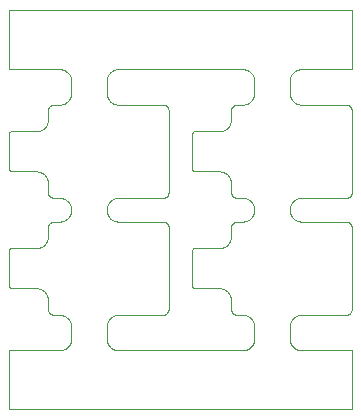
<source format=gm1>
G04 #@! TF.GenerationSoftware,KiCad,Pcbnew,7.0.10*
G04 #@! TF.CreationDate,2024-01-04T17:00:18+01:00*
G04 #@! TF.ProjectId,temperature-sensor-2x2,74656d70-6572-4617-9475-72652d73656e,rev?*
G04 #@! TF.SameCoordinates,Original*
G04 #@! TF.FileFunction,Profile,NP*
%FSLAX46Y46*%
G04 Gerber Fmt 4.6, Leading zero omitted, Abs format (unit mm)*
G04 Created by KiCad (PCBNEW 7.0.10) date 2024-01-04 17:00:18*
%MOMM*%
%LPD*%
G01*
G04 APERTURE LIST*
G04 #@! TA.AperFunction,Profile*
%ADD10C,0.100000*%
G04 #@! TD*
G04 APERTURE END LIST*
D10*
X147161561Y-45772669D02*
X147185298Y-45763878D01*
X142254770Y-25892963D02*
X142260718Y-25844737D01*
X157944826Y-48399740D02*
X157916847Y-48360012D01*
X137630194Y-35876837D02*
X137630555Y-35876955D01*
X157751195Y-27058576D02*
X157750000Y-27009877D01*
X162995551Y-38337144D02*
X162995516Y-38336893D01*
X162980178Y-38262337D02*
X162976836Y-38250657D01*
X134086072Y-30285946D02*
X134085726Y-30286187D01*
X149504360Y-33489946D02*
X149504462Y-33490442D01*
X149652467Y-40156308D02*
X149652221Y-40156368D01*
X137444938Y-45670480D02*
X137445128Y-45670648D01*
X138683278Y-25095053D02*
X138726681Y-25116900D01*
X147499366Y-38387578D02*
X147499357Y-38387324D01*
X134030256Y-30344691D02*
X134025483Y-30353378D01*
X139248804Y-47858576D02*
X139245229Y-47907036D01*
X147480318Y-45437171D02*
X147483661Y-45425490D01*
X157866900Y-48276681D02*
X157845053Y-48233278D01*
X134035287Y-40237064D02*
X134030694Y-40243969D01*
X137363053Y-45575096D02*
X137369739Y-45585240D01*
X162764543Y-35824066D02*
X162772123Y-35819001D01*
X149623685Y-33634260D02*
X149628362Y-33636128D01*
X152808338Y-45464768D02*
X152811232Y-45473412D01*
X149530467Y-33555673D02*
X149530694Y-33556030D01*
X157974721Y-48438047D02*
X157944826Y-48399740D01*
X153048496Y-35842637D02*
X153048722Y-35842752D01*
X137284483Y-28436893D02*
X137284448Y-28437144D01*
X142279671Y-27250549D02*
X142269025Y-27203138D01*
X154750000Y-46790122D02*
X154750000Y-47809877D01*
X157751195Y-47858576D02*
X157750000Y-47809877D01*
X139133099Y-27476681D02*
X139109148Y-27518960D01*
X147137662Y-45780178D02*
X147149342Y-45776836D01*
X137515456Y-28075933D02*
X137507876Y-28080998D01*
X162999275Y-53793544D02*
X162999440Y-53793082D01*
X162991655Y-24999798D02*
X162992136Y-24999702D01*
X147468659Y-45473302D02*
X147472589Y-45461805D01*
X142250000Y-47809877D02*
X142250000Y-46790122D01*
X152379604Y-43744748D02*
X152417905Y-43774637D01*
X153083182Y-37940719D02*
X153082717Y-37940918D01*
X134016255Y-33528388D02*
X134016418Y-33528777D01*
X147088376Y-28008358D02*
X147088126Y-28008316D01*
X137351160Y-38143659D02*
X137351066Y-38143825D01*
X139109136Y-37419013D02*
X139083138Y-37460067D01*
X162887133Y-35715668D02*
X162902627Y-35695651D01*
X162963787Y-38214465D02*
X162959280Y-38203182D01*
X134000081Y-24990681D02*
X134000129Y-24991169D01*
X147325708Y-35779116D02*
X147332433Y-35772962D01*
X137320610Y-45496930D02*
X137320764Y-45497277D01*
X137343233Y-45542715D02*
X137349396Y-45553185D01*
X162980178Y-28362337D02*
X162976836Y-28350657D01*
X162999942Y-53790190D02*
X162999996Y-53787972D01*
X157845053Y-27433278D02*
X157825362Y-27388855D01*
X162991169Y-53799870D02*
X162991655Y-53799798D01*
X137184782Y-39583431D02*
X137162934Y-39626826D01*
X147196817Y-45759280D02*
X147197282Y-45759081D01*
X153179167Y-45789396D02*
X153179664Y-45789498D01*
X136954694Y-33906370D02*
X136989882Y-33939869D01*
X162834871Y-45670648D02*
X162835061Y-45670480D01*
X139220328Y-27250549D02*
X139207368Y-27297380D01*
X152780001Y-28512374D02*
X152779997Y-28512627D01*
X162999998Y-38412691D02*
X162999995Y-38412437D01*
X147472668Y-35561565D02*
X147481194Y-35534391D01*
X134172307Y-43547506D02*
X134179405Y-43548410D01*
X153953138Y-25019025D02*
X154000549Y-25029671D01*
X138960033Y-25289966D02*
X138993539Y-25325158D01*
X162993544Y-24999275D02*
X162993997Y-24999087D01*
X152638984Y-44030903D02*
X152662934Y-44073173D01*
X162986534Y-35513164D02*
X162986588Y-35512917D01*
X162588376Y-28008358D02*
X162588126Y-28008316D01*
X154633099Y-27476681D02*
X154609148Y-27518960D01*
X157845053Y-25566721D02*
X157866900Y-25523318D01*
X137299753Y-45437413D02*
X137308279Y-45464587D01*
X162750674Y-45732448D02*
X162750838Y-45732353D01*
X162972589Y-35561805D02*
X162972668Y-35561565D01*
X142650226Y-37705527D02*
X142611922Y-37675632D01*
X153216889Y-35895515D02*
X153242125Y-35898082D01*
X147499357Y-35416024D02*
X147499359Y-35415835D01*
X134016724Y-30370798D02*
X134016512Y-30371259D01*
X147463977Y-45485060D02*
X147468484Y-45473777D01*
X138810012Y-25166847D02*
X138849740Y-25194826D01*
X162937012Y-28257727D02*
X162936766Y-28257284D01*
X154424841Y-46056460D02*
X154460033Y-46089966D01*
X149690139Y-30250567D02*
X149689633Y-30250592D01*
X137792685Y-37900000D02*
X137792432Y-37900004D01*
X134085935Y-43513881D02*
X134086358Y-43514159D01*
X143191423Y-45801195D02*
X143240122Y-45800000D01*
X137162934Y-39626826D02*
X137138984Y-39669096D01*
X162560009Y-37903765D02*
X162559820Y-37903743D01*
X134121222Y-30266418D02*
X134120839Y-30266597D01*
X137337247Y-45531277D02*
X137337362Y-45531503D01*
X158273318Y-25116900D02*
X158316721Y-25095053D01*
X162512652Y-45799358D02*
X162537932Y-45798076D01*
X136756564Y-33766834D02*
X136798836Y-33790781D01*
X162753401Y-28069527D02*
X162753185Y-28069396D01*
X137279874Y-39160110D02*
X137278671Y-39208801D01*
X137481453Y-35800897D02*
X137481605Y-35801011D01*
X147197282Y-45759081D02*
X147208322Y-45754008D01*
X152825991Y-28291677D02*
X152820918Y-28302717D01*
X154460033Y-25289966D02*
X154493539Y-25325158D01*
X134030694Y-40243969D02*
X134030467Y-40244326D01*
X138638855Y-25075362D02*
X138683278Y-25095053D01*
X147483812Y-35525461D02*
X147483912Y-35525095D01*
X143240122Y-45800000D02*
X146987331Y-45800000D01*
X139245229Y-37007074D02*
X139239280Y-37055302D01*
X137792415Y-28000003D02*
X137767601Y-28000632D01*
X162986901Y-45412989D02*
X162986955Y-45412742D01*
X137679167Y-28010603D02*
X137667332Y-28013350D01*
X162685534Y-35863787D02*
X162696817Y-35859280D01*
X137288358Y-38311623D02*
X137288316Y-38311873D01*
X139025278Y-46161952D02*
X139055173Y-46200259D01*
X137754943Y-35899050D02*
X137767037Y-35899360D01*
X147012652Y-45799358D02*
X147037932Y-45798076D01*
X162998877Y-48805558D02*
X162998646Y-48805125D01*
X147256294Y-45729141D02*
X147256457Y-45729044D01*
X137571448Y-37946100D02*
X137548722Y-37957247D01*
X142506460Y-46125158D02*
X142539966Y-46089966D01*
X142325362Y-46411144D02*
X142345053Y-46366721D01*
X147100832Y-28010603D02*
X147100335Y-28010501D01*
X149548921Y-43480254D02*
X149553713Y-43485558D01*
X162870650Y-45634868D02*
X162870823Y-45634682D01*
X134006761Y-43400294D02*
X134009405Y-43409533D01*
X147197283Y-35859237D02*
X147205637Y-35855589D01*
X147306054Y-45694976D02*
X147315470Y-45687298D01*
X137327130Y-38188436D02*
X137324487Y-38194188D01*
X153166835Y-35886534D02*
X153167082Y-35886588D01*
X158111952Y-46024721D02*
X158150259Y-45994826D01*
X147472754Y-38238677D02*
X147472669Y-38238438D01*
X153179167Y-37910603D02*
X153167332Y-37913350D01*
X152808338Y-35564768D02*
X152811232Y-35573412D01*
X162990190Y-24999942D02*
X162990681Y-24999918D01*
X142254770Y-46692963D02*
X142260718Y-46644737D01*
X147385076Y-45618322D02*
X147385194Y-45618173D01*
X152779997Y-45287372D02*
X152780001Y-45287625D01*
X134069745Y-40198921D02*
X134062874Y-40205129D01*
X137369662Y-35685374D02*
X137369875Y-35685689D01*
X152817221Y-38211731D02*
X152807330Y-38238438D01*
X147242731Y-45736922D02*
X147250674Y-45732448D01*
X153071448Y-28046100D02*
X153048722Y-28057247D01*
X152981605Y-45701011D02*
X152986707Y-45704758D01*
X137163126Y-44072932D02*
X137184981Y-44116309D01*
X162930603Y-38146814D02*
X162930472Y-38146598D01*
X162844443Y-38038013D02*
X162844076Y-38037664D01*
X137112989Y-29810140D02*
X137085011Y-29849859D01*
X134120839Y-30266597D02*
X134111959Y-30271000D01*
X142731039Y-45940851D02*
X142773318Y-45916900D01*
X139245229Y-25892963D02*
X139248804Y-25941423D01*
X162983788Y-35524999D02*
X162986534Y-35513164D01*
X142345053Y-27433278D02*
X142325362Y-27388855D01*
X137716893Y-28004483D02*
X137691873Y-28008316D01*
X147472589Y-35561805D02*
X147472668Y-35561565D01*
X158691423Y-48798804D02*
X158642963Y-48795229D01*
X162994441Y-20001122D02*
X162993997Y-20000912D01*
X162563106Y-45795516D02*
X162588126Y-45791683D01*
X162999996Y-48812027D02*
X162999942Y-48809809D01*
X149569872Y-30298424D02*
X149569554Y-30298702D01*
X152778671Y-29308801D02*
X152775090Y-29357253D01*
X137311359Y-45473770D02*
X137314579Y-45482298D01*
X157974721Y-36261952D02*
X158006460Y-36225158D01*
X139192125Y-46456480D02*
X139207368Y-46502619D01*
X147228504Y-35844291D02*
X147253405Y-35830470D01*
X162566477Y-37904591D02*
X162566288Y-37904565D01*
X154748804Y-46741423D02*
X154750000Y-46790122D01*
X162600832Y-45789396D02*
X162612667Y-45786649D01*
X147088122Y-37908315D02*
X147087874Y-37908268D01*
X134094691Y-30280256D02*
X134094326Y-30280467D01*
X137424188Y-35751066D02*
X137424321Y-35751201D01*
X152782862Y-45350299D02*
X152782913Y-45350803D01*
X152816121Y-28314701D02*
X152807330Y-28338438D01*
X162999996Y-24987972D02*
X163000000Y-24987727D01*
X134024525Y-43444787D02*
X134030295Y-43455181D01*
X134120839Y-40166597D02*
X134111959Y-40171000D01*
X142269025Y-46596861D02*
X142279671Y-46549450D01*
X142773318Y-36016900D02*
X142816721Y-35995053D01*
X137349527Y-28246598D02*
X137349396Y-28246814D01*
X162976836Y-28350657D02*
X162976684Y-28350173D01*
X147459280Y-38203182D02*
X147459081Y-38202717D01*
X162952572Y-45511639D02*
X162952649Y-45511465D01*
X142269025Y-36696861D02*
X142279671Y-36649450D01*
X162968484Y-45473777D02*
X162968659Y-45473302D01*
X153091469Y-35862931D02*
X153091645Y-35863003D01*
X154525278Y-46161952D02*
X154555173Y-46200259D01*
X147486589Y-38287086D02*
X147480244Y-38262582D01*
X137375319Y-38107004D02*
X137369877Y-38114317D01*
X147315668Y-28112866D02*
X147295651Y-28097372D01*
X134030295Y-43455181D02*
X134030552Y-43455617D01*
X137461677Y-38014923D02*
X137454576Y-38020638D01*
X138259877Y-48800000D02*
X134012272Y-48800000D01*
X153229700Y-37902862D02*
X153229196Y-37902913D01*
X134070226Y-43501494D02*
X134070388Y-43501629D01*
X137454576Y-38020638D02*
X137454285Y-38020882D01*
X137337362Y-45531503D02*
X137342987Y-45542272D01*
X134030694Y-30343969D02*
X134030467Y-30344326D01*
X137717144Y-37904448D02*
X137716893Y-37904483D01*
X152612989Y-34089859D02*
X152638984Y-34130903D01*
X149612527Y-33629475D02*
X149623451Y-33634163D01*
X149621724Y-40166523D02*
X149621529Y-40166603D01*
X153254943Y-35899050D02*
X153267037Y-35899360D01*
X142539966Y-36189966D02*
X142575158Y-36156460D01*
X153037727Y-35837012D02*
X153048496Y-35842637D01*
X162972669Y-28338438D02*
X162963878Y-28314701D01*
X162550803Y-35897086D02*
X162562855Y-35895551D01*
X142366900Y-48276681D02*
X142345053Y-48233278D01*
X134102823Y-43524205D02*
X134103006Y-43524310D01*
X137294048Y-35516019D02*
X137294088Y-35516205D01*
X149628599Y-30263780D02*
X149628362Y-30263871D01*
X149530412Y-40244593D02*
X149524932Y-40253901D01*
X149516603Y-40271529D02*
X149516523Y-40271724D01*
X152792341Y-35509718D02*
X152792382Y-35509904D01*
X147337417Y-45668459D02*
X147344220Y-45662391D01*
X134139791Y-40159522D02*
X134130829Y-40162627D01*
X137571677Y-28045991D02*
X137571448Y-28046100D01*
X157751195Y-36841423D02*
X157754770Y-36792963D01*
X142731039Y-25140851D02*
X142773318Y-25116900D01*
X162999942Y-20009809D02*
X162999918Y-20009318D01*
X147472669Y-38238438D02*
X147463878Y-38214701D01*
X162995703Y-20001878D02*
X162995295Y-20001605D01*
X152256564Y-40033165D02*
X152213168Y-40055009D01*
X139083152Y-25439987D02*
X139109148Y-25481039D01*
X152827211Y-38188264D02*
X152827130Y-38188436D01*
X152986707Y-45704758D02*
X152986861Y-45704869D01*
X154739281Y-25844737D02*
X154745229Y-25892963D01*
X152849655Y-38146374D02*
X152849529Y-38146594D01*
X147100335Y-28010501D02*
X147088376Y-28008358D01*
X152981605Y-37998988D02*
X152981453Y-37999102D01*
X147495515Y-28436889D02*
X147495486Y-28436637D01*
X162999366Y-38387578D02*
X162999357Y-38387324D01*
X152847551Y-35650674D02*
X152847646Y-35650838D01*
X137316996Y-45488354D02*
X137317068Y-45488530D01*
X162772280Y-35818894D02*
X162795655Y-35802624D01*
X134147805Y-43542487D02*
X134159313Y-43545467D01*
X152850858Y-45556294D02*
X152850955Y-45556457D01*
X149640226Y-33640512D02*
X149640713Y-33640651D01*
X154609148Y-37418960D02*
X154583152Y-37460012D01*
X147432147Y-35650714D02*
X147432246Y-35650551D01*
X136756776Y-43666776D02*
X136799040Y-43690711D01*
X152807330Y-28338438D02*
X152807245Y-28338677D01*
X153026598Y-28069527D02*
X153002428Y-28084592D01*
X162916946Y-38124903D02*
X162910260Y-38114759D01*
X147185534Y-45763787D02*
X147196817Y-45759280D01*
X147161561Y-28027330D02*
X147161322Y-28027245D01*
X162805654Y-35795286D02*
X162806054Y-35794976D01*
X136577295Y-33692573D02*
X136623425Y-33707815D01*
X153204084Y-35893875D02*
X153204585Y-35893952D01*
X134189633Y-40150592D02*
X134178870Y-40151412D01*
X154047380Y-48757368D02*
X154000549Y-48770328D01*
X136289840Y-33649929D02*
X136338531Y-33651129D01*
X149562076Y-33594360D02*
X149562434Y-33594718D01*
X149500567Y-43359860D02*
X149500593Y-43360366D01*
X149502569Y-30420267D02*
X149501366Y-30432093D01*
X154583240Y-36339694D02*
X154609223Y-36380740D01*
X152788316Y-28411873D02*
X152784483Y-28436893D01*
X139083138Y-37460067D02*
X139055156Y-37499796D01*
X137729196Y-45797086D02*
X137729700Y-45797137D01*
X153267347Y-37900641D02*
X153242067Y-37901923D01*
X153091554Y-45762710D02*
X153091731Y-45762778D01*
X158316721Y-35995053D02*
X158361144Y-35975362D01*
X137568436Y-35852869D02*
X137574188Y-35855512D01*
X147012652Y-28000641D02*
X147012398Y-28000632D01*
X134016512Y-40271259D02*
X134016324Y-40271729D01*
X134009405Y-43409533D02*
X134009557Y-43410017D01*
X149702527Y-33649744D02*
X151789840Y-33649929D01*
X147305654Y-45695286D02*
X147306054Y-45694976D01*
X149500000Y-43337331D02*
X149500003Y-43337584D01*
X134035553Y-30336683D02*
X134035287Y-30337064D01*
X162512652Y-28000641D02*
X162512398Y-28000632D01*
X157866900Y-37376681D02*
X157845053Y-37333278D01*
X149678408Y-30251458D02*
X149670169Y-30252472D01*
X162685534Y-45763787D02*
X162696817Y-45759280D01*
X149702527Y-30250255D02*
X149702274Y-30250258D01*
X162995515Y-35463110D02*
X162998077Y-35437916D01*
X154388047Y-37675278D02*
X154349740Y-37705173D01*
X137642582Y-45780244D02*
X137667086Y-45786589D01*
X134048160Y-43479797D02*
X134048424Y-43480127D01*
X162563106Y-35895516D02*
X162588126Y-35891683D01*
X134190139Y-40150567D02*
X134189633Y-40150592D01*
X162999357Y-28487324D02*
X162998076Y-28462067D01*
X154047380Y-45842631D02*
X154093519Y-45857874D01*
X152454694Y-39893629D02*
X152417905Y-39925362D01*
X152824623Y-45505536D02*
X152824705Y-45505708D01*
X137281923Y-28462067D02*
X137280639Y-28487388D01*
X137691623Y-37908358D02*
X137679664Y-37910501D01*
X162998646Y-24994874D02*
X162998877Y-24994441D01*
X134005558Y-20001122D02*
X134005125Y-20001353D01*
X147161805Y-37927410D02*
X147161565Y-37927331D01*
X138453138Y-27980974D02*
X138405262Y-27989281D01*
X158273318Y-48683099D02*
X158231039Y-48659148D01*
X152417905Y-30025362D02*
X152379604Y-30055251D01*
X134001254Y-30429792D02*
X134001215Y-30430212D01*
X152909351Y-35734871D02*
X152909519Y-35735061D01*
X134008830Y-24999870D02*
X134009318Y-24999918D01*
X134055205Y-30312367D02*
X134054917Y-30312675D01*
X152842897Y-45542397D02*
X152843077Y-45542731D01*
X149621040Y-43533462D02*
X149621428Y-43533628D01*
X162991655Y-48800201D02*
X162991169Y-48800129D01*
X152790603Y-28399167D02*
X152790501Y-28399664D01*
X162731503Y-28057362D02*
X162731277Y-28057247D01*
X134170169Y-40152472D02*
X134169752Y-40152532D01*
X149501374Y-33470452D02*
X149502588Y-33479986D01*
X157760718Y-47955262D02*
X157754770Y-47907036D01*
X154493673Y-36224881D02*
X154525395Y-36261671D01*
X138357036Y-45804770D02*
X138405262Y-45810718D01*
X137326100Y-35608551D02*
X137337247Y-35631277D01*
X151983069Y-43568966D02*
X152030471Y-43579613D01*
X162853034Y-45653395D02*
X162853211Y-45653214D01*
X134190306Y-30250467D02*
X134189884Y-30250485D01*
X162512652Y-37900641D02*
X162512398Y-37900632D01*
X152945317Y-35770823D02*
X152954332Y-35778968D01*
X162999366Y-28487578D02*
X162999357Y-28487324D01*
X147483661Y-28374509D02*
X147480318Y-28362828D01*
X147332433Y-35772962D02*
X147332572Y-35772833D01*
X162999798Y-24991655D02*
X162999870Y-24991169D01*
X138683233Y-37805001D02*
X138638807Y-37824690D01*
X152769136Y-34494529D02*
X152775090Y-34542746D01*
X147498100Y-45337664D02*
X147499022Y-45325560D01*
X152984158Y-28097114D02*
X152983955Y-28097266D01*
X139133161Y-36423010D02*
X139154997Y-36466404D01*
X147483661Y-45425490D02*
X147483788Y-45424999D01*
X149572024Y-43502964D02*
X149575928Y-43506147D01*
X153026814Y-37969396D02*
X153026598Y-37969527D01*
X154493539Y-27674841D02*
X154460033Y-27710033D01*
X157916847Y-46239987D02*
X157944826Y-46200259D01*
X149563424Y-30304288D02*
X149563088Y-30304608D01*
X149669337Y-40152610D02*
X149659637Y-40154647D01*
X138593519Y-45857874D02*
X138638855Y-45875362D01*
X162986589Y-28387086D02*
X162980244Y-28362582D01*
X147463880Y-35585294D02*
X147463977Y-35585060D01*
X137630555Y-35876955D02*
X137639270Y-35879629D01*
X137591731Y-45762778D02*
X137618438Y-45772669D01*
X149623451Y-33634163D02*
X149623685Y-33634260D01*
X134001311Y-30429374D02*
X134001254Y-30429792D01*
X162986589Y-38287086D02*
X162980244Y-38262582D01*
X162487331Y-37900000D02*
X158740122Y-37900000D01*
X136713168Y-33744990D02*
X136756564Y-33766834D01*
X149530680Y-40244163D02*
X149530412Y-40244593D01*
X152966883Y-45689321D02*
X152973911Y-45695126D01*
X142999450Y-25029671D02*
X143046861Y-25019025D01*
X149659637Y-30254647D02*
X149659430Y-30254692D01*
X153808576Y-37898804D02*
X153759877Y-37900000D01*
X157974721Y-37538047D02*
X157944826Y-37499740D01*
X137473911Y-35795126D02*
X137474209Y-35795363D01*
X139109148Y-25481039D02*
X139133099Y-25523318D01*
X134062874Y-30305129D02*
X134062719Y-30305272D01*
X162993544Y-53799275D02*
X162993997Y-53799087D01*
X152855819Y-38135904D02*
X152849655Y-38146374D01*
X157825362Y-48188855D02*
X157807874Y-48143519D01*
X157779671Y-48050549D02*
X157769025Y-48003138D01*
X136530733Y-43579598D02*
X136577545Y-43592552D01*
X134016324Y-40271729D02*
X134012195Y-40282877D01*
X158642963Y-48795229D02*
X158594737Y-48789281D01*
X152964128Y-28112617D02*
X152961677Y-28114616D01*
X137306165Y-35558412D02*
X137306230Y-35558591D01*
X137237436Y-44252128D02*
X137250412Y-44298934D01*
X134000057Y-20009809D02*
X134000003Y-20012027D01*
X149530694Y-33556030D02*
X149535946Y-33563927D01*
X162625490Y-37916338D02*
X162624999Y-37916211D01*
X142366900Y-46323318D02*
X142390851Y-46281039D01*
X137591554Y-35862710D02*
X137591731Y-35862778D01*
X162795861Y-35802477D02*
X162805654Y-35795286D01*
X149516255Y-33528388D02*
X149516418Y-33528777D01*
X149516418Y-33528777D02*
X149516597Y-33529160D01*
X153097701Y-35865420D02*
X153106229Y-35868640D01*
X152256564Y-30133165D02*
X152213168Y-30155009D01*
X146987584Y-45799996D02*
X147012398Y-45799367D01*
X147481249Y-35534209D02*
X147483812Y-35525461D01*
X134012027Y-48800003D02*
X134009809Y-48800057D01*
X162959081Y-38202717D02*
X162954008Y-38191677D01*
X162972754Y-38238677D02*
X162972669Y-38238438D01*
X137370029Y-45585656D02*
X137377220Y-45595449D01*
X149601003Y-33623134D02*
X149601223Y-33623260D01*
X134003522Y-20002482D02*
X134003159Y-20002811D01*
X138308576Y-45801195D02*
X138357036Y-45804770D01*
X162998394Y-53795295D02*
X162998646Y-53794874D01*
X137275090Y-34542746D02*
X137278671Y-34591198D01*
X149509651Y-40289747D02*
X149509487Y-40290226D01*
X143191356Y-37899180D02*
X143142899Y-37895602D01*
X139055156Y-37499796D02*
X139025258Y-37538103D01*
X142279671Y-36649450D02*
X142292631Y-36602619D01*
X134005125Y-53798646D02*
X134005558Y-53798877D01*
X134048702Y-33580445D02*
X134055090Y-33587455D01*
X152811232Y-35573412D02*
X152811359Y-35573770D01*
X162994874Y-53798646D02*
X162995295Y-53798394D01*
X152847646Y-45550838D02*
X152850858Y-45556294D01*
X137343233Y-35642715D02*
X137349396Y-35653185D01*
X147211563Y-35852869D02*
X147211735Y-35852788D01*
X162937109Y-35642395D02*
X162941482Y-35634397D01*
X136577545Y-43592552D02*
X136623665Y-43607785D01*
X147395363Y-35705790D02*
X147400897Y-35698546D01*
X134111771Y-30271096D02*
X134103564Y-30275383D01*
X147351201Y-45655678D02*
X147353438Y-45653441D01*
X152793858Y-35516255D02*
X152796087Y-35525095D01*
X154739281Y-37055262D02*
X154730974Y-37103138D01*
X162916946Y-45575096D02*
X162917082Y-45574883D01*
X162992136Y-24999702D02*
X162992612Y-24999583D01*
X152816996Y-35588354D02*
X152817068Y-35588530D01*
X134000620Y-30438485D02*
X134000597Y-30438948D01*
X137515774Y-35824264D02*
X137523659Y-35828839D01*
X147370889Y-45635083D02*
X147373009Y-45632736D01*
X149530256Y-33555308D02*
X149530467Y-33555673D01*
X134004197Y-40312090D02*
X134004149Y-40312339D01*
X152803315Y-38250173D02*
X152803163Y-38250657D01*
X154692125Y-37243519D02*
X154674637Y-37288855D01*
X162999356Y-45312920D02*
X162999359Y-45312667D01*
X143142963Y-45804770D02*
X143191423Y-45801195D01*
X152942582Y-38031540D02*
X152935779Y-38037608D01*
X134012272Y-48800000D02*
X134012027Y-48800003D01*
X149513050Y-33520237D02*
X149513211Y-33520673D01*
X137204474Y-34260981D02*
X137221964Y-34306308D01*
X158691423Y-25001195D02*
X158740122Y-25000000D01*
X162550299Y-45797137D02*
X162550803Y-45797086D01*
X152790501Y-38299664D02*
X152788358Y-38311623D01*
X134010482Y-40287882D02*
X134010403Y-40288122D01*
X153005116Y-35817082D02*
X153026598Y-35830472D01*
X153167332Y-28013350D02*
X153167086Y-28013410D01*
X162835061Y-28129519D02*
X162834871Y-28129351D01*
X134121611Y-30266255D02*
X134121222Y-30266418D01*
X137729700Y-28002862D02*
X137729196Y-28002913D01*
X162999047Y-35425055D02*
X162999356Y-35412920D01*
X162997517Y-20003522D02*
X162997188Y-20003159D01*
X153759877Y-28000000D02*
X153292668Y-28000000D01*
X162512398Y-35899367D02*
X162512652Y-35899358D01*
X137392866Y-38084331D02*
X137375433Y-38106852D01*
X137331174Y-38180054D02*
X137327211Y-38188264D01*
X138924841Y-25256460D02*
X138960033Y-25289966D01*
X154425008Y-36156187D02*
X154460183Y-36189691D01*
X136435201Y-40139342D02*
X136386983Y-40145292D01*
X162798546Y-28099102D02*
X162798394Y-28098988D01*
X137327211Y-38188264D02*
X137327130Y-38188436D01*
X147480318Y-28362828D02*
X147480246Y-28362586D01*
X151983069Y-33668966D02*
X152030471Y-33679613D01*
X139109148Y-46281039D02*
X139133099Y-46323318D01*
X147250674Y-45732448D02*
X147250838Y-45732353D01*
X162815665Y-35787136D02*
X162834871Y-35770648D01*
X137667086Y-37913410D02*
X137642582Y-37919755D01*
X134002853Y-30419583D02*
X134001311Y-30429374D01*
X149548659Y-40219744D02*
X149548329Y-40220128D01*
X137704084Y-35893875D02*
X137704585Y-35893952D01*
X152838642Y-35634120D02*
X152838727Y-35634290D01*
X134001254Y-40329792D02*
X134001215Y-40330212D01*
X134001878Y-24995703D02*
X134002170Y-24996097D01*
X134002811Y-20003159D02*
X134002482Y-20003522D01*
X158316721Y-48704946D02*
X158273318Y-48683099D01*
X134009809Y-24999942D02*
X134012027Y-24999996D01*
X137767290Y-35899363D02*
X138260302Y-35899575D01*
X137411540Y-35737417D02*
X137417608Y-35744220D01*
X162996097Y-20002170D02*
X162995703Y-20001878D01*
X137481605Y-35801011D02*
X137484154Y-35802883D01*
X162999359Y-35412667D02*
X162999998Y-28512691D01*
X152298836Y-40009218D02*
X152256564Y-40033165D01*
X149594691Y-30280244D02*
X149594331Y-30280464D01*
X162997829Y-24996097D02*
X162998121Y-24995703D01*
X149525483Y-43446621D02*
X149530256Y-43455308D01*
X152489882Y-43839869D02*
X152523383Y-43875054D01*
X142575131Y-37643893D02*
X142539942Y-37610388D01*
X162585020Y-37907678D02*
X162584833Y-37907641D01*
X152781923Y-28462067D02*
X152780639Y-28487388D01*
X138357036Y-27995229D02*
X138308576Y-27998804D01*
X153191873Y-45791683D02*
X153216893Y-45795516D01*
X152811232Y-45473412D02*
X152811359Y-45473770D01*
X142575158Y-46056460D02*
X142611952Y-46024721D01*
X134000003Y-53787972D02*
X134000057Y-53790190D01*
X147495516Y-38336893D02*
X147491683Y-38311873D01*
X137621587Y-35873834D02*
X137630194Y-35876837D01*
X134012272Y-53800000D02*
X162987727Y-53800000D01*
X142861144Y-27924637D02*
X142816721Y-27904946D01*
X153002428Y-28084592D02*
X153002268Y-28084694D01*
X134009809Y-20000057D02*
X134009318Y-20000081D01*
X134139982Y-30259557D02*
X134129762Y-30263050D01*
X162992589Y-45384878D02*
X162994027Y-45375876D01*
X153037727Y-28062987D02*
X153037284Y-28063233D01*
X162995174Y-45366450D02*
X162995195Y-45366261D01*
X134062059Y-33594496D02*
X134062362Y-33594790D01*
X142906429Y-37842486D02*
X142861096Y-37824997D01*
X157750000Y-36890122D02*
X157751195Y-36841423D01*
X154674637Y-48188855D02*
X154654946Y-48233278D01*
X147378968Y-38074332D02*
X147370823Y-38065317D01*
X138357036Y-25004770D02*
X138405262Y-25010718D01*
X134007387Y-48800416D02*
X134006917Y-48800559D01*
X154748804Y-25941423D02*
X154750000Y-25990122D01*
X158039966Y-37610033D02*
X158006460Y-37574841D01*
X158150259Y-37705173D02*
X158111952Y-37675278D01*
X158273318Y-45916900D02*
X158316721Y-45895053D01*
X152662934Y-39626826D02*
X152638984Y-39669096D01*
X134007863Y-20000297D02*
X134007387Y-20000416D01*
X153808576Y-45801195D02*
X153857036Y-45804770D01*
X162550803Y-28002913D02*
X162550299Y-28002862D01*
X162981249Y-45434209D02*
X162983812Y-45425461D01*
X134000201Y-24991655D02*
X134000297Y-24992136D01*
X158546861Y-35919025D02*
X158594737Y-35910718D01*
X152909351Y-28165128D02*
X152892863Y-28184334D01*
X162999870Y-20008830D02*
X162999798Y-20008344D01*
X152838727Y-28265709D02*
X152838642Y-28265879D01*
X162993082Y-53799440D02*
X162993544Y-53799275D01*
X137316121Y-28314701D02*
X137307330Y-28338438D01*
X154707368Y-25702619D02*
X154720328Y-25749450D01*
X134172056Y-43547471D02*
X134172307Y-43547506D01*
X134006917Y-53799440D02*
X134007387Y-53799583D01*
X152911414Y-45637274D02*
X152911540Y-45637417D01*
X147499838Y-28493644D02*
X147499598Y-28484173D01*
X137400701Y-28174717D02*
X137393024Y-28184133D01*
X149678408Y-33648541D02*
X149678870Y-33648587D01*
X134159370Y-30254408D02*
X134151299Y-30256316D01*
X158006460Y-36225158D02*
X158039966Y-36189966D01*
X142260718Y-46644737D02*
X142269025Y-46596861D01*
X147196817Y-28040719D02*
X147185534Y-28036212D01*
X134000912Y-24993997D02*
X134001122Y-24994441D01*
X158111952Y-27775278D02*
X158075158Y-27743539D01*
X137221964Y-29593691D02*
X137204474Y-29639018D01*
X147489396Y-38299167D02*
X147486649Y-38287332D01*
X136338531Y-30248870D02*
X136289840Y-30250070D01*
X147410337Y-35685374D02*
X147415305Y-35677731D01*
X134150850Y-30256434D02*
X134140466Y-30259405D01*
X137621408Y-35873769D02*
X137621587Y-35873834D01*
X142269025Y-48003138D02*
X142260718Y-47955262D01*
X152877522Y-35695861D02*
X152884713Y-35705654D01*
X147274879Y-35817085D02*
X147298254Y-35800815D01*
X154654997Y-36466404D02*
X154674678Y-36510817D01*
X136954877Y-43806245D02*
X136990062Y-43839729D01*
X152831174Y-38180054D02*
X152827211Y-38188264D01*
X134007863Y-48800297D02*
X134007387Y-48800416D01*
X139025395Y-36261671D02*
X139055275Y-36299973D01*
X147353214Y-35753211D02*
X147353395Y-35753034D01*
X158594737Y-45810718D02*
X158642963Y-45804770D01*
X162756294Y-35829141D02*
X162756457Y-35829044D01*
X152935779Y-45662391D02*
X152942582Y-45668459D01*
X153808576Y-48798804D02*
X153759877Y-48800000D01*
X134000597Y-40338948D02*
X134000003Y-40362415D01*
X162870823Y-45634682D02*
X162878968Y-45625667D01*
X137679167Y-45789396D02*
X137679664Y-45789498D01*
X137360906Y-38127584D02*
X137360803Y-38127744D01*
X142444826Y-46200259D02*
X142474721Y-46161952D01*
X134140486Y-43540394D02*
X134140688Y-43540454D01*
X154654946Y-48233278D02*
X154633099Y-48276681D01*
X147453899Y-38191448D02*
X147442752Y-38168722D01*
X158740122Y-45800000D02*
X162487331Y-45800000D01*
X149670169Y-30252472D02*
X149669752Y-30252532D01*
X137442566Y-38031234D02*
X137442426Y-38031362D01*
X137280159Y-35406290D02*
X137280401Y-35415826D01*
X137085011Y-34050140D02*
X137112989Y-34089859D01*
X158361144Y-37824637D02*
X158316721Y-37804946D01*
X162992612Y-48800416D02*
X162992136Y-48800297D01*
X138259877Y-25000000D02*
X138308576Y-25001195D01*
X147149826Y-35876684D02*
X147161322Y-35872754D01*
X134002853Y-40319583D02*
X134001311Y-40329374D01*
X147400897Y-35698546D02*
X147401011Y-35698394D01*
X151789840Y-43549929D02*
X151838531Y-43551129D01*
X142773318Y-45916900D02*
X142816721Y-45895053D01*
X162612913Y-35886589D02*
X162637417Y-35880244D01*
X152612989Y-29810140D02*
X152585011Y-29849859D01*
X149502633Y-30419764D02*
X149502569Y-30420267D01*
X154525278Y-48438047D02*
X154493539Y-48474841D01*
X137551662Y-45744382D02*
X137559715Y-45748653D01*
X136798836Y-30109218D02*
X136756564Y-30133165D01*
X152793813Y-45416071D02*
X152793858Y-45416255D01*
X142366900Y-36423318D02*
X142390851Y-36381039D01*
X138547380Y-27957368D02*
X138500549Y-27970328D01*
X153267290Y-35899363D02*
X153760302Y-35899575D01*
X162991655Y-20000201D02*
X162991169Y-20000129D01*
X153191873Y-37908316D02*
X153191623Y-37908358D01*
X149672307Y-43547506D02*
X149679405Y-43548410D01*
X142861144Y-45875362D02*
X142906480Y-45857874D01*
X139230984Y-36696488D02*
X139239287Y-36744351D01*
X154633099Y-25523318D02*
X154654946Y-25566721D01*
X137343233Y-28257284D02*
X137342987Y-28257727D01*
X154748805Y-36841011D02*
X154750000Y-36889697D01*
X147441482Y-45534397D02*
X147441572Y-45534229D01*
X153130173Y-45776684D02*
X153130657Y-45776836D01*
X138500549Y-25029671D02*
X138547380Y-25042631D01*
X162909970Y-28214343D02*
X162902779Y-28204550D01*
X137296183Y-35525467D02*
X137298524Y-35534277D01*
X137400701Y-45625282D02*
X137401031Y-45625667D01*
X137293410Y-38287086D02*
X137293350Y-38287332D01*
X137642337Y-28019821D02*
X137630657Y-28023163D01*
X134002170Y-24996097D02*
X134002482Y-24996477D01*
X152803163Y-28350657D02*
X152799821Y-28362337D01*
X162793138Y-28095130D02*
X162785689Y-28089875D01*
X142260718Y-36744737D02*
X142269025Y-36696861D01*
X137754439Y-35899024D02*
X137754943Y-35899050D01*
X147491684Y-45388122D02*
X147491731Y-45387874D01*
X147486588Y-28387082D02*
X147486534Y-28386835D01*
X158546861Y-37880974D02*
X158499450Y-37870328D01*
X162734120Y-35841357D02*
X162734290Y-35841272D01*
X137645722Y-35881475D02*
X137654532Y-35883816D01*
X153142582Y-28019755D02*
X153142337Y-28019821D01*
X147491731Y-45387874D02*
X147493875Y-45375915D01*
X154609148Y-25481039D02*
X154633099Y-25523318D01*
X162538184Y-35898060D02*
X162550299Y-35897137D01*
X137269404Y-44394172D02*
X137275375Y-44442375D01*
X152123425Y-33707815D02*
X152168753Y-33725301D01*
X137269136Y-34494529D02*
X137275090Y-34542746D01*
X137320719Y-28303182D02*
X137316212Y-28314465D01*
X134002170Y-53796097D02*
X134002482Y-53796477D01*
X149621529Y-30266603D02*
X149612404Y-30270473D01*
X152994625Y-37989662D02*
X152994310Y-37989875D01*
X143240122Y-28000000D02*
X143191423Y-27998804D01*
X139192157Y-36556142D02*
X139207391Y-36602270D01*
X137630657Y-45776836D02*
X137642337Y-45780178D01*
X134009557Y-33510017D02*
X134013050Y-33520237D01*
X152780001Y-45287625D02*
X152780629Y-45312358D01*
X142269025Y-27203138D02*
X142260718Y-27155262D01*
X134055507Y-30312070D02*
X134055205Y-30312367D01*
X137085192Y-43949950D02*
X137113172Y-43989652D01*
X134030467Y-30344326D02*
X134030256Y-30344691D01*
X162600832Y-35889396D02*
X162612667Y-35886649D01*
X137281916Y-45337857D02*
X137284484Y-45363110D01*
X147220281Y-37951500D02*
X147219826Y-37951277D01*
X157890851Y-25481039D02*
X157916847Y-25439987D01*
X152807245Y-28338677D02*
X152803315Y-28350173D01*
X147476836Y-38250657D02*
X147476684Y-38250173D01*
X134000003Y-24987972D02*
X134000057Y-24990190D01*
X134012195Y-30382877D02*
X134012110Y-30383116D01*
X138888047Y-46024721D02*
X138924841Y-46056460D01*
X137691873Y-37908316D02*
X137691623Y-37908358D01*
X158361144Y-25075362D02*
X158406480Y-25057874D01*
X142575158Y-25256460D02*
X142611952Y-25224721D01*
X134001605Y-53795295D02*
X134001878Y-53795703D01*
X153045770Y-45741572D02*
X153048574Y-45743036D01*
X149524706Y-30354307D02*
X149520835Y-30361642D01*
X154583152Y-37460012D02*
X154555173Y-37499740D01*
X143240122Y-35900000D02*
X146987331Y-35900000D01*
X136483342Y-43568956D02*
X136530733Y-43579598D01*
X147253625Y-37969655D02*
X147253405Y-37969529D01*
X149501344Y-40332346D02*
X149500721Y-40340526D01*
X137767584Y-37900632D02*
X137767330Y-37900642D01*
X152784448Y-35462855D02*
X152784483Y-35463106D01*
X137545879Y-28058642D02*
X137545709Y-28058727D01*
X162697282Y-28040918D02*
X162696817Y-28040719D01*
X136713168Y-40055009D02*
X136668753Y-40074698D01*
X137221964Y-39493691D02*
X137204474Y-39539018D01*
X149542294Y-43472603D02*
X149548782Y-43480096D01*
X152820762Y-38202716D02*
X152820616Y-38203067D01*
X147499592Y-28483983D02*
X147499188Y-28474876D01*
X147497137Y-38349700D02*
X147497086Y-38349196D01*
X149585869Y-40186396D02*
X149585698Y-40186519D01*
X152924321Y-45651201D02*
X152928798Y-45655678D01*
X134002482Y-53796477D02*
X134002811Y-53796840D01*
X138849740Y-45994826D02*
X138888047Y-46024721D01*
X152974209Y-38004636D02*
X152973911Y-38004873D01*
X134004149Y-40312339D02*
X134002888Y-40319375D01*
X152793813Y-35516071D02*
X152793858Y-35516255D01*
X137505120Y-45717085D02*
X137505329Y-45717227D01*
X147441572Y-35634229D02*
X147444503Y-35628618D01*
X162994027Y-45375876D02*
X162994079Y-45375500D01*
X157944826Y-25400259D02*
X157974721Y-25361952D01*
X151838531Y-43551129D02*
X151886983Y-43554707D01*
X149501344Y-30432346D02*
X149500721Y-30440526D01*
X154183278Y-37804946D02*
X154138855Y-37824637D01*
X149569554Y-40198702D02*
X149563424Y-40204288D01*
X158452619Y-25042631D02*
X158499450Y-25029671D01*
X162785689Y-28089875D02*
X162785374Y-28089662D01*
X162998877Y-24994441D02*
X162999087Y-24993997D01*
X152885023Y-28193945D02*
X152884713Y-28194345D01*
X134160199Y-30254248D02*
X134159783Y-30254319D01*
X149647560Y-43542420D02*
X149647805Y-43542487D01*
X142611952Y-25224721D02*
X142650259Y-25194826D01*
X158039966Y-27710033D02*
X158006460Y-27674841D01*
X154000549Y-25029671D02*
X154047380Y-25042631D01*
X137409176Y-38065317D02*
X137401031Y-38074332D01*
X137504733Y-35817210D02*
X137504943Y-35817353D01*
X138888047Y-25224721D02*
X138924841Y-25256460D01*
X137320762Y-38202716D02*
X137320616Y-38203067D01*
X154748804Y-27058576D02*
X154745229Y-27107036D01*
X154609148Y-46281039D02*
X154633099Y-46323318D01*
X157792631Y-37197380D02*
X157779671Y-37150549D01*
X147208555Y-37946101D02*
X147185294Y-37936119D01*
X139220325Y-37150593D02*
X139207364Y-37197426D01*
X162537932Y-35898076D02*
X162538184Y-35898060D01*
X149570202Y-30298160D02*
X149569872Y-30298424D01*
X137630657Y-37923163D02*
X137630173Y-37923315D01*
X134159430Y-40154692D02*
X134150410Y-40156785D01*
X137639270Y-35879629D02*
X137639452Y-35879683D01*
X138683278Y-45895053D02*
X138726681Y-45916900D01*
X162998076Y-38362067D02*
X162998060Y-38361815D01*
X152760823Y-39353338D02*
X152750172Y-39400739D01*
X152417905Y-43774637D02*
X152454694Y-43806370D01*
X142416833Y-37460370D02*
X142390839Y-37419318D01*
X142279671Y-46549450D02*
X142292631Y-46502619D01*
X136435486Y-43560652D02*
X136483342Y-43568956D01*
X147325667Y-28121031D02*
X147325282Y-28120701D01*
X134016418Y-33528777D02*
X134016597Y-33529160D01*
X147468659Y-28326697D02*
X147468484Y-28326222D01*
X162815665Y-38012863D02*
X162815470Y-38012701D01*
X153267347Y-45799358D02*
X153267601Y-45799367D01*
X154139149Y-35975059D02*
X154183554Y-35994759D01*
X134000201Y-20008344D02*
X134000129Y-20008830D01*
X134006704Y-30399952D02*
X134006590Y-30400445D01*
X147402779Y-45595449D02*
X147409970Y-45585656D01*
X152842897Y-28257602D02*
X152838727Y-28265709D01*
X134149732Y-33643303D02*
X134150141Y-33643408D01*
X134096663Y-33620579D02*
X134101003Y-33623134D01*
X137691873Y-28008316D02*
X137691623Y-28008358D01*
X138924841Y-48543539D02*
X138888047Y-48575278D01*
X142254770Y-27107036D02*
X142251195Y-27058576D01*
X158111952Y-36124721D02*
X158150259Y-36094826D01*
X137112989Y-39710140D02*
X137085011Y-39749859D01*
X137314648Y-45482475D02*
X137316996Y-45488354D01*
X134001878Y-48804296D02*
X134001605Y-48804704D01*
X138809977Y-37733209D02*
X138768921Y-37759205D01*
X134000081Y-53790681D02*
X134000129Y-53791169D01*
X138593519Y-48742125D02*
X138547380Y-48757368D01*
X157825362Y-36511144D02*
X157845053Y-36466721D01*
X162764223Y-35824271D02*
X162764543Y-35824066D01*
X134008344Y-20000201D02*
X134007863Y-20000297D01*
X137139171Y-44030679D02*
X137163126Y-44072932D01*
X147452572Y-35611639D02*
X147452649Y-35611465D01*
X147188445Y-35862710D02*
X147196932Y-35859383D01*
X153192125Y-35891731D02*
X153204084Y-35893875D01*
X154720328Y-48050549D02*
X154707368Y-48097380D01*
X154745229Y-25892963D02*
X154748804Y-25941423D01*
X149530694Y-43456030D02*
X149535946Y-43463927D01*
X162936766Y-38157284D02*
X162930603Y-38146814D01*
X137317221Y-38211731D02*
X137307330Y-38238438D01*
X142611952Y-48575278D02*
X142575158Y-48543539D01*
X134025383Y-30353564D02*
X134022073Y-30359900D01*
X162972668Y-45461565D02*
X162981194Y-45434391D01*
X154268960Y-25140851D02*
X154310012Y-25166847D01*
X134016255Y-43428388D02*
X134016418Y-43428777D01*
X142999450Y-48770328D02*
X142952619Y-48757368D01*
X134085726Y-30286187D02*
X134078057Y-30291769D01*
X147185298Y-28036121D02*
X147161561Y-28027330D01*
X162986649Y-38287332D02*
X162986589Y-38287086D01*
X152926785Y-35753211D02*
X152945131Y-35770650D01*
X138810233Y-36066570D02*
X138849943Y-36094552D01*
X142816677Y-37805304D02*
X142773276Y-37783456D01*
X137447263Y-38026990D02*
X137442566Y-38031234D01*
X152523383Y-33975054D02*
X152555119Y-34011841D01*
X137342987Y-28257727D02*
X137337362Y-28268496D01*
X134101223Y-33623260D02*
X134111617Y-33629029D01*
X147499359Y-45312667D02*
X147499998Y-38412691D01*
X137729700Y-37902862D02*
X137729196Y-37902913D01*
X154555173Y-37499740D02*
X154525278Y-37538047D01*
X134000559Y-53793082D02*
X134000724Y-53793544D01*
X152780629Y-35412358D02*
X152780639Y-35412611D01*
X146987331Y-28000000D02*
X143240122Y-28000000D01*
X162948819Y-45519947D02*
X162952572Y-45511639D01*
X154424841Y-37643539D02*
X154388047Y-37675278D01*
X152798750Y-35534209D02*
X152798805Y-35534391D01*
X152778671Y-44491198D02*
X152779874Y-44539889D01*
X153167086Y-37913410D02*
X153142582Y-37919755D01*
X137377372Y-45595651D02*
X137392866Y-45615668D01*
X158499450Y-35929671D02*
X158546861Y-35919025D01*
X147453898Y-28291444D02*
X147453795Y-28291213D01*
X149571830Y-43502801D02*
X149572024Y-43502964D01*
X139025278Y-25361952D02*
X139055173Y-25400259D01*
X162708786Y-37946204D02*
X162708555Y-37946101D01*
X137325991Y-28291677D02*
X137320918Y-28302717D01*
X153026814Y-28069396D02*
X153026598Y-28069527D01*
X142773318Y-25116900D02*
X142816721Y-25095053D01*
X142506460Y-25325158D02*
X142539966Y-25289966D01*
X137303162Y-35549805D02*
X137306165Y-35558412D01*
X154692125Y-48143519D02*
X154674637Y-48188855D01*
X142539966Y-46089966D02*
X142575158Y-46056460D01*
X147285240Y-28089739D02*
X147275096Y-28083053D01*
X162785374Y-28089662D02*
X162777731Y-28084694D01*
X137355735Y-38135774D02*
X137351160Y-38143659D01*
X162902779Y-38104550D02*
X162902627Y-38104348D01*
X149516603Y-30371529D02*
X149516523Y-30371724D01*
X162999087Y-48806002D02*
X162998877Y-48805558D01*
X149594331Y-30280464D02*
X149593980Y-30280699D01*
X137320616Y-38203067D02*
X137317289Y-38211554D01*
X152781923Y-35437932D02*
X152781939Y-35438184D01*
X137278974Y-44490812D02*
X137280196Y-44539491D01*
X153106587Y-35868767D02*
X153115231Y-35871661D01*
X142366900Y-27476681D02*
X142345053Y-27433278D01*
X158189987Y-25166847D02*
X158231039Y-25140851D01*
X158075158Y-36156460D02*
X158111952Y-36124721D01*
X162537932Y-45798076D02*
X162538184Y-45798060D01*
X152986861Y-45704869D02*
X152994310Y-45710124D01*
X162999440Y-24993082D02*
X162999583Y-24992612D01*
X138405262Y-27989281D02*
X138357036Y-27995229D01*
X152847646Y-28249161D02*
X152847551Y-28249325D01*
X149647805Y-43542487D02*
X149659313Y-43545467D01*
X147498139Y-35441299D02*
X147498156Y-35441110D01*
X134103006Y-43524310D02*
X134111652Y-43529157D01*
X152793350Y-38287332D02*
X152790603Y-38299167D01*
X157866900Y-36423318D02*
X157890851Y-36381039D01*
X149509487Y-40290226D02*
X149509348Y-40290713D01*
X162998121Y-53795703D02*
X162998394Y-53795295D01*
X137307245Y-28338677D02*
X137303315Y-28350173D01*
X138768960Y-48659148D02*
X138726681Y-48683099D01*
X147373135Y-45632593D02*
X147379117Y-45625714D01*
X154268960Y-37759148D02*
X154226681Y-37783099D01*
X162993544Y-20000724D02*
X162993082Y-20000559D01*
X153097524Y-35865351D02*
X153097701Y-35865420D01*
X137442725Y-35768585D02*
X137466737Y-35789199D01*
X134062678Y-33595070D02*
X134070226Y-33601494D01*
X134005558Y-48801122D02*
X134005125Y-48801353D01*
X153905262Y-37889281D02*
X153857036Y-37895229D01*
X162990190Y-48800057D02*
X162987972Y-48800003D01*
X162487584Y-35899996D02*
X162512398Y-35899367D01*
X137326100Y-28291448D02*
X137325991Y-28291677D01*
X162649342Y-45776836D02*
X162649826Y-45776684D01*
X134048424Y-43480127D02*
X134048702Y-43480445D01*
X154183278Y-27904946D02*
X154138855Y-27924637D01*
X134001122Y-48805558D02*
X134000912Y-48806002D01*
X153048800Y-45743151D02*
X153071085Y-45754082D01*
X162649826Y-35876684D02*
X162661322Y-35872754D01*
X152790449Y-35500801D02*
X152792341Y-35509718D01*
X153242067Y-45798076D02*
X153267347Y-45799358D01*
X142999450Y-27970328D02*
X142952619Y-27957368D01*
X154633099Y-48276681D02*
X154609148Y-48318960D01*
X162879298Y-28174717D02*
X162878968Y-28174332D01*
X137311232Y-45473412D02*
X137311359Y-45473770D01*
X138960009Y-37610091D02*
X138924814Y-37643597D01*
X147353438Y-45653441D02*
X147353615Y-45653259D01*
X152784448Y-28437144D02*
X152782913Y-28449196D01*
X152788358Y-38311623D02*
X152788316Y-38311873D01*
X152796087Y-45425095D02*
X152796187Y-45425461D01*
X158546861Y-48780974D02*
X158499450Y-48770328D01*
X147480246Y-45437413D02*
X147480318Y-45437171D01*
X142307874Y-46456480D02*
X142325362Y-46411144D01*
X147370650Y-38065131D02*
X147353211Y-38046785D01*
X154583152Y-46239987D02*
X154609148Y-46281039D01*
X152984550Y-35802779D02*
X152994343Y-35809970D01*
X137742067Y-45798076D02*
X137767347Y-45799358D01*
X162844076Y-28137664D02*
X162835061Y-28129519D01*
X162588376Y-35891641D02*
X162600335Y-35889498D01*
X162999087Y-53793997D02*
X162999275Y-53793544D01*
X152298836Y-43690781D02*
X152339882Y-43716774D01*
X158189987Y-27833152D02*
X158150259Y-27805173D01*
X147062855Y-35895551D02*
X147063106Y-35895516D01*
X162948819Y-35619947D02*
X162952572Y-35611639D01*
X137484360Y-35803030D02*
X137504733Y-35817210D01*
X152820616Y-38203067D02*
X152817289Y-38211554D01*
X142861096Y-37824997D02*
X142816677Y-37805304D01*
X152838727Y-35634290D02*
X152842897Y-35642397D01*
X153242125Y-35898082D02*
X153242376Y-35898104D01*
X134170003Y-33647210D02*
X134170212Y-33647239D01*
X152769136Y-29405470D02*
X152760823Y-29453338D01*
X137184981Y-44116309D02*
X137204681Y-44160706D01*
X157866900Y-25523318D02*
X157890851Y-25481039D01*
X162734290Y-35841272D02*
X162742397Y-35837102D01*
X149525383Y-43446435D02*
X149525483Y-43446621D01*
X153857036Y-37895229D02*
X153808576Y-37898804D01*
X142611952Y-27775278D02*
X142575158Y-27743539D01*
X137303044Y-35549444D02*
X137303162Y-35549805D01*
X134131016Y-43537467D02*
X134140486Y-43540394D01*
X162997188Y-20003159D02*
X162996840Y-20002811D01*
X142506460Y-36225158D02*
X142539966Y-36189966D01*
X137288268Y-45387874D02*
X137288315Y-45388122D01*
X162637662Y-35880178D02*
X162649342Y-35876836D01*
X152816212Y-28314465D02*
X152816121Y-28314701D01*
X137320719Y-35596817D02*
X137320918Y-35597282D01*
X153004903Y-35816946D02*
X153005116Y-35817082D01*
X139230974Y-27203138D02*
X139220328Y-27250549D01*
X134070388Y-33601629D02*
X134075928Y-33606147D01*
X139248804Y-46741423D02*
X139250000Y-46790122D01*
X137286047Y-35475414D02*
X137286124Y-35475915D01*
X152213168Y-33744990D02*
X152256564Y-33766834D01*
X137392866Y-28184331D02*
X137377372Y-28204348D01*
X139245229Y-46692963D02*
X139248804Y-46741423D01*
X137261077Y-44346320D02*
X137269404Y-44394172D01*
X147100832Y-45789396D02*
X147112667Y-45786649D01*
X137442582Y-35768459D02*
X137442725Y-35768585D01*
X137055119Y-34011841D02*
X137085011Y-34050140D01*
X153118677Y-37927245D02*
X153118438Y-37927330D01*
X149639747Y-30259651D02*
X149628599Y-30263780D01*
X147499841Y-28493772D02*
X147499838Y-28493644D01*
X147253405Y-35830470D02*
X147253625Y-35830344D01*
X147495551Y-38337144D02*
X147495516Y-38336893D01*
X137574188Y-45755512D02*
X137574362Y-45755589D01*
X136483069Y-30231033D02*
X136435201Y-30239342D01*
X162541095Y-37902084D02*
X162512652Y-37900641D01*
X162986649Y-28387332D02*
X162986589Y-28387086D01*
X137507876Y-28080998D02*
X137507719Y-28081105D01*
X158006460Y-48474841D02*
X157974721Y-48438047D01*
X149553886Y-43485744D02*
X149562076Y-43494360D01*
X149640713Y-33640651D02*
X149652221Y-33643631D01*
X147306054Y-38005023D02*
X147305654Y-38004713D01*
X153142582Y-37919755D02*
X153142337Y-37919821D01*
X142689987Y-25166847D02*
X142731039Y-25140851D01*
X147208551Y-45753899D02*
X147234120Y-45741357D01*
X149639747Y-33640348D02*
X149640226Y-33640512D01*
X147379361Y-45625423D02*
X147385076Y-45618322D01*
X152966737Y-38010800D02*
X152942725Y-38031414D01*
X149659637Y-33645352D02*
X149669337Y-33647389D01*
X162612667Y-35886649D02*
X162612913Y-35886589D01*
X153292668Y-28000000D02*
X153292415Y-28000003D01*
X162916946Y-28224903D02*
X162910260Y-28214759D01*
X147463977Y-35585060D02*
X147468484Y-35573777D01*
X152817289Y-38211554D02*
X152817221Y-38211731D01*
X153953138Y-27980974D02*
X153905262Y-27989281D01*
X153292668Y-45800000D02*
X153759877Y-45800000D01*
X147208786Y-37946204D02*
X147208555Y-37946101D01*
X162538184Y-45798060D02*
X162550299Y-45797137D01*
X136623665Y-43607785D02*
X136668983Y-43625263D01*
X134006844Y-40299465D02*
X134006704Y-40299952D01*
X162993997Y-24999087D02*
X162994441Y-24998877D01*
X147228337Y-35844382D02*
X147228504Y-35844291D01*
X147231050Y-37957125D02*
X147220281Y-37951500D01*
X139248804Y-36958612D02*
X139245229Y-37007074D01*
X137792668Y-45800000D02*
X138259877Y-45800000D01*
X137280157Y-35406164D02*
X137280159Y-35406290D01*
X137767330Y-37900642D02*
X137742067Y-37901923D01*
X137281585Y-35434587D02*
X137281602Y-35434776D01*
X139248805Y-36841011D02*
X139250000Y-36889697D01*
X162999087Y-24993997D02*
X162999275Y-24993544D01*
X138849943Y-36094552D02*
X138888232Y-36124448D01*
X134021096Y-33538228D02*
X134024405Y-33544564D01*
X147242715Y-28063233D02*
X147242272Y-28062987D01*
X142250000Y-46790122D02*
X142251195Y-46741423D01*
X152799755Y-28362582D02*
X152793410Y-28387086D01*
X134096446Y-33620448D02*
X134096663Y-33620579D01*
X152849529Y-38146594D02*
X152835708Y-38171495D01*
X162993875Y-35475915D02*
X162993952Y-35475414D01*
X162673777Y-37931515D02*
X162673302Y-37931340D01*
X154555173Y-46200259D02*
X154583152Y-46239987D01*
X153905262Y-25010718D02*
X153953138Y-25019025D01*
X147468484Y-35573777D02*
X147468659Y-35573302D01*
X162986955Y-45412742D02*
X162991952Y-45388428D01*
X134085935Y-33613881D02*
X134086358Y-33614159D01*
X154310012Y-25166847D02*
X154349740Y-25194826D01*
X162708551Y-28046100D02*
X162708322Y-28045991D01*
X137474345Y-28104713D02*
X137473945Y-28105023D01*
X147496022Y-35459787D02*
X147497231Y-35450752D01*
X162999870Y-24991169D02*
X162999918Y-24990681D01*
X154609148Y-48318960D02*
X154583152Y-48360012D01*
X138726681Y-45916900D02*
X138768960Y-45940851D01*
X152926785Y-28146788D02*
X152926604Y-28146965D01*
X134170003Y-30252789D02*
X134160199Y-30254248D01*
X158740122Y-25000000D02*
X162987727Y-25000000D01*
X142260718Y-47955262D02*
X142254770Y-47907036D01*
X162742731Y-35836922D02*
X162750674Y-35832448D01*
X157845053Y-37333278D02*
X157825362Y-37288855D01*
X137679664Y-37910501D02*
X137679167Y-37910603D01*
X137548496Y-37957362D02*
X137537727Y-37962987D01*
X149502569Y-40320267D02*
X149501366Y-40332093D01*
X134000003Y-30462415D02*
X134000000Y-30462668D01*
X162995703Y-53798121D02*
X162996097Y-53797829D01*
X147185534Y-28036212D02*
X147185298Y-28036121D01*
X137704585Y-35893952D02*
X137716637Y-35895486D01*
X134159806Y-43545581D02*
X134160305Y-43545671D01*
X134111771Y-40171096D02*
X134103564Y-40175383D01*
X134111959Y-30271000D02*
X134111771Y-30271096D01*
X152790449Y-45400801D02*
X152792341Y-45409718D01*
X152954291Y-28120883D02*
X152947566Y-28127037D01*
X134042256Y-40227576D02*
X134041946Y-40227977D01*
X162999022Y-35425560D02*
X162999047Y-35425055D01*
X134012272Y-20000000D02*
X134012027Y-20000003D01*
X162936920Y-45542725D02*
X162937109Y-45542395D01*
X142444826Y-48399740D02*
X142416847Y-48360012D01*
X136623425Y-40092184D02*
X136577295Y-40107426D01*
X162972589Y-45461805D02*
X162972668Y-45461565D01*
X142773318Y-48683099D02*
X142731039Y-48659148D01*
X134000000Y-53787727D02*
X134000003Y-53787972D01*
X153229700Y-28002862D02*
X153229196Y-28002913D01*
X152994343Y-35809970D02*
X152994759Y-35810260D01*
X152814648Y-45482475D02*
X152816996Y-45488354D01*
X162972669Y-38238438D02*
X162963878Y-38214701D01*
X157845053Y-46366721D02*
X157866900Y-46323318D01*
X134000724Y-53793544D02*
X134000912Y-53793997D01*
X137767347Y-45799358D02*
X137767601Y-45799367D01*
X162805654Y-38004713D02*
X162795861Y-37997522D01*
X162902779Y-28204550D02*
X162902627Y-28204348D01*
X138888047Y-48575278D02*
X138849740Y-48605173D01*
X138925008Y-36156187D02*
X138960183Y-36189691D01*
X147459081Y-38202717D02*
X147454008Y-38191677D01*
X162512398Y-28000632D02*
X162487584Y-28000003D01*
X152778671Y-34591198D02*
X152779874Y-34639889D01*
X143191423Y-25001195D02*
X143240122Y-25000000D01*
X152555119Y-39788158D02*
X152523383Y-39824945D01*
X149504462Y-43390442D02*
X149506634Y-43399803D01*
X136386983Y-30245292D02*
X136338531Y-30248870D01*
X157916847Y-37460012D02*
X157890851Y-37418960D01*
X152877375Y-45595655D02*
X152877522Y-45595861D01*
X152994310Y-28089875D02*
X152986861Y-28095130D01*
X142416847Y-25439987D02*
X142444826Y-25400259D01*
X134189884Y-43549514D02*
X134190306Y-43549532D01*
X134000724Y-20006455D02*
X134000559Y-20006917D01*
X152885023Y-38093945D02*
X152884713Y-38094345D01*
X137280949Y-45325056D02*
X137280974Y-45325559D01*
X138638855Y-27924637D02*
X138593519Y-27942125D01*
X142575158Y-36156460D02*
X142611952Y-36124721D01*
X147395286Y-28194345D02*
X147394976Y-28193945D01*
X147231273Y-37957245D02*
X147231050Y-37957125D01*
X162685060Y-37936022D02*
X162673777Y-37931515D01*
X152981453Y-37999102D02*
X152974209Y-38004636D01*
X162992612Y-53799583D02*
X162993082Y-53799440D01*
X162992136Y-48800297D02*
X162991655Y-48800201D01*
X147275096Y-28083053D02*
X147274883Y-28082917D01*
X134006590Y-40300445D02*
X134004197Y-40312090D01*
X136668753Y-33725301D02*
X136713168Y-33744990D01*
X162998646Y-48805125D02*
X162998394Y-48804704D01*
X152884713Y-28194345D02*
X152877522Y-28204138D01*
X162999702Y-53792136D02*
X162999798Y-53791655D01*
X137290603Y-38299167D02*
X137290501Y-38299664D01*
X137324705Y-45505708D02*
X137337247Y-45531277D01*
X139207368Y-27297380D02*
X139192125Y-27343519D01*
X137663794Y-35885911D02*
X137663980Y-35885951D01*
X162968484Y-35573777D02*
X162968659Y-35573302D01*
X152911414Y-38062725D02*
X152892863Y-38084334D01*
X152793410Y-38287086D02*
X152793350Y-38287332D01*
X162986186Y-45416071D02*
X162986901Y-45412989D01*
X137282913Y-38349196D02*
X137282862Y-38349700D01*
X147318322Y-35785383D02*
X147318468Y-35785261D01*
X139083152Y-46239987D02*
X139109148Y-46281039D01*
X136756564Y-40033165D02*
X136713168Y-40055009D01*
X147495995Y-35459975D02*
X147496022Y-35459787D01*
X134000559Y-48806917D02*
X134000416Y-48807387D01*
X134001323Y-43369948D02*
X134001374Y-43370452D01*
X162999583Y-48807387D02*
X162999440Y-48806917D01*
X162997517Y-53796477D02*
X162997829Y-53796097D01*
X157974721Y-27638047D02*
X157944826Y-27599740D01*
X162487584Y-45799996D02*
X162512398Y-45799367D01*
X147476684Y-38250173D02*
X147472754Y-38238677D01*
X147161322Y-45772754D02*
X147161561Y-45772669D01*
X137409176Y-45634682D02*
X137409349Y-45634868D01*
X162566288Y-37904565D02*
X162560009Y-37903765D01*
X137280196Y-44539491D02*
X137280634Y-45312727D01*
X134006634Y-33499803D02*
X134006761Y-33500294D01*
X157750000Y-47809877D02*
X157750000Y-46790122D01*
X147480178Y-38262337D02*
X147476836Y-38250657D01*
X162997188Y-24996840D02*
X162997517Y-24996477D01*
X152954717Y-35779298D02*
X152964133Y-35786975D01*
X147188268Y-35862778D02*
X147188445Y-35862710D01*
X147112667Y-45786649D02*
X147112913Y-45786589D01*
X152961531Y-28114738D02*
X152954576Y-28120632D01*
X162989396Y-38299167D02*
X162986649Y-38287332D01*
X152782913Y-45350803D02*
X152784448Y-45362855D01*
X162685298Y-28036121D02*
X162661561Y-28027330D01*
X162537932Y-28001923D02*
X162512652Y-28000641D01*
X137023383Y-39824945D02*
X136989882Y-39860130D01*
X154226681Y-48683099D02*
X154183278Y-48704946D01*
X147088126Y-45791683D02*
X147088376Y-45791641D01*
X138768960Y-27859148D02*
X138726681Y-27883099D01*
X136713389Y-43644942D02*
X136756776Y-43666776D01*
X134000000Y-40362668D02*
X134000000Y-43337331D01*
X142952619Y-35942631D02*
X142999450Y-35929671D01*
X162685534Y-28036212D02*
X162685298Y-28036121D01*
X149640688Y-43540454D02*
X149647560Y-43542420D01*
X149593980Y-40180699D02*
X149585869Y-40186396D01*
X147295861Y-37997522D02*
X147295655Y-37997375D01*
X134055381Y-33587761D02*
X134062059Y-33594496D01*
X153118677Y-45772754D02*
X153130173Y-45776684D01*
X134049082Y-40219205D02*
X134042256Y-40227576D01*
X134004296Y-53798121D02*
X134004704Y-53798394D01*
X152792382Y-45409904D02*
X152793813Y-45416071D01*
X153094465Y-37936212D02*
X153083182Y-37940719D01*
X147012918Y-37900644D02*
X147012664Y-37900640D01*
X152612989Y-39710140D02*
X152585011Y-39749859D01*
X137426788Y-28146785D02*
X137409349Y-28165131D01*
X154730974Y-27203138D02*
X154720328Y-27250549D01*
X138453138Y-25019025D02*
X138500549Y-25029671D01*
X153106229Y-35868640D02*
X153106587Y-35868767D01*
X137571448Y-28046100D02*
X137545879Y-28058642D01*
X152782862Y-28449700D02*
X152781939Y-28461815D01*
X162637417Y-28019755D02*
X162612913Y-28013410D01*
X162878968Y-28174332D02*
X162870823Y-28165317D01*
X142731039Y-48659148D02*
X142689987Y-48633152D01*
X162954008Y-38191677D02*
X162953899Y-38191448D01*
X137466883Y-35789321D02*
X137473911Y-35795126D01*
X134000620Y-40338485D02*
X134000597Y-40338948D01*
X134103564Y-40175383D02*
X134103378Y-40175483D01*
X162793292Y-28095241D02*
X162793138Y-28095130D01*
X157779671Y-36649450D02*
X157792631Y-36602619D01*
X162990681Y-53799918D02*
X162991169Y-53799870D01*
X152843077Y-45542731D02*
X152847551Y-45550674D01*
X154493539Y-25325158D02*
X154525278Y-25361952D01*
X157760718Y-37055262D02*
X157754770Y-37007036D01*
X137691873Y-45791683D02*
X137716893Y-45795516D01*
X137055298Y-43911668D02*
X137085192Y-43949950D01*
X162987727Y-20000000D02*
X134012272Y-20000000D01*
X162731050Y-37957125D02*
X162720281Y-37951500D01*
X139245229Y-47907036D02*
X139239281Y-47955262D01*
X142251195Y-36958953D02*
X142250000Y-36910256D01*
X162999798Y-48808344D02*
X162999702Y-48807863D01*
X138547380Y-48757368D02*
X138500549Y-48770328D01*
X147442754Y-28268726D02*
X147430470Y-28246594D01*
X153002268Y-37984694D02*
X152994625Y-37989662D01*
X147234120Y-45741357D02*
X147234290Y-45741272D01*
X147442874Y-28268949D02*
X147442754Y-28268726D01*
X152775090Y-44442746D02*
X152778671Y-44491198D01*
X149612404Y-30270473D02*
X149612019Y-30270646D01*
X137370029Y-28214343D02*
X137369739Y-28214759D01*
X153037274Y-45736920D02*
X153037604Y-45737109D01*
X143094675Y-37889651D02*
X143046802Y-37881341D01*
X152798805Y-45434391D02*
X152808279Y-45464587D01*
X149548782Y-43480096D02*
X149548921Y-43480254D01*
X137351066Y-38143825D02*
X137335708Y-38171495D01*
X134005558Y-24998877D02*
X134006002Y-24999087D01*
X152077295Y-43592573D02*
X152123425Y-43607815D01*
X152928933Y-45655811D02*
X152935501Y-45662133D01*
X134130520Y-33636988D02*
X134139800Y-33640469D01*
X153857433Y-35904384D02*
X153905643Y-35910350D01*
X152781939Y-35438184D02*
X152782862Y-35450299D01*
X152842897Y-35642397D02*
X152843077Y-35642731D01*
X153083067Y-45759383D02*
X153091554Y-45762710D01*
X147062855Y-45795551D02*
X147063106Y-45795516D01*
X158406480Y-48742125D02*
X158361144Y-48724637D01*
X137591731Y-35862778D02*
X137621408Y-35873769D01*
X137290603Y-28399167D02*
X137290501Y-28399664D01*
X142952619Y-27957368D02*
X142906480Y-27942125D01*
X134016597Y-33529160D02*
X134021000Y-33538040D01*
X147137417Y-45780244D02*
X147137662Y-45780178D01*
X142999394Y-37870692D02*
X142952565Y-37857730D01*
X142250000Y-27009877D02*
X142250000Y-25990122D01*
X147295655Y-37997375D02*
X147274879Y-37982914D01*
X147491731Y-28412125D02*
X147491684Y-28411877D01*
X147463787Y-38214465D02*
X147459280Y-38203182D01*
X152884713Y-45605654D02*
X152885023Y-45606054D01*
X162742731Y-45736922D02*
X162750674Y-45732448D01*
X139250000Y-47809877D02*
X139248804Y-47858576D01*
X137390800Y-35713262D02*
X137411414Y-35737274D01*
X134001122Y-24994441D02*
X134001353Y-24994874D01*
X162992136Y-53799702D02*
X162992612Y-53799583D01*
X137300316Y-35540547D02*
X137300370Y-35540729D01*
X154525278Y-27638047D02*
X154493539Y-27674841D01*
X153094701Y-28036121D02*
X153094465Y-28036212D01*
X152911540Y-38062582D02*
X152911414Y-38062725D01*
X138453079Y-37881019D02*
X138405201Y-37889324D01*
X152994310Y-45710124D02*
X152994625Y-45710337D01*
X134086358Y-33614159D02*
X134096446Y-33620448D01*
X134006917Y-20000559D02*
X134006455Y-20000724D01*
X162997188Y-53796840D02*
X162997517Y-53796477D01*
X157754770Y-46692963D02*
X157760718Y-46644737D01*
X152123425Y-40092184D02*
X152077295Y-40107426D01*
X158111952Y-25224721D02*
X158150259Y-25194826D01*
X158546861Y-25019025D02*
X158594737Y-25010718D01*
X139083152Y-27560012D02*
X139055173Y-27599740D01*
X153142582Y-45780244D02*
X153167086Y-45786589D01*
X152964327Y-28112460D02*
X152964128Y-28112617D01*
X137288315Y-35488122D02*
X137294048Y-35516019D01*
X158316721Y-27904946D02*
X158273318Y-27883099D01*
X137583182Y-37940719D02*
X137582717Y-37940918D01*
X134030830Y-33556040D02*
X134037621Y-33565797D01*
X137679167Y-37910603D02*
X137667332Y-37913350D01*
X149541946Y-30327977D02*
X149536258Y-30335723D01*
X154555173Y-48399740D02*
X154525278Y-48438047D01*
X154226681Y-27883099D02*
X154183278Y-27904946D01*
X137284484Y-45363110D02*
X137284513Y-45363362D01*
X149578234Y-30292000D02*
X149578065Y-30292126D01*
X134003159Y-53797188D02*
X134003522Y-53797517D01*
X147149342Y-28023163D02*
X147137662Y-28019821D01*
X157890851Y-36381039D02*
X157916847Y-36339987D01*
X134042000Y-33571765D02*
X134042126Y-33571934D01*
X137279997Y-38412627D02*
X137279874Y-39160110D01*
X137250412Y-44298934D02*
X137261077Y-44346320D01*
X138683554Y-35994759D02*
X138726938Y-36016613D01*
X139250000Y-36889697D02*
X139250000Y-36909910D01*
X157825362Y-25611144D02*
X157845053Y-25566721D01*
X134008344Y-53799798D02*
X134008830Y-53799870D01*
X158231039Y-48659148D02*
X158189987Y-48633152D01*
X137377372Y-28204348D02*
X137377220Y-28204550D01*
X137618438Y-45772669D02*
X137618677Y-45772754D01*
X158499450Y-45829671D02*
X158546861Y-45819025D01*
X149670169Y-40152472D02*
X149669752Y-40152532D01*
X152454694Y-33906370D02*
X152489882Y-33939869D01*
X149611642Y-40170835D02*
X149603254Y-40175262D01*
X134000129Y-53791169D02*
X134000201Y-53791655D01*
X154388047Y-27775278D02*
X154349740Y-27805173D01*
X137494759Y-37989739D02*
X137494343Y-37990029D01*
X139133089Y-37376733D02*
X139109136Y-37419013D01*
X134001122Y-20005558D02*
X134000912Y-20006002D01*
X147410124Y-35685689D02*
X147410337Y-35685374D01*
X134037769Y-33566003D02*
X134042000Y-33571765D01*
X137299681Y-45437171D02*
X137299753Y-45437413D01*
X134111617Y-33629029D02*
X134112066Y-33629263D01*
X152638984Y-29769096D02*
X152612989Y-29810140D01*
X134062719Y-40205272D02*
X134055507Y-40212070D01*
X149509405Y-43409533D02*
X149509557Y-43410017D01*
X162999275Y-24993544D02*
X162999440Y-24993082D01*
X162886975Y-45615866D02*
X162887133Y-45615668D01*
X162987727Y-25000000D02*
X162987972Y-24999996D01*
X143142963Y-48795229D02*
X143094737Y-48789281D01*
X134121428Y-43533628D02*
X134130221Y-43537183D01*
X147344443Y-38038013D02*
X147344076Y-38037664D01*
X134016512Y-30371259D02*
X134016324Y-30371729D01*
X137308279Y-45464587D02*
X137308338Y-45464768D01*
X153167082Y-35886588D02*
X153191877Y-35891684D01*
X147185294Y-37936119D02*
X147185060Y-37936022D01*
X147219826Y-37951277D02*
X147208786Y-37946204D01*
X162999995Y-28512437D02*
X162999366Y-28487578D01*
X149689464Y-43549478D02*
X149689884Y-43549514D01*
X134000129Y-20008830D02*
X134000081Y-20009318D01*
X134009318Y-20000081D02*
X134008830Y-20000129D01*
X162902779Y-35695449D02*
X162909970Y-35685656D01*
X149500001Y-30459311D02*
X149500000Y-30459501D01*
X137369875Y-35685689D02*
X137375130Y-35693138D01*
X153267601Y-37900632D02*
X153267347Y-37900641D01*
X154310012Y-45966847D02*
X154349740Y-45994826D01*
X162879298Y-35725282D02*
X162886975Y-35715866D01*
X134006002Y-48800912D02*
X134005558Y-48801122D01*
X149679614Y-43548434D02*
X149689464Y-43549478D01*
X137204681Y-44160706D02*
X137222181Y-44206015D01*
X162991169Y-24999870D02*
X162991655Y-24999798D01*
X152855728Y-45564223D02*
X152855933Y-45564543D01*
X162983912Y-45425095D02*
X162986141Y-45416255D01*
X136989882Y-33939869D02*
X137023383Y-33975054D01*
X152662934Y-44073173D02*
X152684782Y-44116568D01*
X147499598Y-28484173D02*
X147499592Y-28483983D01*
X137290501Y-38299664D02*
X137288358Y-38311623D01*
X154739281Y-47955262D02*
X154730974Y-48003138D01*
X149621529Y-40166603D02*
X149612404Y-40170473D01*
X149585869Y-30286396D02*
X149585698Y-30286519D01*
X152750172Y-44299260D02*
X152760823Y-44346661D01*
X134006761Y-33500294D02*
X134009405Y-33509533D01*
X134070388Y-43501629D02*
X134075928Y-43506147D01*
X162972668Y-35561565D02*
X162980246Y-35537413D01*
X138924814Y-37643597D02*
X138888017Y-37675335D01*
X136954694Y-29993629D02*
X136917905Y-30025362D01*
X152827130Y-38188436D02*
X152824487Y-38194188D01*
X157792631Y-27297380D02*
X157779671Y-27250549D01*
X152917664Y-28155923D02*
X152909519Y-28164938D01*
X147205811Y-35855512D02*
X147211563Y-35852869D01*
X137559715Y-35848653D02*
X137560054Y-35848825D01*
X142307874Y-36556480D02*
X142325362Y-36511144D01*
X137691623Y-45791641D02*
X137691873Y-45791683D01*
X134021000Y-33538040D02*
X134021096Y-33538228D01*
X149603006Y-43524310D02*
X149611652Y-43529157D01*
X162999702Y-20007863D02*
X162999583Y-20007387D01*
X152780001Y-38412374D02*
X152779997Y-38412627D01*
X137342987Y-35642272D02*
X137343233Y-35642715D01*
X134000201Y-48808344D02*
X134000129Y-48808830D01*
X142906480Y-45857874D02*
X142952619Y-45842631D01*
X162902779Y-45595449D02*
X162909970Y-45585656D01*
X154424841Y-25256460D02*
X154460033Y-25289966D01*
X149525483Y-33546621D02*
X149530256Y-33555308D01*
X137574362Y-45755589D02*
X137582716Y-45759237D01*
X158361144Y-48724637D02*
X158316721Y-48704946D01*
X134022073Y-40259900D02*
X134021959Y-40260126D01*
X137716893Y-37904483D02*
X137691873Y-37908316D01*
X137551495Y-45744291D02*
X137551662Y-45744382D01*
X147161322Y-35872754D02*
X147161561Y-35872669D01*
X154583152Y-48360012D02*
X154555173Y-48399740D01*
X152892863Y-38084334D02*
X152892701Y-38084529D01*
X142816721Y-27904946D02*
X142773318Y-27883099D01*
X138810012Y-45966847D02*
X138849740Y-45994826D01*
X154000549Y-37870328D02*
X153953138Y-37880974D01*
X147499022Y-45325560D02*
X147499047Y-45325055D01*
X153048722Y-28057247D02*
X153048496Y-28057362D01*
X152721964Y-39493691D02*
X152704474Y-39539018D01*
X137320918Y-35597282D02*
X137325991Y-35608322D01*
X147361986Y-28155556D02*
X147353395Y-28146965D01*
X162998394Y-24995295D02*
X162998646Y-24994874D01*
X137280637Y-45312978D02*
X137280949Y-45325056D01*
X152928798Y-38044321D02*
X152924321Y-38048798D01*
X147483788Y-28375000D02*
X147483661Y-28374509D01*
X154226938Y-36016613D02*
X154269199Y-36040569D01*
X147423912Y-28235474D02*
X147417227Y-28225329D01*
X138726681Y-25116900D02*
X138768960Y-25140851D01*
X136338531Y-33651129D02*
X136386983Y-33654707D01*
X147498076Y-38362067D02*
X147498060Y-38361815D01*
X153191623Y-28008358D02*
X153179664Y-28010501D01*
X147402627Y-38104348D02*
X147387133Y-38084331D01*
X152892701Y-45615470D02*
X152892863Y-45615665D01*
X134055381Y-43487761D02*
X134062059Y-43494496D01*
X162954008Y-28291677D02*
X162953899Y-28291448D01*
X147437012Y-38157727D02*
X147436766Y-38157284D01*
X142444810Y-37500097D02*
X142416833Y-37460370D01*
X152784483Y-38336893D02*
X152784448Y-38337144D01*
X137582716Y-45759237D02*
X137583067Y-45759383D01*
X153905262Y-45810718D02*
X153953138Y-45819025D01*
X134025383Y-40253564D02*
X134022073Y-40259900D01*
X152824623Y-35605536D02*
X152824705Y-35605708D01*
X149548329Y-40220128D02*
X149542256Y-40227576D01*
X162886975Y-35715866D02*
X162887133Y-35715668D01*
X137654532Y-35883816D02*
X137654901Y-35883906D01*
X147444503Y-45528618D02*
X147444589Y-45528449D01*
X147441572Y-45534229D02*
X147444503Y-45528618D01*
X147088376Y-35891641D02*
X147100335Y-35889498D01*
X149669337Y-30252610D02*
X149659637Y-30254647D01*
X149669752Y-30252532D02*
X149669337Y-30252610D01*
X162932246Y-45550551D02*
X162936920Y-45542725D01*
X137307330Y-28338438D02*
X137307245Y-28338677D01*
X152585011Y-39749859D02*
X152555119Y-39788158D01*
X137320764Y-45497277D02*
X137324623Y-45505536D01*
X137377220Y-28204550D02*
X137370029Y-28214343D01*
X152954332Y-35778968D02*
X152954717Y-35779298D01*
X162998394Y-48804704D02*
X162998121Y-48804296D01*
X152781939Y-38361815D02*
X152781923Y-38362067D01*
X139174678Y-36510817D02*
X139192157Y-36556142D01*
X162983661Y-35525490D02*
X162983788Y-35524999D01*
X134003522Y-24997517D02*
X134003902Y-24997829D01*
X138308510Y-37898841D02*
X138259808Y-37900033D01*
X157825362Y-37288855D02*
X157807874Y-37243519D01*
X162756457Y-35829044D02*
X162764223Y-35824271D01*
X154349740Y-37705173D02*
X154310012Y-37733152D01*
X152168753Y-43625301D02*
X152213168Y-43644990D01*
X152379604Y-33844748D02*
X152417905Y-33874637D01*
X154720328Y-27250549D02*
X154707368Y-27297380D01*
X149596663Y-43520579D02*
X149602823Y-43524205D01*
X134140602Y-33640732D02*
X134149732Y-33643303D01*
X147295861Y-45702477D02*
X147305654Y-45695286D01*
X157769025Y-46596861D02*
X157779671Y-46549450D01*
X149502633Y-40319764D02*
X149502569Y-40320267D01*
X137582716Y-35859237D02*
X137583067Y-35859383D01*
X154349740Y-27805173D02*
X154310012Y-27833152D01*
X134002482Y-20003522D02*
X134002170Y-20003902D01*
X162993952Y-35475414D02*
X162995486Y-35463362D01*
X162994079Y-45375500D02*
X162995174Y-45366450D01*
X134002811Y-53796840D02*
X134003159Y-53797188D01*
X137484138Y-28097522D02*
X137474345Y-28104713D01*
X134009318Y-53799918D02*
X134009809Y-53799942D01*
X134009318Y-24999918D02*
X134009809Y-24999942D01*
X153905643Y-35910350D02*
X153953503Y-35918673D01*
X137324410Y-38194362D02*
X137320762Y-38202716D01*
X138453503Y-35918673D02*
X138500897Y-35929334D01*
X147219945Y-35848825D02*
X147220284Y-35848653D01*
X152945131Y-35770650D02*
X152945317Y-35770823D01*
X162999275Y-48806455D02*
X162999087Y-48806002D01*
X134012027Y-53799996D02*
X134012272Y-53800000D01*
X149594691Y-40180244D02*
X149594331Y-40180464D01*
X137484138Y-45702477D02*
X137484344Y-45702624D01*
X152779997Y-35387372D02*
X152780001Y-35387625D01*
X139207364Y-37197426D02*
X139192120Y-37243567D01*
X162612667Y-28013350D02*
X162600832Y-28010603D01*
X152781939Y-45338184D02*
X152782862Y-45350299D01*
X162637662Y-28019821D02*
X162637417Y-28019755D01*
X162963880Y-35585294D02*
X162963977Y-35585060D01*
X162997086Y-38349196D02*
X162995551Y-38337144D01*
X147149826Y-28023315D02*
X147149342Y-28023163D01*
X154674637Y-27388855D02*
X154654946Y-27433278D01*
X147012652Y-35899358D02*
X147037932Y-35898076D01*
X149506368Y-40302221D02*
X149506308Y-40302467D01*
X153118438Y-45772669D02*
X153118677Y-45772754D01*
X162995551Y-28437144D02*
X162995516Y-28436893D01*
X154674637Y-46411144D02*
X154692125Y-46456480D01*
X134006455Y-53799275D02*
X134006917Y-53799440D01*
X152924188Y-38048933D02*
X152917866Y-38055501D01*
X152784448Y-38337144D02*
X152782913Y-38349196D01*
X134000297Y-20007863D02*
X134000201Y-20008344D01*
X149506308Y-40302467D02*
X149505170Y-40307373D01*
X143046861Y-45819025D02*
X143094737Y-45810718D01*
X138924841Y-27743539D02*
X138888047Y-27775278D01*
X134006704Y-40299952D02*
X134006590Y-40300445D01*
X147409970Y-45585656D02*
X147410260Y-45585240D01*
X136435201Y-33660657D02*
X136483069Y-33668966D01*
X147387133Y-38084331D02*
X147386975Y-38084133D01*
X152790603Y-38299167D02*
X152790501Y-38299664D01*
X154493539Y-48474841D02*
X154460033Y-48510033D01*
X147486588Y-45412917D02*
X147491684Y-45388122D01*
X134003522Y-53797517D02*
X134003902Y-53797829D01*
X138993539Y-25325158D02*
X139025278Y-25361952D01*
X134000000Y-33437331D02*
X134000003Y-33437584D01*
X149505170Y-40307373D02*
X149505115Y-40307621D01*
X147489550Y-35500801D02*
X147489621Y-35500428D01*
X137349396Y-35653185D02*
X137349527Y-35653401D01*
X158150259Y-45994826D02*
X158189987Y-45966847D01*
X152814579Y-35582298D02*
X152814648Y-35582475D01*
X157769025Y-36696861D02*
X157779671Y-36649450D01*
X139109148Y-27518960D02*
X139083152Y-27560012D01*
X162805790Y-28104636D02*
X162798546Y-28099102D01*
X162986141Y-45416255D02*
X162986186Y-45416071D01*
X162562855Y-28004448D02*
X162550803Y-28002913D01*
X138960033Y-46089966D02*
X138993539Y-46125158D01*
X152489882Y-33939869D02*
X152523383Y-33975054D01*
X152824705Y-45505708D02*
X152838642Y-45534120D01*
X137290501Y-28399664D02*
X137288358Y-28411623D01*
X134140600Y-40159279D02*
X134140193Y-40159392D01*
X147486534Y-28386835D02*
X147483788Y-28375000D01*
X134159637Y-40154647D02*
X134159430Y-40154692D01*
X142292631Y-36602619D02*
X142307874Y-36556480D01*
X149500175Y-30450196D02*
X149500001Y-30459311D01*
X138924841Y-46056460D02*
X138960033Y-46089966D01*
X142325362Y-36511144D02*
X142345053Y-36466721D01*
X162870650Y-28165131D02*
X162853211Y-28146785D01*
X152298836Y-30109218D02*
X152256564Y-30133165D01*
X134069745Y-30298921D02*
X134062874Y-30305129D01*
X149562076Y-43494360D02*
X149562434Y-43494718D01*
X149659430Y-40154692D02*
X149652467Y-40156308D01*
X142474702Y-37538403D02*
X142444810Y-37500097D01*
X152775090Y-39257253D02*
X152769136Y-39305470D01*
X153037284Y-28063233D02*
X153026814Y-28069396D01*
X137529161Y-28067646D02*
X137523705Y-28070858D01*
X152779874Y-29260110D02*
X152778671Y-29308801D01*
X137284513Y-35463362D02*
X137286047Y-35475414D01*
X147448656Y-45520290D02*
X147448819Y-45519947D01*
X162917082Y-38125116D02*
X162916946Y-38124903D01*
X147313416Y-35789383D02*
X147318322Y-35785383D01*
X162996840Y-53797188D02*
X162997188Y-53796840D01*
X162998121Y-20004296D02*
X162997829Y-20003902D01*
X137507719Y-28081105D02*
X137484344Y-28097375D01*
X152780639Y-35412611D02*
X152781923Y-35437932D01*
X152417905Y-39925362D02*
X152379604Y-39955251D01*
X162930603Y-28246814D02*
X162930472Y-28246598D01*
X137314579Y-45482298D02*
X137314648Y-45482475D01*
X137618677Y-28027245D02*
X137618438Y-28027330D01*
X137484550Y-37997220D02*
X137484348Y-37997372D01*
X162997829Y-53796097D02*
X162998121Y-53795703D01*
X149611642Y-30270835D02*
X149603254Y-30275262D01*
X158642963Y-37895229D02*
X158594737Y-37889281D01*
X134002588Y-33479986D02*
X134002665Y-33480486D01*
X147075414Y-37906047D02*
X147063362Y-37904513D01*
X158361144Y-27924637D02*
X158316721Y-27904946D01*
X162993544Y-48800724D02*
X162993082Y-48800559D01*
X152555119Y-29888158D02*
X152523383Y-29924945D01*
X134013050Y-33520237D02*
X134013211Y-33520673D01*
X147088376Y-45791641D02*
X147100335Y-45789498D01*
X147361986Y-35744443D02*
X147362335Y-35744076D01*
X142254770Y-47907036D02*
X142251195Y-47858576D01*
X154388047Y-46024721D02*
X154424841Y-46056460D01*
X162708551Y-35853899D02*
X162734120Y-35841357D01*
X147430603Y-38146814D02*
X147430472Y-38146598D01*
X147499183Y-35425128D02*
X147499357Y-35416024D01*
X142345053Y-36466721D02*
X142366900Y-36423318D01*
X142307869Y-37243884D02*
X142292628Y-37197747D01*
X152935501Y-45662133D02*
X152935779Y-45662391D01*
X134179614Y-30251565D02*
X134179405Y-30251589D01*
X152662934Y-34173173D02*
X152684782Y-34216568D01*
X147264543Y-45724066D02*
X147272123Y-45719001D01*
X149631016Y-43537467D02*
X149640486Y-43540394D01*
X137466737Y-35789199D02*
X137466883Y-35789321D01*
X152077295Y-40107426D02*
X152030471Y-40120386D01*
X154633099Y-46323318D02*
X154654946Y-46366721D01*
X134001605Y-48804704D02*
X134001353Y-48805125D01*
X138960033Y-48510033D02*
X138924841Y-48543539D01*
X157779671Y-46549450D02*
X157792631Y-46502619D01*
X149555450Y-30312246D02*
X149555101Y-30312613D01*
X134062362Y-33594790D02*
X134062678Y-33595070D01*
X137526594Y-45730470D02*
X137551495Y-45744291D01*
X162774670Y-37982772D02*
X162764525Y-37976087D01*
X153142586Y-35880246D02*
X153142828Y-35880318D01*
X137442426Y-38031362D02*
X137435779Y-38037601D01*
X137222181Y-44206015D02*
X137237436Y-44252128D01*
X162696817Y-45759280D02*
X162697282Y-45759081D01*
X134103378Y-40175483D02*
X134094691Y-40180256D01*
X162991683Y-38311873D02*
X162991641Y-38311623D01*
X162998060Y-38361815D02*
X162997137Y-38349700D01*
X162996840Y-24997188D02*
X162997188Y-24996840D01*
X154654946Y-46366721D02*
X154674637Y-46411144D01*
X162835061Y-38029519D02*
X162834871Y-38029351D01*
X152780639Y-38387388D02*
X152780629Y-38387641D01*
X134007863Y-53799702D02*
X134008344Y-53799798D01*
X147498637Y-35434786D02*
X147498650Y-35434597D01*
X154745229Y-46692963D02*
X154748804Y-46741423D01*
X138500549Y-48770328D02*
X138453138Y-48780974D01*
X137667332Y-45786649D02*
X137679167Y-45789396D01*
X147315866Y-28113024D02*
X147315668Y-28112866D01*
X162844076Y-35762335D02*
X162844443Y-35761986D01*
X158642963Y-45804770D02*
X158691423Y-45801195D01*
X146987584Y-35899996D02*
X147012398Y-35899367D01*
X136483069Y-33668966D02*
X136530471Y-33679613D01*
X162959280Y-28303182D02*
X162959081Y-28302717D01*
X162997829Y-20003902D02*
X162997517Y-20003522D01*
X153083069Y-35859389D02*
X153091469Y-35862931D01*
X147063110Y-37904484D02*
X147037919Y-37901922D01*
X147208322Y-28045991D02*
X147197282Y-28040918D01*
X134001353Y-53794874D02*
X134001605Y-53795295D01*
X147486186Y-35516071D02*
X147487617Y-35509904D01*
X158231039Y-25140851D02*
X158273318Y-25116900D01*
X134159783Y-33645680D02*
X134160199Y-33645751D01*
X147025055Y-37900952D02*
X147012918Y-37900644D01*
X152555119Y-43911841D02*
X152585011Y-43950140D01*
X138726681Y-27883099D02*
X138683278Y-27904946D01*
X139174637Y-46411144D02*
X139192125Y-46456480D01*
X137364694Y-35677731D02*
X137369662Y-35685374D01*
X134094326Y-40180467D02*
X134093969Y-40180694D01*
X134002811Y-24996840D02*
X134003159Y-24997188D01*
X147161322Y-28027245D02*
X147149826Y-28023315D01*
X142345053Y-46366721D02*
X142366900Y-46323318D01*
X136879604Y-33844748D02*
X136917905Y-33874637D01*
X158006460Y-46125158D02*
X158039966Y-46089966D01*
X134000129Y-48808830D02*
X134000081Y-48809318D01*
X162941482Y-35634397D02*
X162941572Y-35634229D01*
X152942725Y-45668585D02*
X152966737Y-45689199D01*
X134030552Y-43455617D02*
X134030830Y-43456040D01*
X149509405Y-33509533D02*
X149509557Y-33510017D01*
X137280639Y-28487388D02*
X137280629Y-28487641D01*
X153241815Y-37901939D02*
X153229700Y-37902862D01*
X151935201Y-40139342D02*
X151886983Y-40145292D01*
X134008344Y-48800201D02*
X134007863Y-48800297D01*
X149563424Y-40204288D02*
X149563088Y-40204608D01*
X162910260Y-35685240D02*
X162916946Y-35675096D01*
X142575158Y-48543539D02*
X142539966Y-48510033D01*
X134000559Y-20006917D02*
X134000416Y-20007387D01*
X157807874Y-37243519D02*
X157792631Y-37197380D01*
X134000003Y-43337584D02*
X134000567Y-43359860D01*
X142292631Y-27297380D02*
X142279671Y-27250549D01*
X162902627Y-45595651D02*
X162902779Y-45595449D01*
X149500593Y-33460366D02*
X149501323Y-33469948D01*
X137435556Y-45661986D02*
X137435923Y-45662335D01*
X153191623Y-37908358D02*
X153179664Y-37910501D01*
X137281893Y-45337606D02*
X137281916Y-45337857D01*
X134112405Y-43529538D02*
X134121040Y-43533462D01*
X147386975Y-38084133D02*
X147379298Y-38074717D01*
X157754770Y-36792963D02*
X157760718Y-36744737D01*
X139220328Y-48050549D02*
X139207368Y-48097380D01*
X162937012Y-38157727D02*
X162936766Y-38157284D01*
X152817068Y-45488530D02*
X152820610Y-45496930D01*
X158150259Y-27805173D02*
X158111952Y-27775278D01*
X152379604Y-39955251D02*
X152339882Y-39983225D01*
X162999440Y-53793082D02*
X162999583Y-53792612D01*
X147037932Y-45798076D02*
X147038184Y-45798060D01*
X162584833Y-37907641D02*
X162575871Y-37905976D01*
X147483788Y-45424999D02*
X147486534Y-45413164D01*
X154730974Y-25796861D02*
X154739281Y-25844737D01*
X152861105Y-45572280D02*
X152877375Y-45595655D01*
X137293411Y-45412917D02*
X137293465Y-45413164D01*
X138547380Y-25042631D02*
X138593519Y-25057874D01*
X142773276Y-37783456D02*
X142731001Y-37759504D01*
X147295655Y-45702624D02*
X147295861Y-45702477D01*
X158691423Y-35901195D02*
X158740122Y-35900000D01*
X158189987Y-37733152D02*
X158150259Y-37705173D01*
X136387280Y-43554704D02*
X136435486Y-43560652D01*
X152030471Y-33679613D02*
X152077295Y-33692573D01*
X154555275Y-36299973D02*
X154583240Y-36339694D01*
X147062855Y-28004448D02*
X147050803Y-28002913D01*
X152781923Y-45337932D02*
X152781939Y-45338184D01*
X134170212Y-33647239D02*
X134179405Y-33648410D01*
X162806088Y-28104873D02*
X162805790Y-28104636D01*
X147112667Y-28013350D02*
X147100832Y-28010603D01*
X152986861Y-28095130D02*
X152986707Y-28095241D01*
X147430472Y-38146598D02*
X147417082Y-38125116D01*
X162942752Y-28268722D02*
X162942637Y-28268496D01*
X147499998Y-38412691D02*
X147499995Y-38412437D01*
X147050803Y-35897086D02*
X147062855Y-35895551D01*
X147486534Y-45413164D02*
X147486588Y-45412917D01*
X153229196Y-28002913D02*
X153217144Y-28004448D01*
X142650259Y-36094826D02*
X142689987Y-36066847D01*
X153267347Y-28000641D02*
X153242067Y-28001923D01*
X137667086Y-28013410D02*
X137642582Y-28019755D01*
X134151299Y-30256316D02*
X134150850Y-30256434D01*
X152942582Y-45668459D02*
X152942725Y-45668585D01*
X153267037Y-35899360D02*
X153267290Y-35899363D01*
X152964133Y-35786975D02*
X152964331Y-35787133D01*
X139154997Y-36466404D02*
X139174678Y-36510817D01*
X147452649Y-35611465D02*
X147463880Y-35585294D01*
X149501323Y-33469948D02*
X149501374Y-33470452D01*
X162777571Y-28084592D02*
X162753401Y-28069527D01*
X134147560Y-43542420D02*
X134147805Y-43542487D01*
X162932147Y-35650714D02*
X162932246Y-35650551D01*
X137742067Y-28001923D02*
X137741815Y-28001939D01*
X157944826Y-37499740D02*
X157916847Y-37460012D01*
X149690139Y-33649432D02*
X149702274Y-33649741D01*
X152454694Y-43806370D02*
X152489882Y-43839869D01*
X137484344Y-45702624D02*
X137505120Y-45717085D01*
X152820764Y-35597277D02*
X152824623Y-35605536D01*
X152780001Y-35387625D02*
X152780629Y-35412358D01*
X134200419Y-33649744D02*
X136289840Y-33649929D01*
X142952619Y-45842631D02*
X142999450Y-45829671D01*
X147325423Y-35779367D02*
X147325708Y-35779116D01*
X147149826Y-45776684D02*
X147161322Y-45772754D01*
X162932246Y-35650551D02*
X162936920Y-35642725D01*
X147112667Y-35886649D02*
X147112913Y-35886589D01*
X134007863Y-24999702D02*
X134008344Y-24999798D01*
X147344220Y-45662391D02*
X147344498Y-45662133D01*
X158273318Y-27883099D02*
X158231039Y-27859148D01*
X137679664Y-28010501D02*
X137679167Y-28010603D01*
X152784483Y-35463106D02*
X152788796Y-35491257D01*
X138405262Y-25010718D02*
X138453138Y-25019025D01*
X136668983Y-43625263D02*
X136713389Y-43644942D01*
X137349396Y-28246814D02*
X137343233Y-28257284D01*
X153002428Y-45715407D02*
X153029285Y-45732147D01*
X137424321Y-35751201D02*
X137428798Y-35755678D01*
X152885023Y-35706054D02*
X152892701Y-35715470D01*
X149702274Y-40150258D02*
X149690139Y-40150567D01*
X139174637Y-48188855D02*
X139154946Y-48233278D01*
X162661322Y-45772754D02*
X162661561Y-45772669D01*
X134021959Y-30360126D02*
X134016724Y-30370798D01*
X136386983Y-33654707D02*
X136435201Y-33660657D01*
X162649342Y-35876836D02*
X162649826Y-35876684D01*
X162731273Y-37957245D02*
X162731050Y-37957125D01*
X153167086Y-45786589D02*
X153167332Y-45786649D01*
X149516523Y-40271724D02*
X149513871Y-40278362D01*
X139239281Y-47955262D02*
X139230974Y-48003138D01*
X142269023Y-37103509D02*
X142260717Y-37055635D01*
X142345053Y-48233278D02*
X142325362Y-48188855D01*
X147185060Y-37936022D02*
X147173777Y-37931515D01*
X147173777Y-37931515D02*
X147173302Y-37931340D01*
X154349740Y-45994826D02*
X154388047Y-46024721D01*
X137618438Y-37927330D02*
X137594701Y-37936121D01*
X134179405Y-43548410D02*
X134179614Y-43548434D01*
X134000000Y-43337331D02*
X134000003Y-43337584D01*
X152489882Y-29960130D02*
X152454694Y-29993629D01*
X154047711Y-35942307D02*
X154093832Y-35957561D01*
X134000567Y-33459860D02*
X134000593Y-33460366D01*
X147491641Y-38311623D02*
X147489498Y-38299664D01*
X137279998Y-35393707D02*
X137279999Y-35393833D01*
X158406480Y-37842125D02*
X158361144Y-37824637D01*
X134003902Y-24997829D02*
X134004296Y-24998121D01*
X134012027Y-20000003D02*
X134009809Y-20000057D01*
X152877375Y-35695655D02*
X152877522Y-35695861D01*
X149502722Y-30419265D02*
X149502633Y-30419764D01*
X149603254Y-40175262D02*
X149602885Y-40175467D01*
X152855728Y-28235776D02*
X152850955Y-28243542D01*
X149525383Y-33546435D02*
X149525483Y-33546621D01*
X153953138Y-45819025D02*
X154000549Y-45829671D01*
X147137417Y-35880244D02*
X147137662Y-35880178D01*
X153130173Y-37923315D02*
X153118677Y-37927245D01*
X137741815Y-28001939D02*
X137729700Y-28002862D01*
X152168753Y-33725301D02*
X152213168Y-33744990D01*
X149612019Y-30270646D02*
X149611642Y-30270835D01*
X162990681Y-20000081D02*
X162990190Y-20000057D01*
X134000057Y-24990190D02*
X134000081Y-24990681D01*
X152684782Y-39583431D02*
X152662934Y-39626826D01*
X142539942Y-37610388D02*
X142506438Y-37575196D01*
X147472668Y-28338434D02*
X147472589Y-28338194D01*
X137288268Y-35487874D02*
X137288315Y-35488122D01*
X154692125Y-25656480D02*
X154707368Y-25702619D01*
X134086358Y-43514159D02*
X134096446Y-43520448D01*
X142279671Y-48050549D02*
X142269025Y-48003138D01*
X149504360Y-43389946D02*
X149504462Y-43390442D01*
X137679664Y-45789498D02*
X137691623Y-45791641D01*
X152721964Y-44206308D02*
X152737209Y-44252437D01*
X137594465Y-28036212D02*
X137583182Y-28040719D01*
X162612667Y-45786649D02*
X162612913Y-45786589D01*
X162991169Y-20000129D02*
X162990681Y-20000081D01*
X162550803Y-45797086D02*
X162562855Y-45795551D01*
X162998077Y-45337916D02*
X162998100Y-45337664D01*
X134004704Y-20001605D02*
X134004296Y-20001878D01*
X157825362Y-27388855D02*
X157807874Y-27343519D01*
X157944826Y-36300259D02*
X157974721Y-36261952D01*
X134002665Y-43380486D02*
X134004360Y-43389946D01*
X149669752Y-33647467D02*
X149670169Y-33647527D01*
X152796187Y-35525461D02*
X152798750Y-35534209D01*
X149553713Y-43485558D02*
X149553886Y-43485744D01*
X152298836Y-33790781D02*
X152339882Y-33816774D01*
X138768960Y-45940851D02*
X138810012Y-45966847D01*
X134001374Y-33470452D02*
X134002588Y-33479986D01*
X137369739Y-45585240D02*
X137370029Y-45585656D01*
X137085011Y-29849859D02*
X137055119Y-29888158D01*
X152861105Y-35672280D02*
X152877375Y-35695655D01*
X158111952Y-48575278D02*
X158075158Y-48543539D01*
X162844443Y-28138013D02*
X162844076Y-28137664D01*
X138259877Y-28000000D02*
X137792668Y-28000000D01*
X139250000Y-25990122D02*
X139250000Y-27009877D01*
X143191423Y-48798804D02*
X143142963Y-48795229D01*
X134055090Y-43487455D02*
X134055381Y-43487761D01*
X149500175Y-40350196D02*
X149500001Y-40359311D01*
X149659806Y-43545581D02*
X149660305Y-43545671D01*
X162980244Y-38262582D02*
X162980178Y-38262337D01*
X137280974Y-45325559D02*
X137281893Y-45337606D01*
X147205637Y-35855589D02*
X147205811Y-35855512D01*
X162999702Y-48807863D02*
X162999583Y-48807387D01*
X134000416Y-20007387D02*
X134000297Y-20007863D01*
X162697282Y-45759081D02*
X162708322Y-45754008D01*
X139192125Y-25656480D02*
X139207368Y-25702619D01*
X136530471Y-40120386D02*
X136483069Y-40131033D01*
X162750674Y-35832448D02*
X162750838Y-35832353D01*
X147472668Y-45461565D02*
X147480246Y-45437413D01*
X154388047Y-48575278D02*
X154349740Y-48605173D01*
X147050299Y-35897137D02*
X147050803Y-35897086D01*
X134078057Y-30291769D02*
X134077721Y-30292024D01*
X149548659Y-30319744D02*
X149548329Y-30320128D01*
X162942637Y-38168496D02*
X162937012Y-38157727D01*
X147264525Y-37976087D02*
X147264095Y-37975819D01*
X134093969Y-30280694D02*
X134086072Y-30285946D01*
X137568436Y-45752869D02*
X137574188Y-45755512D01*
X134077721Y-40192024D02*
X134077396Y-40192294D01*
X152790378Y-35500428D02*
X152790449Y-35500801D01*
X137317068Y-45488530D02*
X137320610Y-45496930D01*
X153048496Y-28057362D02*
X153037727Y-28062987D01*
X147037919Y-37901922D02*
X147037667Y-37901900D01*
X152926604Y-28146965D02*
X152918013Y-28155556D01*
X142539966Y-25289966D02*
X142575158Y-25256460D01*
X142390851Y-36381039D02*
X142416847Y-36339987D01*
X137280629Y-28487641D02*
X137280001Y-28512374D01*
X136839882Y-39983225D02*
X136798836Y-40009218D01*
X142260717Y-37055635D02*
X142254769Y-37007411D01*
X149509557Y-33510017D02*
X149513050Y-33520237D01*
X143142899Y-37895602D02*
X143094675Y-37889651D01*
X147452649Y-45511465D02*
X147463880Y-45485294D01*
X152168753Y-30174698D02*
X152123425Y-30192184D01*
X158452619Y-35942631D02*
X158499450Y-35929671D01*
X149678870Y-40151412D02*
X149678408Y-40151458D01*
X147100335Y-35889498D02*
X147100832Y-35889396D01*
X136338531Y-40148870D02*
X136289840Y-40150070D01*
X137417866Y-35744498D02*
X137424188Y-35751066D01*
X147415407Y-35677571D02*
X147432147Y-35650714D01*
X157890851Y-37418960D02*
X157866900Y-37376681D01*
X147025561Y-37900977D02*
X147025055Y-37900952D01*
X134179614Y-33648434D02*
X134189464Y-33649478D01*
X147315470Y-38012701D02*
X147306054Y-38005023D01*
X147305654Y-38004713D02*
X147295861Y-37997522D01*
X153002428Y-37984592D02*
X153002268Y-37984694D01*
X134025483Y-30353378D02*
X134025383Y-30353564D01*
X162541284Y-37902095D02*
X162541095Y-37902084D01*
X158039966Y-36189966D02*
X158075158Y-36156460D01*
X162696817Y-28040719D02*
X162685534Y-28036212D01*
X162774879Y-37982914D02*
X162774670Y-37982772D01*
X157890851Y-48318960D02*
X157866900Y-48276681D01*
X138500493Y-37870375D02*
X138453079Y-37881019D01*
X152684782Y-44116568D02*
X152704474Y-44160981D01*
X162649826Y-45776684D02*
X162661322Y-45772754D01*
X149702274Y-30250258D02*
X149690139Y-30250567D01*
X153048722Y-37957247D02*
X153048496Y-37957362D01*
X162708322Y-35854008D02*
X162708551Y-35853899D01*
X152779874Y-34639889D02*
X152779997Y-35387372D01*
X137582717Y-28040918D02*
X137571677Y-28045991D01*
X154750000Y-27009877D02*
X154748804Y-27058576D01*
X142416847Y-48360012D02*
X142390851Y-48318960D01*
X162930472Y-38146598D02*
X162917082Y-38125116D01*
X137303315Y-28350173D02*
X137303163Y-28350657D01*
X152782862Y-38349700D02*
X152781939Y-38361815D01*
X138593519Y-27942125D02*
X138547380Y-27957368D01*
X152855933Y-28235456D02*
X152855728Y-28235776D01*
X137316212Y-35585534D02*
X137320719Y-35596817D01*
X142474721Y-27638047D02*
X142444826Y-27599740D01*
X137583067Y-35859383D02*
X137591554Y-35862710D01*
X154692157Y-36556142D02*
X154707391Y-36602270D01*
X153130657Y-45776836D02*
X153142337Y-45780178D01*
X158406480Y-27942125D02*
X158361144Y-27924637D01*
X162986588Y-35512917D02*
X162991684Y-35488122D01*
X147499995Y-38412437D02*
X147499366Y-38387578D01*
X158642963Y-35904770D02*
X158691423Y-35901195D01*
X158075158Y-46056460D02*
X158111952Y-46024721D01*
X154525278Y-37538047D02*
X154493539Y-37574841D01*
X149659637Y-40154647D02*
X149659430Y-40154692D01*
X162734120Y-45741357D02*
X162734290Y-45741272D01*
X147463880Y-45485294D02*
X147463977Y-45485060D01*
X149652221Y-33643631D02*
X149652467Y-33643691D01*
X137537268Y-28063077D02*
X137529325Y-28067551D01*
X154460033Y-37610033D02*
X154424841Y-37643539D01*
X162795655Y-37997375D02*
X162774879Y-37982914D01*
X158499450Y-27970328D02*
X158452619Y-27957368D01*
X162708322Y-45754008D02*
X162708551Y-45753899D01*
X149576126Y-33606304D02*
X149585527Y-33613581D01*
X137618677Y-45772754D02*
X137630173Y-45776684D01*
X134150205Y-40156835D02*
X134140600Y-40159279D01*
X149669337Y-33647389D02*
X149669752Y-33647467D01*
X154424841Y-48543539D02*
X154388047Y-48575278D01*
X152917866Y-45644498D02*
X152924188Y-45651066D01*
X139083152Y-48360012D02*
X139055173Y-48399740D01*
X149669752Y-40152532D02*
X149669337Y-40152610D01*
X147444589Y-45528449D02*
X147448656Y-45520290D01*
X162612917Y-37913411D02*
X162585020Y-37907678D01*
X157974721Y-25361952D02*
X158006460Y-25325158D01*
X137526814Y-37969396D02*
X137526598Y-37969527D01*
X149578065Y-40192126D02*
X149570202Y-40198160D01*
X147253405Y-37969529D02*
X147231273Y-37957245D01*
X162661322Y-35872754D02*
X162661561Y-35872669D01*
X137464334Y-45687136D02*
X137464529Y-45687298D01*
X137742125Y-35898082D02*
X137742376Y-35898104D01*
X134049383Y-30318852D02*
X134049082Y-30319205D01*
X158111952Y-37675278D02*
X158075158Y-37643539D01*
X134160199Y-33645751D02*
X134170003Y-33647210D01*
X154707391Y-36602270D02*
X154720344Y-36649089D01*
X134042126Y-43471934D02*
X134048160Y-43479797D01*
X149578065Y-30292126D02*
X149570202Y-30298160D01*
X134001353Y-48805125D02*
X134001122Y-48805558D01*
X149513211Y-43420673D02*
X149516255Y-43428388D01*
X137288358Y-28411623D02*
X137288316Y-28411873D01*
X134004197Y-30412090D02*
X134004149Y-30412339D01*
X162999583Y-53792612D02*
X162999702Y-53792136D01*
X147353034Y-38046604D02*
X147344443Y-38038013D01*
X147196932Y-35859383D02*
X147197283Y-35859237D01*
X149502722Y-40319265D02*
X149502633Y-40319764D01*
X152775090Y-29357253D02*
X152769136Y-29405470D01*
X149555450Y-40212246D02*
X149555101Y-40212613D01*
X154707368Y-27297380D02*
X154692125Y-27343519D01*
X139025278Y-27638047D02*
X138993539Y-27674841D01*
X137375130Y-35693138D02*
X137375241Y-35693292D01*
X137288316Y-38311873D02*
X137284483Y-38336893D01*
X162996477Y-20002482D02*
X162996097Y-20002170D01*
X162989498Y-38299664D02*
X162989396Y-38299167D01*
X162930472Y-28246598D02*
X162917082Y-28225116D01*
X152769136Y-39305470D02*
X152760823Y-39353338D01*
X152814648Y-35582475D02*
X152816996Y-35588354D01*
X134121611Y-40166255D02*
X134121222Y-40166418D01*
X158231039Y-37759148D02*
X158189987Y-37733152D01*
X147332572Y-35772833D02*
X147353214Y-35753211D01*
X162637417Y-45780244D02*
X162637662Y-45780178D01*
X147173302Y-37931340D02*
X147161805Y-37927410D01*
X147430344Y-28246374D02*
X147424180Y-28235904D01*
X162999022Y-45325560D02*
X162999047Y-45325055D01*
X147334871Y-38029351D02*
X147315665Y-38012863D01*
X147389321Y-35713116D02*
X147395126Y-35706088D01*
X149562810Y-33595058D02*
X149571830Y-33602801D01*
X147370823Y-38065317D02*
X147370650Y-38065131D01*
X137204474Y-39539018D02*
X137184782Y-39583431D01*
X137335708Y-38171495D02*
X137335617Y-38171662D01*
X153142337Y-28019821D02*
X153130657Y-28023163D01*
X154183278Y-48704946D02*
X154138855Y-48724637D01*
X153292415Y-45799996D02*
X153292668Y-45800000D01*
X134001605Y-20004704D02*
X134001353Y-20005125D01*
X142952565Y-37857730D02*
X142906429Y-37842486D01*
X137630173Y-37923315D02*
X137618677Y-37927245D01*
X154745229Y-37007036D02*
X154739281Y-37055262D01*
X137317289Y-38211554D02*
X137317221Y-38211731D01*
X162993997Y-20000912D02*
X162993544Y-20000724D01*
X147448722Y-28280173D02*
X147448499Y-28279718D01*
X162948656Y-45520290D02*
X162948819Y-45519947D01*
X162991731Y-35487874D02*
X162993875Y-35475915D01*
X152850955Y-28243542D02*
X152850858Y-28243705D01*
X134085527Y-33613581D02*
X134085935Y-33613881D01*
X162870650Y-35734868D02*
X162870823Y-35734682D01*
X152737209Y-29547562D02*
X152721964Y-29593691D01*
X154750000Y-25990122D02*
X154750000Y-27009877D01*
X152796187Y-45425461D02*
X152798750Y-45434209D01*
X137435923Y-28137664D02*
X137435556Y-28138013D01*
X157792631Y-46502619D02*
X157807874Y-46456480D01*
X137250172Y-29500739D02*
X137237209Y-29547562D01*
X162909970Y-45585656D02*
X162910260Y-45585240D01*
X149569554Y-30298702D02*
X149563424Y-30304288D01*
X162992557Y-45385065D02*
X162992589Y-45384878D01*
X142345045Y-37333639D02*
X142325355Y-37289218D01*
X138638855Y-48724637D02*
X138593519Y-48742125D01*
X149536187Y-33564273D02*
X149541769Y-33571942D01*
X142650259Y-27805173D02*
X142611952Y-27775278D01*
X137401031Y-45625667D02*
X137409176Y-45634682D01*
X134007387Y-53799583D02*
X134007863Y-53799702D01*
X147362335Y-28155923D02*
X147361986Y-28155556D01*
X162806054Y-35794976D02*
X162815470Y-35787298D01*
X157845053Y-48233278D02*
X157825362Y-48188855D01*
X142650259Y-48605173D02*
X142611952Y-48575278D01*
X147463878Y-38214701D02*
X147463787Y-38214465D01*
X149541946Y-40227977D02*
X149536258Y-40235723D01*
X158740122Y-35900000D02*
X162487331Y-35900000D01*
X154047380Y-37857368D02*
X154000549Y-37870328D01*
X136386983Y-40145292D02*
X136338531Y-40148870D01*
X147436920Y-45542725D02*
X147437109Y-45542395D01*
X153083182Y-28040719D02*
X153082717Y-28040918D01*
X139230974Y-48003138D02*
X139220328Y-48050549D01*
X147087874Y-37908268D02*
X147075915Y-37906124D01*
X134001215Y-30430212D02*
X134000620Y-30438485D01*
X162998877Y-53794441D02*
X162999087Y-53793997D01*
X162878968Y-45625667D02*
X162879298Y-45625282D01*
X149500708Y-40340715D02*
X149500189Y-40349817D01*
X137523659Y-35828839D02*
X137523825Y-35828933D01*
X162588126Y-28008316D02*
X162563106Y-28004483D01*
X154093519Y-48742125D02*
X154047380Y-48757368D01*
X147274670Y-35817227D02*
X147274879Y-35817085D01*
X137269136Y-29405470D02*
X137260823Y-29453338D01*
X147499999Y-28506357D02*
X147499998Y-28506229D01*
X137237209Y-39447562D02*
X137221964Y-39493691D01*
X147472589Y-45461805D02*
X147472668Y-45461565D01*
X137559715Y-45748653D02*
X137560054Y-45748825D01*
X149621428Y-43533628D02*
X149630221Y-43537183D01*
X162995295Y-20001605D02*
X162994874Y-20001353D01*
X157792631Y-25702619D02*
X157807874Y-25656480D01*
X162963787Y-28314465D02*
X162959280Y-28303182D01*
X134004149Y-30412339D02*
X134002888Y-30419375D01*
X149640226Y-40159487D02*
X149639747Y-40159651D01*
X162685294Y-37936119D02*
X162685060Y-37936022D01*
X158452619Y-45842631D02*
X158499450Y-45829671D01*
X147493875Y-28424084D02*
X147491731Y-28412125D01*
X157974721Y-46161952D02*
X158006460Y-46125158D01*
X162835061Y-35770480D02*
X162844076Y-35762335D01*
X138683278Y-48704946D02*
X138638855Y-48724637D01*
X149506634Y-43399803D02*
X149506761Y-43400294D01*
X149506368Y-30402221D02*
X149506308Y-30402467D01*
X154460183Y-36189691D02*
X154493673Y-36224881D01*
X142650259Y-45994826D02*
X142689987Y-45966847D01*
X162887133Y-38084331D02*
X162886975Y-38084133D01*
X137296211Y-45424999D02*
X137296338Y-45425490D01*
X136798836Y-40009218D02*
X136756564Y-40033165D01*
X152030471Y-40120386D02*
X151983069Y-40131033D01*
X134016324Y-30371729D02*
X134012195Y-30382877D01*
X139250000Y-27009877D02*
X139248804Y-27058576D01*
X162999918Y-24990681D02*
X162999942Y-24990190D01*
X157807874Y-27343519D02*
X157792631Y-27297380D01*
X147491203Y-35491257D02*
X147495995Y-35459975D01*
X149500593Y-43360366D02*
X149501323Y-43369948D01*
X147063362Y-37904513D02*
X147063110Y-37904484D01*
X149548329Y-30320128D02*
X149542256Y-30327576D01*
X157944826Y-27599740D02*
X157916847Y-27560012D01*
X147112917Y-37913411D02*
X147088122Y-37908315D01*
X139207368Y-48097380D02*
X139192125Y-48143519D01*
X152877522Y-28204138D02*
X152877375Y-28204344D01*
X162990190Y-53799942D02*
X162990681Y-53799918D01*
X153130657Y-28023163D02*
X153130173Y-28023315D01*
X147272280Y-45718894D02*
X147295655Y-45702624D01*
X151935201Y-30239342D02*
X151886983Y-30245292D01*
X152798805Y-35534391D02*
X152808279Y-35564587D01*
X139133099Y-46323318D02*
X139154946Y-46366721D01*
X149530680Y-30344163D02*
X149530412Y-30344593D01*
X137426965Y-45653395D02*
X137435556Y-45661986D01*
X152077295Y-33692573D02*
X152123425Y-33707815D01*
X154000897Y-35929334D02*
X154047711Y-35942307D01*
X152339882Y-39983225D02*
X152298836Y-40009218D01*
X147497231Y-35450752D02*
X147497275Y-35450374D01*
X154692125Y-46456480D02*
X154707368Y-46502619D01*
X142575158Y-27743539D02*
X142539966Y-27710033D01*
X153029448Y-45732246D02*
X153037274Y-45736920D01*
X152339882Y-30083225D02*
X152298836Y-30109218D01*
X137428798Y-35755678D02*
X137428933Y-35755811D01*
X162993997Y-53799087D02*
X162994441Y-53798877D01*
X153759877Y-25000000D02*
X153808576Y-25001195D01*
X142611922Y-37675632D02*
X142575131Y-37643893D01*
X142279671Y-25749450D02*
X142292631Y-25702619D01*
X138500549Y-27970328D02*
X138453138Y-27980974D01*
X137369877Y-38114317D02*
X137369656Y-38114626D01*
X153191623Y-45791641D02*
X153191873Y-45791683D01*
X137447406Y-38026864D02*
X137447263Y-38026990D01*
X147401011Y-35698394D02*
X147404758Y-35693292D01*
X162998394Y-20004704D02*
X162998121Y-20004296D01*
X152788358Y-28411623D02*
X152788316Y-28411873D01*
X137250172Y-39400739D02*
X137237209Y-39447562D01*
X149585698Y-30286519D02*
X149578234Y-30292000D01*
X162910260Y-38114759D02*
X162909970Y-38114343D01*
X152986707Y-28095241D02*
X152984158Y-28097114D01*
X158039966Y-46089966D02*
X158075158Y-46056460D01*
X134112527Y-33629475D02*
X134123451Y-33634163D01*
X142325362Y-27388855D02*
X142307874Y-27343519D01*
X153191873Y-28008316D02*
X153191623Y-28008358D01*
X149596663Y-33620579D02*
X149601003Y-33623134D01*
X153953138Y-48780974D02*
X153905262Y-48789281D01*
X158231039Y-45940851D02*
X158273318Y-45916900D01*
X152924188Y-45651066D02*
X152924321Y-45651201D01*
X147351066Y-45655811D02*
X147351201Y-45655678D01*
X157779671Y-37150549D02*
X157769025Y-37103138D01*
X134189884Y-33649514D02*
X134190306Y-33649532D01*
X137618438Y-28027330D02*
X137594701Y-28036121D01*
X139133099Y-48276681D02*
X139109148Y-48318960D01*
X154226681Y-25116900D02*
X154268960Y-25140851D01*
X162995486Y-35463362D02*
X162995515Y-35463110D01*
X153292668Y-37900000D02*
X153292415Y-37900003D01*
X149555101Y-30312613D02*
X149548659Y-30319744D01*
X152781939Y-28461815D02*
X152781923Y-28462067D01*
X143240122Y-25000000D02*
X153759877Y-25000000D01*
X157916847Y-48360012D02*
X157890851Y-48318960D01*
X158316721Y-37804946D02*
X158273318Y-37783099D01*
X154609148Y-27518960D02*
X154583152Y-27560012D01*
X149521000Y-43438040D02*
X149521096Y-43438228D01*
X153155000Y-35883788D02*
X153166835Y-35886534D01*
X147038184Y-28001939D02*
X147037932Y-28001923D01*
X136713168Y-30155009D02*
X136668753Y-30174698D01*
X138259808Y-37900033D02*
X137792685Y-37900000D01*
X162968659Y-45473302D02*
X162972589Y-45461805D01*
X162815470Y-38012701D02*
X162806054Y-38005023D01*
X149585935Y-43513881D02*
X149586358Y-43514159D01*
X157760718Y-27155262D02*
X157754770Y-27107036D01*
X162999702Y-24992136D02*
X162999798Y-24991655D01*
X152454694Y-29993629D02*
X152417905Y-30025362D01*
X162742397Y-35837102D02*
X162742731Y-35836922D01*
X149630616Y-43537333D02*
X149631016Y-43537467D01*
X142325362Y-25611144D02*
X142345053Y-25566721D01*
X137288315Y-45388122D02*
X137293411Y-45412917D01*
X154750000Y-36889697D02*
X154750000Y-36909877D01*
X162562855Y-35895551D02*
X162563106Y-35895516D01*
X162980318Y-35537171D02*
X162983661Y-35525490D01*
X147353395Y-28146965D02*
X147353214Y-28146788D01*
X157754770Y-25892963D02*
X157760718Y-25844737D01*
X154424841Y-27743539D02*
X154388047Y-27775278D01*
X153953503Y-35918673D02*
X154000897Y-35929334D01*
X153074188Y-45755512D02*
X153074362Y-45755589D01*
X162998060Y-28461815D02*
X162997137Y-28449700D01*
X149505115Y-40307621D02*
X149502722Y-40319265D01*
X162795861Y-45702477D02*
X162805654Y-45695286D01*
X137284484Y-35463110D02*
X137284513Y-35463362D01*
X153759877Y-45800000D02*
X153808576Y-45801195D01*
X162948656Y-35620290D02*
X162948819Y-35619947D01*
X138405201Y-37889324D02*
X138356972Y-37895269D01*
X157751195Y-25941423D02*
X157754770Y-25892963D01*
X152779874Y-39160110D02*
X152778671Y-39208801D01*
X154093519Y-27942125D02*
X154047380Y-27957368D01*
X137568264Y-35852788D02*
X137568436Y-35852869D01*
X152782913Y-28449196D02*
X152782862Y-28449700D01*
X138769199Y-36040569D02*
X138810233Y-36066570D01*
X134002588Y-43379986D02*
X134002665Y-43380486D01*
X152780639Y-45312611D02*
X152781923Y-45337932D01*
X152790378Y-45400428D02*
X152790449Y-45400801D01*
X137184782Y-29683431D02*
X137162934Y-29726826D01*
X162941482Y-45534397D02*
X162941572Y-45534229D01*
X151838531Y-40148870D02*
X151789840Y-40150070D01*
X134075928Y-33606147D02*
X134076126Y-33606304D01*
X149679405Y-43548410D02*
X149679614Y-43548434D01*
X147197282Y-28040918D02*
X147196817Y-28040719D01*
X153167332Y-37913350D02*
X153167086Y-37913410D01*
X152788796Y-45391257D02*
X152788826Y-45391445D01*
X136917905Y-30025362D02*
X136879604Y-30055251D01*
X152782862Y-35450299D02*
X152782913Y-35450803D01*
X134000297Y-53792136D02*
X134000416Y-53792612D01*
X137023383Y-29924945D02*
X136989882Y-29960130D01*
X149501366Y-30432093D02*
X149501344Y-30432346D01*
X153045602Y-45741482D02*
X153045770Y-45741572D01*
X162600335Y-35889498D02*
X162600832Y-35889396D01*
X152918013Y-28155556D02*
X152917664Y-28155923D01*
X152792382Y-35509904D02*
X152793813Y-35516071D01*
X146987331Y-35900000D02*
X146987584Y-35899996D01*
X162720281Y-37951500D02*
X162719826Y-37951277D01*
X137523825Y-35828933D02*
X137551495Y-35844291D01*
X147137413Y-37919753D02*
X147137171Y-37919681D01*
X142292631Y-48097380D02*
X142279671Y-48050549D01*
X147468484Y-28326222D02*
X147463977Y-28314939D01*
X149578234Y-40192000D02*
X149578065Y-40192126D01*
X134076126Y-33606304D02*
X134085527Y-33613581D01*
X158594737Y-35910718D02*
X158642963Y-35904770D01*
X134010403Y-30388122D02*
X134006844Y-30399465D01*
X137237209Y-34352437D02*
X137250172Y-34399260D01*
X149690139Y-40150567D02*
X149689633Y-40150592D01*
X149520473Y-40262404D02*
X149516603Y-40271529D01*
X162987727Y-53800000D02*
X162987972Y-53799996D01*
X139025258Y-37538103D02*
X138993517Y-37574898D01*
X143240054Y-37900378D02*
X143191356Y-37899180D01*
X162742715Y-28063233D02*
X162742272Y-28062987D01*
X147253185Y-28069396D02*
X147242715Y-28063233D01*
X162870823Y-38065317D02*
X162870650Y-38065131D01*
X137507744Y-35819196D02*
X137515449Y-35824067D01*
X162997829Y-48803902D02*
X162997517Y-48803522D01*
X162870823Y-28165317D02*
X162870650Y-28165131D01*
X137473945Y-45694976D02*
X137474345Y-45695286D01*
X134001605Y-24995295D02*
X134001878Y-24995703D01*
X149520835Y-40261642D02*
X149520646Y-40262019D01*
X147432147Y-45550714D02*
X147432246Y-45550551D01*
X138810012Y-27833152D02*
X138768960Y-27859148D01*
X153808987Y-35900791D02*
X153857433Y-35904384D01*
X149505115Y-30407621D02*
X149502722Y-30419265D01*
X158316721Y-25095053D02*
X158361144Y-25075362D01*
X134189884Y-30250485D02*
X134189464Y-30250521D01*
X157754770Y-47907036D02*
X157751195Y-47858576D01*
X152721964Y-34306308D02*
X152737209Y-34352437D01*
X147335061Y-38029519D02*
X147334871Y-38029351D01*
X162963880Y-45485294D02*
X162963977Y-45485060D01*
X147444589Y-35628449D02*
X147448656Y-35620290D01*
X137113172Y-43989652D02*
X137139171Y-44030679D01*
X162953899Y-38191448D02*
X162942752Y-38168722D01*
X137260823Y-34446661D02*
X137269136Y-34494529D01*
X142279669Y-37150918D02*
X142269023Y-37103509D01*
X134096663Y-43520579D02*
X134102823Y-43524205D01*
X162550299Y-28002862D02*
X162538184Y-28001939D01*
X139230972Y-37103180D02*
X139220325Y-37150593D01*
X154269199Y-36040569D02*
X154310233Y-36066570D01*
X162989498Y-28399664D02*
X162989396Y-28399167D01*
X152824705Y-35605708D02*
X152838642Y-35634120D01*
X162917082Y-35674883D02*
X162932147Y-35650714D01*
X134030830Y-43456040D02*
X134037621Y-43465797D01*
X153037284Y-35836766D02*
X153037727Y-35837012D01*
X137639452Y-35879683D02*
X137645539Y-35881424D01*
X134202274Y-40150258D02*
X134190139Y-40150567D01*
X158452619Y-37857368D02*
X158406480Y-37842125D01*
X142444826Y-25400259D02*
X142474721Y-25361952D01*
X138547711Y-35942307D02*
X138593832Y-35957561D01*
X162936766Y-28257284D02*
X162930603Y-28246814D01*
X162998877Y-20005558D02*
X162998646Y-20005125D01*
X162764095Y-37975819D02*
X162753625Y-37969655D01*
X163000000Y-48812272D02*
X162999996Y-48812027D01*
X153071677Y-28045991D02*
X153071448Y-28046100D01*
X147387136Y-28184334D02*
X147370648Y-28165128D01*
X149521096Y-43438228D02*
X149525383Y-43446435D01*
X162910260Y-45585240D02*
X162916946Y-45575096D01*
X136289840Y-40150070D02*
X134202527Y-40150255D01*
X137260823Y-39353338D02*
X137250172Y-39400739D01*
X147495486Y-45363362D02*
X147495515Y-45363110D01*
X147442752Y-38168722D02*
X147442637Y-38168496D01*
X152817068Y-35588530D02*
X152820610Y-35596930D01*
X134021959Y-40260126D02*
X134016724Y-40270798D01*
X137279874Y-29260110D02*
X137278671Y-29308801D01*
X134030467Y-40244326D02*
X134030256Y-40244691D01*
X149542024Y-43472278D02*
X149542294Y-43472603D01*
X143094737Y-48789281D02*
X143046861Y-48780974D01*
X147448656Y-35620290D02*
X147448819Y-35619947D01*
X162550757Y-37902763D02*
X162550378Y-37902730D01*
X142250000Y-36910256D02*
X142250000Y-36890122D01*
X137280629Y-38387641D02*
X137280001Y-38412374D01*
X149553713Y-33585558D02*
X149553886Y-33585744D01*
X162952649Y-45511465D02*
X162963880Y-45485294D01*
X134000129Y-24991169D02*
X134000201Y-24991655D01*
X162685298Y-45763878D02*
X162685534Y-45763787D01*
X162853034Y-28146604D02*
X162844443Y-28138013D01*
X162487584Y-28000003D02*
X162487331Y-28000000D01*
X134012195Y-40282877D02*
X134012110Y-40283116D01*
X137642582Y-37919755D02*
X137642337Y-37919821D01*
X137667332Y-28013350D02*
X137667086Y-28013410D01*
X137384636Y-35705790D02*
X137384873Y-35706088D01*
X162844076Y-45662335D02*
X162844443Y-45661986D01*
X152807245Y-38238677D02*
X152803315Y-38250173D01*
X134001878Y-20004296D02*
X134001605Y-20004704D01*
X149570202Y-40198160D02*
X149569872Y-40198424D01*
X134004462Y-33490442D02*
X134006634Y-33499803D01*
X158594737Y-25010718D02*
X158642963Y-25004770D01*
X137284483Y-38336893D02*
X137284448Y-38337144D01*
X153142828Y-35880318D02*
X153154509Y-35883661D01*
X134190306Y-43549532D02*
X134200208Y-43549741D01*
X137642582Y-28019755D02*
X137642337Y-28019821D01*
X134189464Y-43549478D02*
X134189884Y-43549514D01*
X147499359Y-35415835D02*
X147499999Y-28506357D01*
X154748804Y-36958576D02*
X154745229Y-37007036D01*
X137112989Y-34089859D02*
X137138984Y-34130903D01*
X134001323Y-33469948D02*
X134001374Y-33470452D01*
X139174631Y-37288904D02*
X139154938Y-37333329D01*
X158546861Y-27980974D02*
X158499450Y-27970328D01*
X152917608Y-38055779D02*
X152911540Y-38062582D01*
X147497086Y-38349196D02*
X147495551Y-38337144D01*
X142366900Y-25523318D02*
X142390851Y-25481039D01*
X139239281Y-25844737D02*
X139245229Y-25892963D01*
X152850955Y-35656457D02*
X152855728Y-35664223D01*
X142906480Y-27942125D02*
X142861144Y-27924637D01*
X147250838Y-45732353D02*
X147256294Y-45729141D01*
X162999047Y-45325055D02*
X162999356Y-45312920D01*
X147362335Y-35744076D02*
X147370480Y-35735061D01*
X134179405Y-30251589D02*
X134170212Y-30252760D01*
X137162934Y-29726826D02*
X137138984Y-29769096D01*
X153037284Y-37963233D02*
X153026814Y-37969396D01*
X158006460Y-25325158D02*
X158039966Y-25289966D01*
X162708555Y-37946101D02*
X162685294Y-37936119D01*
X158740122Y-37900000D02*
X158691423Y-37898804D01*
X154000549Y-45829671D02*
X154047380Y-45842631D01*
X134200208Y-43549741D02*
X134200419Y-43549744D01*
X158642963Y-27995229D02*
X158594737Y-27989281D01*
X134006002Y-24999087D02*
X134006455Y-24999275D01*
X134030256Y-40244691D02*
X134025483Y-40253378D01*
X147370480Y-35735061D02*
X147370648Y-35734871D01*
X162994874Y-20001353D02*
X162994441Y-20001122D01*
X153118438Y-37927330D02*
X153094701Y-37936121D01*
X162777731Y-28084694D02*
X162777571Y-28084592D01*
X157760718Y-25844737D02*
X157769025Y-25796861D01*
X137162934Y-34173173D02*
X137184782Y-34216568D01*
X134006917Y-24999440D02*
X134007387Y-24999583D01*
X152847551Y-45550674D02*
X152847646Y-45550838D01*
X149502665Y-43380486D02*
X149504360Y-43389946D01*
X154000549Y-48770328D02*
X153953138Y-48780974D01*
X152909519Y-28164938D02*
X152909351Y-28165128D01*
X152788796Y-35491257D02*
X152788826Y-35491445D01*
X134000297Y-48807863D02*
X134000201Y-48808344D01*
X162835061Y-45670480D02*
X162844076Y-45662335D01*
X139174637Y-25611144D02*
X139192125Y-25656480D01*
X137269136Y-39305470D02*
X137260823Y-39353338D01*
X162719826Y-37951277D02*
X162708786Y-37946204D01*
X162649826Y-28023315D02*
X162649342Y-28023163D01*
X134005125Y-24998646D02*
X134005558Y-24998877D01*
X152168753Y-40074698D02*
X152123425Y-40092184D01*
X158594737Y-48789281D02*
X158546861Y-48780974D01*
X137767037Y-35899360D02*
X137767290Y-35899363D01*
X134022073Y-30359900D02*
X134021959Y-30360126D01*
X147264095Y-35824180D02*
X147264525Y-35823912D01*
X162559820Y-37903743D02*
X162550757Y-37902763D01*
X152884713Y-35705654D02*
X152885023Y-35706054D01*
X134013050Y-43420237D02*
X134013211Y-43420673D01*
X162813116Y-28110678D02*
X162806088Y-28104873D01*
X152892863Y-35715665D02*
X152909351Y-35734871D01*
X147409970Y-38114343D02*
X147402779Y-38104550D01*
X139133099Y-25523318D02*
X139154946Y-25566721D01*
X137426965Y-28146604D02*
X137426788Y-28146785D01*
X147100335Y-45789498D02*
X147100832Y-45789396D01*
X149502588Y-43379986D02*
X149502665Y-43380486D01*
X162813262Y-28110800D02*
X162813116Y-28110678D01*
X152966883Y-38010678D02*
X152966737Y-38010800D01*
X162853211Y-45653214D02*
X162870650Y-45634868D01*
X147480246Y-28362586D02*
X147472668Y-28338434D01*
X162999996Y-20012027D02*
X162999942Y-20009809D01*
X152779997Y-38412627D02*
X152779874Y-39160110D01*
X147448819Y-35619947D02*
X147452572Y-35611639D01*
X149602885Y-40175467D02*
X149594691Y-40180244D01*
X147402477Y-28204138D02*
X147395286Y-28194345D01*
X149500567Y-33459860D02*
X149500567Y-33459860D01*
X149524932Y-40253901D02*
X149524706Y-40254307D01*
X162987972Y-53799996D02*
X162990190Y-53799942D01*
X147185298Y-45763878D02*
X147185534Y-45763787D01*
X149702527Y-40150255D02*
X149702274Y-40150258D01*
X162806054Y-45694976D02*
X162815470Y-45687298D01*
X152256564Y-33766834D02*
X152298836Y-33790781D01*
X152585011Y-29849859D02*
X152555119Y-29888158D01*
X152860998Y-28227876D02*
X152855933Y-28235456D01*
X153759877Y-37900000D02*
X153292668Y-37900000D01*
X152954576Y-28120632D02*
X152954291Y-28120883D01*
X134002482Y-24996477D02*
X134002811Y-24996840D01*
X162673302Y-37931340D02*
X162661805Y-37927410D01*
X134006455Y-20000724D02*
X134006002Y-20000912D01*
X134024525Y-33544787D02*
X134030295Y-33555181D01*
X147334868Y-28129349D02*
X147334682Y-28129176D01*
X152892863Y-28184334D02*
X152892701Y-28184529D01*
X137428970Y-38044489D02*
X137409349Y-38065131D01*
X136989882Y-39860130D02*
X136954694Y-39893629D01*
X147417085Y-28225120D02*
X147402624Y-28204344D01*
X149575928Y-33606147D02*
X149576126Y-33606304D01*
X149520646Y-40262019D02*
X149520473Y-40262404D01*
X134042126Y-33571934D02*
X134048160Y-33579797D01*
X147498060Y-38361815D02*
X147497137Y-38349700D01*
X154093519Y-25057874D02*
X154138855Y-25075362D01*
X152814579Y-45482298D02*
X152814648Y-45482475D01*
X147404869Y-35693138D02*
X147410124Y-35685689D01*
X134037621Y-43465797D02*
X134037769Y-43466003D01*
X137293350Y-38287332D02*
X137290603Y-38299167D01*
X162994874Y-48801353D02*
X162994441Y-48801122D01*
X147112913Y-28013410D02*
X147112667Y-28013350D01*
X134103564Y-30275383D02*
X134103378Y-30275483D01*
X149520473Y-30362404D02*
X149516603Y-30371529D01*
X149602823Y-43524205D02*
X149603006Y-43524310D01*
X134003902Y-48802170D02*
X134003522Y-48802482D01*
X137409176Y-28165317D02*
X137401031Y-28174332D01*
X147298409Y-35800705D02*
X147305791Y-35795356D01*
X147499047Y-45325055D02*
X147499356Y-45312920D01*
X137378988Y-35698394D02*
X137379102Y-35698546D01*
X139055173Y-46200259D02*
X139083152Y-46239987D01*
X162992612Y-20000416D02*
X162992136Y-20000297D01*
X162917082Y-28225116D02*
X162916946Y-28224903D01*
X152917866Y-38055501D02*
X152917608Y-38055779D01*
X138405643Y-35910350D02*
X138453503Y-35918673D01*
X152824487Y-38194188D02*
X152824410Y-38194362D01*
X142390851Y-25481039D02*
X142416847Y-25439987D01*
X134000912Y-20006002D02*
X134000724Y-20006455D01*
X137299821Y-38262337D02*
X137299755Y-38262582D01*
X157807874Y-46456480D02*
X157825362Y-46411144D01*
X134042000Y-43471765D02*
X134042126Y-43471934D01*
X137691623Y-28008358D02*
X137679664Y-28010501D01*
X162612913Y-45786589D02*
X162637417Y-45780244D01*
X162742397Y-45737102D02*
X162742731Y-45736922D01*
X143094737Y-27989281D02*
X143046861Y-27980974D01*
X137280001Y-38412374D02*
X137279997Y-38412627D01*
X152213168Y-30155009D02*
X152168753Y-30174698D01*
X149502665Y-33480486D02*
X149504360Y-33489946D01*
X149535968Y-30336139D02*
X149530680Y-30344163D01*
X137377220Y-45595449D02*
X137377372Y-45595651D01*
X142689951Y-37733507D02*
X142650226Y-37705527D01*
X134000912Y-48806002D02*
X134000724Y-48806455D01*
X134003902Y-53797829D02*
X134004296Y-53798121D01*
X142390851Y-46281039D02*
X142416847Y-46239987D01*
X136338840Y-43551128D02*
X136387280Y-43554704D01*
X147253625Y-35830344D02*
X147264095Y-35824180D01*
X162772123Y-45719001D02*
X162772280Y-45718894D01*
X151886983Y-40145292D02*
X151838531Y-40148870D01*
X137055119Y-29888158D02*
X137023383Y-29924945D01*
X149516597Y-43429160D02*
X149521000Y-43438040D01*
X134169752Y-40152532D02*
X134169337Y-40152610D01*
X152994759Y-35810260D02*
X153004903Y-35816946D01*
X157807874Y-36556480D02*
X157825362Y-36511144D01*
X147463977Y-28314939D02*
X147463880Y-28314705D01*
X162953899Y-28291448D02*
X162942752Y-28268722D01*
X137299755Y-38262582D02*
X137293410Y-38287086D01*
X154047380Y-27957368D02*
X154000549Y-27970328D01*
X152831346Y-38179715D02*
X152831174Y-38180054D01*
X134005125Y-20001353D02*
X134004704Y-20001605D01*
X134159783Y-30254319D02*
X134159370Y-30254408D01*
X136530471Y-30220386D02*
X136483069Y-30231033D01*
X142474721Y-48438047D02*
X142444826Y-48399740D01*
X149611617Y-33629029D02*
X149612066Y-33629263D01*
X134121222Y-40166418D02*
X134120839Y-40166597D01*
X147387298Y-28184529D02*
X147387136Y-28184334D01*
X153091731Y-45762778D02*
X153118438Y-45772669D01*
X162998121Y-24995703D02*
X162998394Y-24995295D01*
X162815470Y-45687298D02*
X162815665Y-45687136D01*
X162991999Y-45388179D02*
X162992557Y-45385065D01*
X158189987Y-36066847D02*
X158231039Y-36040851D01*
X147498156Y-35441110D02*
X147498637Y-35434786D01*
X162750838Y-45732353D02*
X162756294Y-45729141D01*
X147491684Y-28411877D02*
X147486588Y-28387082D01*
X153082717Y-28040918D02*
X153071677Y-28045991D01*
X162685298Y-35863878D02*
X162685534Y-35863787D01*
X157760718Y-36744737D02*
X157769025Y-36696861D01*
X162987972Y-24999996D02*
X162990190Y-24999942D01*
X137279999Y-35393833D02*
X137280157Y-35406164D01*
X137464334Y-28112863D02*
X137445128Y-28129351D01*
X139055275Y-36299973D02*
X139083240Y-36339694D01*
X138683278Y-27904946D02*
X138638855Y-27924637D01*
X147012398Y-45799367D02*
X147012652Y-45799358D01*
X134160305Y-43545671D02*
X134172056Y-43547471D01*
X137280639Y-38387388D02*
X137280629Y-38387641D01*
X137401031Y-38074332D02*
X137400701Y-38074717D01*
X142816721Y-35995053D02*
X142861144Y-35975362D01*
X137138984Y-34130903D02*
X137162934Y-34173173D01*
X147315665Y-45687136D02*
X147337274Y-45668585D01*
X134002665Y-33480486D02*
X134004360Y-33489946D01*
X149659313Y-43545467D02*
X149659806Y-43545581D01*
X149548782Y-33580096D02*
X149548921Y-33580254D01*
X134048702Y-43480445D02*
X134055090Y-43487455D01*
X162997137Y-28449700D02*
X162997086Y-28449196D01*
X162886975Y-38084133D02*
X162879298Y-38074717D01*
X147489621Y-35500428D02*
X147491173Y-35491445D01*
X147242397Y-45737102D02*
X147242731Y-45736922D01*
X162995703Y-24998121D02*
X162996097Y-24997829D01*
X152030471Y-30220386D02*
X151983069Y-30231033D01*
X162996097Y-48802170D02*
X162995703Y-48801878D01*
X137729196Y-37902913D02*
X137717144Y-37904448D01*
X162815470Y-35787298D02*
X162815665Y-35787136D01*
X137280407Y-35416016D02*
X137280811Y-35425123D01*
X142650259Y-25194826D02*
X142689987Y-25166847D01*
X149506634Y-33499803D02*
X149506761Y-33500294D01*
X149563088Y-30304608D02*
X149555450Y-30312246D01*
X134085527Y-43513581D02*
X134085935Y-43513881D01*
X147088126Y-35891683D02*
X147088376Y-35891641D01*
X149513780Y-40278599D02*
X149509651Y-40289747D01*
X149509651Y-30389747D02*
X149509487Y-30390226D01*
X158006460Y-27674841D02*
X157974721Y-27638047D01*
X162734290Y-45741272D02*
X162742397Y-45737102D01*
X162997188Y-48803159D02*
X162996840Y-48802811D01*
X147486649Y-38287332D02*
X147486589Y-38287086D01*
X138993539Y-48474841D02*
X138960033Y-48510033D01*
X162902627Y-28204348D02*
X162887133Y-28184331D01*
X154707368Y-37197380D02*
X154692125Y-37243519D01*
X142390839Y-37419318D02*
X142366890Y-37377041D01*
X162613164Y-37913465D02*
X162612917Y-37913411D01*
X152838642Y-45534120D02*
X152838727Y-45534290D01*
X162992612Y-24999583D02*
X162993082Y-24999440D01*
X134139800Y-33640469D02*
X134140198Y-33640609D01*
X153179664Y-37910501D02*
X153179167Y-37910603D01*
X137275090Y-39257253D02*
X137269136Y-39305470D01*
X137360803Y-38127744D02*
X137355932Y-38135449D01*
X163000000Y-53787727D02*
X163000000Y-48812272D01*
X149555101Y-40212613D02*
X149548659Y-40219744D01*
X149628599Y-40163780D02*
X149628362Y-40163871D01*
X134008830Y-48800129D02*
X134008344Y-48800201D01*
X153857036Y-27995229D02*
X153808576Y-27998804D01*
X152760823Y-34446661D02*
X152769136Y-34494529D01*
X153118438Y-28027330D02*
X153094701Y-28036121D01*
X134008830Y-53799870D02*
X134009318Y-53799918D01*
X149500001Y-40359311D02*
X149500000Y-40359501D01*
X138547327Y-37857417D02*
X138500493Y-37870375D01*
X137298524Y-35534277D02*
X137298575Y-35534460D01*
X153759877Y-48800000D02*
X143240122Y-48800000D01*
X137583182Y-28040719D02*
X137582717Y-28040918D01*
X134000000Y-20012272D02*
X134000000Y-24987727D01*
X137278671Y-39208801D02*
X137275090Y-39257253D01*
X162999998Y-28512691D02*
X162999995Y-28512437D01*
X142816721Y-45895053D02*
X142861144Y-45875362D01*
X138768921Y-37759205D02*
X138726639Y-37783154D01*
X149640486Y-43540394D02*
X149640688Y-43540454D01*
X147274883Y-28082917D02*
X147253401Y-28069527D01*
X157845053Y-36466721D02*
X157866900Y-36423318D01*
X147424180Y-28235904D02*
X147423912Y-28235474D01*
X137642337Y-37919821D02*
X137630657Y-37923163D01*
X134009809Y-53799942D02*
X134012027Y-53799996D01*
X157890851Y-27518960D02*
X157866900Y-27476681D01*
X142999450Y-45829671D02*
X143046861Y-45819025D01*
X137364592Y-35677571D02*
X137364694Y-35677731D01*
X149502588Y-33479986D02*
X149502665Y-33480486D01*
X149500000Y-33437331D02*
X149500003Y-33437584D01*
X137505116Y-37982917D02*
X137504903Y-37983053D01*
X149500003Y-33437584D02*
X149500567Y-33459860D01*
X134123685Y-33634260D02*
X134130323Y-33636911D01*
X137464529Y-28112701D02*
X137464334Y-28112863D01*
X138547380Y-45842631D02*
X138593519Y-45857874D01*
X134054917Y-40212675D02*
X134049383Y-40218852D01*
X142474721Y-46161952D02*
X142506460Y-46125158D01*
X134004704Y-24998394D02*
X134005125Y-24998646D01*
X152928798Y-45655678D02*
X152928933Y-45655811D01*
X152704474Y-29639018D02*
X152684782Y-29683431D01*
X137767347Y-28000641D02*
X137742067Y-28001923D01*
X154720328Y-37150549D02*
X154707368Y-37197380D01*
X162909970Y-35685656D02*
X162910260Y-35685240D01*
X137594701Y-28036121D02*
X137594465Y-28036212D01*
X152820610Y-45496930D02*
X152820764Y-45497277D01*
X139055173Y-27599740D02*
X139025278Y-27638047D01*
X147112913Y-45786589D02*
X147137417Y-45780244D01*
X142251195Y-27058576D02*
X142250000Y-27009877D01*
X151886983Y-43554707D02*
X151935201Y-43560657D01*
X137260823Y-29453338D02*
X137250172Y-29500739D01*
X134085726Y-40186187D02*
X134078057Y-40191769D01*
X136668753Y-40074698D02*
X136623425Y-40092184D01*
X147334682Y-28129176D02*
X147325667Y-28121031D01*
X154268960Y-27859148D02*
X154226681Y-27883099D01*
X137390678Y-35713116D02*
X137390800Y-35713262D01*
X136435201Y-30239342D02*
X136386983Y-30245292D01*
X162963977Y-45485060D02*
X162968484Y-45473777D01*
X162993997Y-48800912D02*
X162993544Y-48800724D01*
X134042256Y-30327576D02*
X134041946Y-30327977D01*
X162993082Y-20000559D02*
X162992612Y-20000416D01*
X134002888Y-40319375D02*
X134002853Y-40319583D01*
X147161565Y-37927331D02*
X147137413Y-37919753D01*
X153037604Y-45737109D02*
X153045602Y-45741482D01*
X152769136Y-44394529D02*
X152775090Y-44442746D01*
X147379117Y-45625714D02*
X147379361Y-45625423D01*
X147137171Y-37919681D02*
X147125490Y-37916338D01*
X134013211Y-43420673D02*
X134016255Y-43428388D01*
X147100832Y-35889396D02*
X147112667Y-35886649D01*
X147037932Y-28001923D02*
X147012652Y-28000641D01*
X138638807Y-37824690D02*
X138593469Y-37842177D01*
X162999996Y-53787972D02*
X163000000Y-53787727D01*
X149524706Y-40254307D02*
X149520835Y-40261642D01*
X152779997Y-28512627D02*
X152779874Y-29260110D01*
X137138984Y-39669096D02*
X137112989Y-39710140D01*
X138726938Y-36016613D02*
X138769199Y-36040569D01*
X134200419Y-43549744D02*
X136290161Y-43549929D01*
X152796087Y-35525095D02*
X152796187Y-35525461D01*
X147063106Y-28004483D02*
X147062855Y-28004448D01*
X137280811Y-35425123D02*
X137280835Y-35425502D01*
X134000724Y-24993544D02*
X134000912Y-24993997D01*
X137618677Y-37927245D02*
X137618438Y-37927330D01*
X136577295Y-40107426D02*
X136530471Y-40120386D01*
X137303315Y-38250173D02*
X137303163Y-38250657D01*
X152847551Y-28249325D02*
X152843077Y-28257268D01*
X147353214Y-28146788D02*
X147334868Y-28129349D01*
X147012398Y-28000632D02*
X146987584Y-28000003D01*
X138260302Y-35899575D02*
X138308987Y-35900791D01*
X154674678Y-36510817D02*
X154692157Y-36556142D01*
X137279997Y-28512627D02*
X137279874Y-29260110D01*
X137369739Y-28214759D02*
X137363053Y-28224903D01*
X143046861Y-27980974D02*
X142999450Y-27970328D01*
X154349943Y-36094552D02*
X154388232Y-36124448D01*
X162997137Y-38349700D02*
X162997086Y-38349196D01*
X162999359Y-45312667D02*
X162999998Y-38412691D01*
X147353211Y-38046785D02*
X147353034Y-38046604D01*
X152917664Y-35744076D02*
X152918013Y-35744443D01*
X153905262Y-27989281D02*
X153857036Y-27995229D01*
X153026814Y-35830603D02*
X153037284Y-35836766D01*
X153074463Y-35855376D02*
X153082722Y-35859235D01*
X152935779Y-38037608D02*
X152935501Y-38037866D01*
X137237209Y-29547562D02*
X137221964Y-29593691D01*
X139230974Y-46596861D02*
X139239281Y-46644737D01*
X137515904Y-45724180D02*
X137526374Y-45730344D01*
X162998100Y-35437664D02*
X162999022Y-35425560D01*
X153179664Y-28010501D02*
X153179167Y-28010603D01*
X154493539Y-46125158D02*
X154525278Y-46161952D01*
X158075158Y-48543539D02*
X158039966Y-48510033D01*
X137286047Y-45375414D02*
X137286124Y-45375915D01*
X147416946Y-38124903D02*
X147410260Y-38114759D01*
X137316121Y-35585298D02*
X137316212Y-35585534D01*
X151886983Y-30245292D02*
X151838531Y-30248870D01*
X134000416Y-53792612D02*
X134000559Y-53793082D01*
X147493952Y-28424585D02*
X147493875Y-28424084D01*
X162697282Y-35859081D02*
X162708322Y-35854008D01*
X134000003Y-20012027D02*
X134000000Y-20012272D01*
X139154946Y-25566721D02*
X139174637Y-25611144D01*
X137792668Y-28000000D02*
X137792415Y-28000003D01*
X134094691Y-40180256D02*
X134094326Y-40180467D01*
X157944826Y-46200259D02*
X157974721Y-46161952D01*
X134002482Y-48803522D02*
X134002170Y-48803902D01*
X147050803Y-45797086D02*
X147062855Y-45795551D01*
X149569872Y-40198424D02*
X149569554Y-40198702D01*
X134010482Y-30387882D02*
X134010403Y-30388122D01*
X162991952Y-45388428D02*
X162991999Y-45388179D01*
X151838531Y-30248870D02*
X151789840Y-30250070D01*
X154525278Y-25361952D02*
X154555173Y-25400259D01*
X154349740Y-48605173D02*
X154310012Y-48633152D01*
X134093969Y-40180694D02*
X134086072Y-40185946D01*
X147385194Y-45618173D02*
X147402627Y-45595651D01*
X134200419Y-30250255D02*
X134200208Y-30250258D01*
X134001311Y-40329374D02*
X134001254Y-40329792D01*
X152843077Y-28257268D02*
X152842897Y-28257602D01*
X149536258Y-30335723D02*
X149535968Y-30336139D01*
X152523383Y-39824945D02*
X152489882Y-39860130D01*
X142416847Y-36339987D02*
X142444826Y-36300259D01*
X157760718Y-46644737D02*
X157769025Y-46596861D01*
X162853211Y-38046785D02*
X162853034Y-38046604D01*
X153905262Y-48789281D02*
X153857036Y-48795229D01*
X137250172Y-34399260D02*
X137260823Y-34446661D01*
X162612913Y-28013410D02*
X162612667Y-28013350D01*
X154047380Y-25042631D02*
X154093519Y-25057874D01*
X149504462Y-33490442D02*
X149506634Y-33499803D01*
X153217144Y-45795551D02*
X153229196Y-45797086D01*
X162834871Y-38029351D02*
X162815665Y-38012863D01*
X147499169Y-35425507D02*
X147499183Y-35425128D01*
X137308338Y-45464768D02*
X137311232Y-45473412D01*
X142861144Y-25075362D02*
X142906480Y-25057874D01*
X152811359Y-45473770D02*
X152814579Y-45482298D01*
X149640713Y-40159348D02*
X149640226Y-40159487D01*
X137275090Y-29357253D02*
X137269136Y-29405470D01*
X149628599Y-33636219D02*
X149639747Y-33640348D01*
X143142963Y-27995229D02*
X143094737Y-27989281D01*
X142307874Y-27343519D02*
X142292631Y-27297380D01*
X152781923Y-38362067D02*
X152780639Y-38387388D01*
X154730984Y-36696488D02*
X154739287Y-36744351D01*
X134000081Y-48809318D02*
X134000057Y-48809809D01*
X142251195Y-25941423D02*
X142254770Y-25892963D01*
X153292415Y-28000003D02*
X153267601Y-28000632D01*
X153216893Y-28004483D02*
X153191873Y-28008316D01*
X137409349Y-38065131D02*
X137409176Y-38065317D01*
X134005558Y-53798877D02*
X134006002Y-53799087D01*
X138308987Y-35900791D02*
X138357433Y-35904384D01*
X137507584Y-35819093D02*
X137507744Y-35819196D01*
X137316212Y-28314465D02*
X137316121Y-28314701D01*
X162887133Y-45615668D02*
X162902627Y-45595651D01*
X152820764Y-45497277D02*
X152824623Y-45505536D01*
X158691423Y-37898804D02*
X158642963Y-37895229D01*
X152788316Y-38311873D02*
X152784483Y-38336893D01*
X162772280Y-45718894D02*
X162795655Y-45702624D01*
X149652221Y-30256368D02*
X149640713Y-30259348D01*
X152788826Y-45391445D02*
X152790378Y-45400428D01*
X152782913Y-38349196D02*
X152782862Y-38349700D01*
X149500189Y-30449817D02*
X149500175Y-30450196D01*
X147264223Y-45724271D02*
X147264543Y-45724066D01*
X147394976Y-28193945D02*
X147387298Y-28184529D01*
X137515449Y-35824067D02*
X137515774Y-35824264D01*
X153857036Y-25004770D02*
X153905262Y-25010718D01*
X149689884Y-43549514D02*
X149690306Y-43549532D01*
X149500003Y-43337584D02*
X149500567Y-43359860D01*
X143046861Y-35919025D02*
X143094737Y-35910718D01*
X142366890Y-37377041D02*
X142345045Y-37333639D01*
X142906480Y-25057874D02*
X142952619Y-25042631D01*
X162909970Y-38114343D02*
X162902779Y-38104550D01*
X143191423Y-27998804D02*
X143142963Y-27995229D01*
X162993082Y-24999440D02*
X162993544Y-24999275D01*
X137279874Y-34639889D02*
X137279998Y-35393707D01*
X137184782Y-34216568D02*
X137204474Y-34260981D01*
X153229196Y-37902913D02*
X153217144Y-37904448D01*
X134179614Y-43548434D02*
X134189464Y-43549478D01*
X153074362Y-45755589D02*
X153082716Y-45759237D01*
X136989882Y-29960130D02*
X136954694Y-29993629D01*
X162995516Y-28436893D02*
X162991683Y-28411873D01*
X147038184Y-35898060D02*
X147050299Y-35897137D01*
X162998121Y-48804296D02*
X162997829Y-48803902D01*
X143240122Y-48800000D02*
X143191423Y-48798804D01*
X136530471Y-33679613D02*
X136577295Y-33692573D01*
X152892701Y-35715470D02*
X152892863Y-35715665D01*
X154748804Y-47858576D02*
X154745229Y-47907036D01*
X149652467Y-30256308D02*
X149652221Y-30256368D01*
X137337362Y-35631503D02*
X137342987Y-35642272D01*
X158594737Y-37889281D02*
X158546861Y-37880974D01*
X134006455Y-24999275D02*
X134006917Y-24999440D01*
X142611952Y-36124721D02*
X142650259Y-36094826D01*
X153071085Y-45754082D02*
X153071314Y-45754191D01*
X162987972Y-48800003D02*
X162987727Y-48800000D01*
X139230974Y-25796861D02*
X139239281Y-25844737D01*
X137428933Y-35755811D02*
X137435501Y-35762133D01*
X158740122Y-28000000D02*
X158691423Y-27998804D01*
X162538184Y-28001939D02*
X162537932Y-28001923D01*
X147442637Y-38168496D02*
X147437012Y-38157727D01*
X147208551Y-28046100D02*
X147208322Y-28045991D01*
X143191423Y-35901195D02*
X143240122Y-35900000D01*
X137294088Y-35516205D02*
X137296093Y-35525098D01*
X153241815Y-28001939D02*
X153229700Y-28002862D01*
X162878968Y-38074332D02*
X162870823Y-38065317D01*
X134078057Y-40191769D02*
X134077721Y-40192024D01*
X139239281Y-46644737D02*
X139245229Y-46692963D01*
X147498397Y-28465223D02*
X147495515Y-28436889D01*
X138726639Y-37783154D02*
X138683233Y-37805001D01*
X162941572Y-45534229D02*
X162944503Y-45528618D01*
X142260718Y-27155262D02*
X142254770Y-27107036D01*
X153217144Y-28004448D02*
X153216893Y-28004483D01*
X158406480Y-35957874D02*
X158452619Y-35942631D01*
X152704474Y-34260981D02*
X152721964Y-34306308D01*
X154739281Y-46644737D02*
X154745229Y-46692963D01*
X137767601Y-45799367D02*
X137792415Y-45799996D01*
X157807874Y-25656480D02*
X157825362Y-25611144D01*
X154739281Y-27155262D02*
X154730974Y-27203138D01*
X157807874Y-48143519D02*
X157792631Y-48097380D01*
X134170212Y-30252760D02*
X134170003Y-30252789D01*
X137494343Y-37990029D02*
X137484550Y-37997220D01*
X162563106Y-28004483D02*
X162562855Y-28004448D01*
X152877375Y-28204344D02*
X152861105Y-28227719D01*
X137792415Y-45799996D02*
X137792668Y-45800000D01*
X137280401Y-35415826D02*
X137280407Y-35416016D01*
X137574362Y-35855589D02*
X137582716Y-35859237D01*
X153216893Y-37904483D02*
X153191873Y-37908316D01*
X149612066Y-33629263D02*
X149612527Y-33629475D01*
X149541769Y-43471942D02*
X149542024Y-43472278D01*
X134111959Y-40171000D02*
X134111771Y-40171096D01*
X162661322Y-28027245D02*
X162649826Y-28023315D01*
X162992136Y-20000297D02*
X162991655Y-20000201D01*
X149585935Y-33613881D02*
X149586358Y-33614159D01*
X147370648Y-35734871D02*
X147389199Y-35713262D01*
X138500549Y-45829671D02*
X138547380Y-45842631D01*
X142416847Y-46239987D02*
X142444826Y-46200259D01*
X149501366Y-40332093D02*
X149501344Y-40332346D01*
X152123425Y-43607815D02*
X152168753Y-43625301D01*
X152838727Y-45534290D02*
X152842897Y-45542397D01*
X137023383Y-33975054D02*
X137055119Y-34011841D01*
X138888232Y-36124448D02*
X138925008Y-36156187D01*
X162963878Y-28314701D02*
X162963787Y-28314465D01*
X137286124Y-45375915D02*
X137288268Y-45387874D01*
X143046861Y-25019025D02*
X143094737Y-25010718D01*
X154388047Y-25224721D02*
X154424841Y-25256460D01*
X149513050Y-43420237D02*
X149513211Y-43420673D01*
X138726681Y-48683099D02*
X138683278Y-48704946D01*
X162996097Y-53797829D02*
X162996477Y-53797517D01*
X134001878Y-53795703D02*
X134002170Y-53796097D01*
X136879604Y-39955251D02*
X136839882Y-39983225D01*
X147486141Y-35516255D02*
X147486186Y-35516071D01*
X162600832Y-28010603D02*
X162600335Y-28010501D01*
X134004360Y-43389946D02*
X134004462Y-43390442D01*
X162995703Y-48801878D02*
X162995295Y-48801605D01*
X149659430Y-33645307D02*
X149659637Y-33645352D01*
X162996477Y-53797517D02*
X162996840Y-53797188D01*
X136990062Y-43839729D02*
X137023563Y-43874898D01*
X162512398Y-37900632D02*
X162487584Y-37900003D01*
X137591554Y-45762710D02*
X137591731Y-45762778D01*
X162487331Y-35900000D02*
X162487584Y-35899996D01*
X137716893Y-45795516D02*
X137717144Y-45795551D01*
X162998646Y-53794874D02*
X162998877Y-53794441D01*
X134001215Y-40330212D02*
X134000620Y-40338485D01*
X147137417Y-28019755D02*
X147112913Y-28013410D01*
X139025278Y-48438047D02*
X138993539Y-48474841D01*
X147493875Y-45375915D02*
X147493952Y-45375414D01*
X134130221Y-43537183D02*
X134130616Y-43537333D01*
X153179167Y-28010603D02*
X153167332Y-28013350D01*
X152799821Y-38262337D02*
X152799755Y-38262582D01*
X139083240Y-36339694D02*
X139109223Y-36380740D01*
X137474345Y-45695286D02*
X137484138Y-45702477D01*
X151886983Y-33654707D02*
X151935201Y-33660657D01*
X149509348Y-40290713D02*
X149506368Y-40302221D01*
X134003902Y-20002170D02*
X134003522Y-20002482D01*
X142292631Y-25702619D02*
X142307874Y-25656480D01*
X134041946Y-40227977D02*
X134035553Y-40236683D01*
X136879604Y-30055251D02*
X136839882Y-30083225D01*
X152855728Y-35664223D02*
X152855933Y-35664543D01*
X134006590Y-30400445D02*
X134004197Y-30412090D01*
X158039966Y-48510033D02*
X158006460Y-48474841D01*
X137663980Y-35885951D02*
X137691877Y-35891684D01*
X149678870Y-33648587D02*
X149689633Y-33649407D01*
X154183554Y-35994759D02*
X154226938Y-36016613D01*
X147498077Y-45337916D02*
X147498100Y-45337664D01*
X147315665Y-38012863D02*
X147315470Y-38012701D01*
X153154509Y-35883661D02*
X153155000Y-35883788D01*
X137363053Y-28224903D02*
X137362917Y-28225116D01*
X162994441Y-48801122D02*
X162993997Y-48800912D01*
X162996097Y-24997829D02*
X162996477Y-24997517D01*
X158361144Y-35975362D02*
X158406480Y-35957874D01*
X142325355Y-37289218D02*
X142307869Y-37243884D01*
X162976684Y-28350173D02*
X162972754Y-28338677D01*
X152784448Y-45362855D02*
X152784483Y-45363106D01*
X147379298Y-38074717D02*
X147378968Y-38074332D01*
X153241815Y-45798060D02*
X153242067Y-45798076D01*
X162999798Y-20008344D02*
X162999702Y-20007863D01*
X153229700Y-45797137D02*
X153241815Y-45798060D01*
X154460033Y-27710033D02*
X154424841Y-27743539D01*
X134000201Y-53791655D02*
X134000297Y-53792136D01*
X134178870Y-40151412D02*
X134178408Y-40151458D01*
X139250000Y-46790122D02*
X139250000Y-47809877D01*
X153857036Y-45804770D02*
X153905262Y-45810718D01*
X152811359Y-35573770D02*
X152814579Y-35582298D01*
X137691877Y-35891684D02*
X137692125Y-35891731D01*
X142506438Y-37575196D02*
X142474702Y-37538403D01*
X137284513Y-45363362D02*
X137286047Y-45375414D01*
X147313268Y-35789502D02*
X147313416Y-35789383D01*
X153191877Y-35891684D02*
X153192125Y-35891731D01*
X152784483Y-45363106D02*
X152788796Y-45391257D01*
X147220284Y-35848653D02*
X147228337Y-35844382D01*
X149509557Y-43410017D02*
X149513050Y-43420237D01*
X147441482Y-35634397D02*
X147441572Y-35634229D01*
X137429102Y-38044353D02*
X137428970Y-38044489D01*
X142999450Y-35929671D02*
X143046861Y-35919025D01*
X162853034Y-38046604D02*
X162844443Y-38038013D01*
X134001353Y-20005125D02*
X134001122Y-20005558D01*
X139192125Y-27343519D02*
X139174637Y-27388855D01*
X147088126Y-28008316D02*
X147063106Y-28004483D01*
X152077295Y-30207426D02*
X152030471Y-30220386D01*
X149530256Y-43455308D02*
X149530467Y-43455673D01*
X152843077Y-35642731D02*
X152847551Y-35650674D01*
X152638984Y-34130903D02*
X152662934Y-34173173D01*
X147495515Y-45363110D02*
X147498077Y-45337916D01*
X152737209Y-39447562D02*
X152721964Y-39493691D01*
X158231039Y-27859148D02*
X158189987Y-27833152D01*
X134003159Y-20002811D02*
X134002811Y-20003159D01*
X143046861Y-48780974D02*
X142999450Y-48770328D01*
X137375241Y-35693292D02*
X137378988Y-35698394D01*
X134129326Y-30263211D02*
X134121611Y-30266255D01*
X154583152Y-27560012D02*
X154555173Y-27599740D01*
X154750000Y-47809877D02*
X154748804Y-47858576D01*
X162997086Y-28449196D02*
X162995551Y-28437144D01*
X151935201Y-43560657D02*
X151983069Y-43568966D01*
X134129762Y-30263050D02*
X134129326Y-30263211D01*
X149586358Y-43514159D02*
X149596446Y-43520448D01*
X134200208Y-30250258D02*
X134190306Y-30250467D01*
X137393024Y-38084133D02*
X137392866Y-38084331D01*
X134077721Y-30292024D02*
X134077396Y-30292294D01*
X152850955Y-45556457D02*
X152855728Y-45564223D01*
X137349396Y-45553185D02*
X137349527Y-45553401D01*
X134004296Y-20001878D02*
X134003902Y-20002170D01*
X147050299Y-28002862D02*
X147038184Y-28001939D01*
X162844443Y-45661986D02*
X162853034Y-45653395D01*
X134130434Y-40162774D02*
X134121611Y-40166255D01*
X162963878Y-38214701D02*
X162963787Y-38214465D01*
X138453138Y-45819025D02*
X138500549Y-45829671D01*
X136839882Y-33816774D02*
X136879604Y-33844748D01*
X142952619Y-48757368D02*
X142906480Y-48742125D01*
X162995195Y-45366261D02*
X162998077Y-45337916D01*
X152662934Y-29726826D02*
X152638984Y-29769096D01*
X152917608Y-45644220D02*
X152917866Y-45644498D01*
X147437109Y-45542395D02*
X147441482Y-45534397D01*
X137409349Y-45634868D02*
X137426788Y-45653214D01*
X152947427Y-28127166D02*
X152926785Y-28146788D01*
X154226681Y-45916900D02*
X154268960Y-45940851D01*
X157750000Y-46790122D02*
X157751195Y-46741423D01*
X134003159Y-48802811D02*
X134002811Y-48803159D01*
X162991641Y-38311623D02*
X162989498Y-38299664D01*
X138849740Y-25194826D02*
X138888047Y-25224721D01*
X137278671Y-29308801D02*
X137275090Y-29357253D01*
X162932147Y-45550714D02*
X162932246Y-45550551D01*
X137505329Y-45717227D02*
X137515474Y-45723912D01*
X162999870Y-53791169D02*
X162999918Y-53790681D01*
X142952619Y-25042631D02*
X142999450Y-25029671D01*
X137594465Y-37936212D02*
X137583182Y-37940719D01*
X137523705Y-28070858D02*
X137523542Y-28070955D01*
X134159370Y-33645591D02*
X134159783Y-33645680D01*
X137286124Y-35475915D02*
X137288268Y-35487874D01*
X153048496Y-37957362D02*
X153037727Y-37962987D01*
X149640226Y-30259487D02*
X149639747Y-30259651D01*
X152737209Y-44252437D02*
X152750172Y-44299260D01*
X137324487Y-38194188D02*
X137324410Y-38194362D01*
X134000057Y-48809809D02*
X134000003Y-48812027D01*
X134007387Y-24999583D02*
X134007863Y-24999702D01*
X162993082Y-48800559D02*
X162992612Y-48800416D01*
X147038184Y-45798060D02*
X147050299Y-45797137D01*
X152855933Y-35664543D02*
X152860998Y-35672123D01*
X134035287Y-30337064D02*
X134030694Y-30343969D01*
X162879298Y-38074717D02*
X162878968Y-38074332D01*
X149652467Y-33643691D02*
X149659430Y-33645307D01*
X149585527Y-33613581D02*
X149585935Y-33613881D01*
X138500897Y-35929334D02*
X138547711Y-35942307D01*
X149513871Y-30378362D02*
X149513780Y-30378599D01*
X138888017Y-37675335D02*
X138849707Y-37705230D01*
X158006460Y-37574841D02*
X157974721Y-37538047D01*
X136917905Y-33874637D02*
X136954694Y-33906370D01*
X149506308Y-30402467D02*
X149505170Y-30407373D01*
X147402627Y-45595651D02*
X147402779Y-45595449D01*
X134008830Y-20000129D02*
X134008344Y-20000201D01*
X147370480Y-28164938D02*
X147362335Y-28155923D01*
X153179664Y-45789498D02*
X153191623Y-45791641D01*
X149535946Y-33563927D02*
X149536187Y-33564273D01*
X151789840Y-30250070D02*
X149702527Y-30250255D01*
X147415305Y-35677731D02*
X147415407Y-35677571D01*
X152964331Y-35787133D02*
X152984348Y-35802627D01*
X147437109Y-35642395D02*
X147441482Y-35634397D01*
X152638984Y-39669096D02*
X152612989Y-39710140D01*
X134069903Y-30298782D02*
X134069745Y-30298921D01*
X136623425Y-33707815D02*
X136668753Y-33725301D01*
X137571677Y-37945991D02*
X137571448Y-37946100D01*
X152737209Y-34352437D02*
X152750172Y-34399260D01*
X154493539Y-37574841D02*
X154460033Y-37610033D01*
X162983812Y-45425461D02*
X162983912Y-45425095D01*
X134013211Y-33520673D02*
X134016255Y-33528388D01*
X142816721Y-25095053D02*
X142861144Y-25075362D01*
X134159313Y-43545467D02*
X134159806Y-43545581D01*
X152860998Y-45572123D02*
X152861105Y-45572280D01*
X153167086Y-28013410D02*
X153142582Y-28019755D01*
X162600335Y-45789498D02*
X162600832Y-45789396D01*
X137349527Y-35653401D02*
X137364592Y-35677571D01*
X162980244Y-28362582D02*
X162980178Y-28362337D01*
X157825362Y-46411144D02*
X157845053Y-46366721D01*
X137362917Y-28225116D02*
X137349527Y-28246598D01*
X142539966Y-48510033D02*
X142506460Y-48474841D01*
X154707368Y-46502619D02*
X154720328Y-46549450D01*
X154525395Y-36261671D02*
X154555275Y-36299973D01*
X149562434Y-33594718D02*
X149562810Y-33595058D01*
X154707368Y-48097380D02*
X154692125Y-48143519D01*
X136756564Y-30133165D02*
X136713168Y-30155009D01*
X138308576Y-48798804D02*
X138259877Y-48800000D01*
X149505170Y-30407373D02*
X149505115Y-30407621D01*
X162937109Y-45542395D02*
X162941482Y-45534397D01*
X152820610Y-35596930D02*
X152820764Y-35597277D01*
X134037621Y-33565797D02*
X134037769Y-33566003D01*
X134006455Y-48800724D02*
X134006002Y-48800912D01*
X151838531Y-33651129D02*
X151886983Y-33654707D01*
X137303163Y-38250657D02*
X137299821Y-38262337D01*
X152585011Y-34050140D02*
X152612989Y-34089859D01*
X149596446Y-43520448D02*
X149596663Y-43520579D01*
X152892863Y-45615665D02*
X152911414Y-45637274D01*
X152862772Y-38125329D02*
X152856087Y-38135474D01*
X153082717Y-37940918D02*
X153071677Y-37945991D01*
X162853211Y-35753214D02*
X162870650Y-35734868D01*
X152911540Y-45637417D02*
X152917608Y-45644220D01*
X137280001Y-28512374D02*
X137279997Y-28512627D01*
X134130829Y-40162627D02*
X134130434Y-40162774D01*
X139248804Y-25941423D02*
X139250000Y-25990122D01*
X162987727Y-48800000D02*
X158740122Y-48800000D01*
X143094737Y-45810718D02*
X143142963Y-45804770D01*
X136289840Y-30250070D02*
X134200419Y-30250255D01*
X158642963Y-25004770D02*
X158691423Y-25001195D01*
X134094326Y-30280467D02*
X134093969Y-30280694D01*
X162772123Y-35819001D02*
X162772280Y-35818894D01*
X152824410Y-38194362D02*
X152820762Y-38202716D01*
X162994441Y-53798877D02*
X162994874Y-53798646D01*
X134009405Y-33509533D02*
X134009557Y-33510017D01*
X137716637Y-35895486D02*
X137716889Y-35895515D01*
X152799821Y-28362337D02*
X152799755Y-28362582D01*
X162487331Y-45800000D02*
X162487584Y-45799996D01*
X147063106Y-45795516D02*
X147088126Y-45791683D01*
X149509348Y-30390713D02*
X149506368Y-30402221D01*
X149562434Y-43494718D02*
X149562810Y-43495058D01*
X138308576Y-27998804D02*
X138259877Y-28000000D01*
X149594331Y-40180464D02*
X149593980Y-40180699D01*
X149628362Y-33636128D02*
X149628599Y-33636219D01*
X137307245Y-38238677D02*
X137303315Y-38250173D01*
X162637413Y-37919753D02*
X162637171Y-37919681D01*
X137392866Y-45615668D02*
X137393024Y-45615866D01*
X142506460Y-48474841D02*
X142474721Y-48438047D01*
X162999440Y-48806917D02*
X162999275Y-48806455D01*
X147075915Y-37906124D02*
X147075414Y-37906047D01*
X162753625Y-37969655D02*
X162753405Y-37969529D01*
X147472589Y-28338194D02*
X147468659Y-28326697D01*
X149596446Y-33620448D02*
X149596663Y-33620579D01*
X134004296Y-24998121D02*
X134004704Y-24998394D01*
X149628362Y-30263871D02*
X149621724Y-30266523D01*
X162806054Y-38005023D02*
X162805654Y-38004713D01*
X151789840Y-40150070D02*
X149702527Y-40150255D01*
X162999087Y-20006002D02*
X162998877Y-20005558D01*
X142250000Y-25990122D02*
X142251195Y-25941423D01*
X162661561Y-28027330D02*
X162661322Y-28027245D01*
X149593980Y-30280699D02*
X149585869Y-30286396D01*
X137716889Y-35895515D02*
X137742125Y-35898082D01*
X162994441Y-24998877D02*
X162994874Y-24998646D01*
X153204585Y-35893952D02*
X153216637Y-35895486D01*
X162588126Y-35891683D02*
X162588376Y-35891641D01*
X137742067Y-37901923D02*
X137741815Y-37901939D01*
X154138855Y-25075362D02*
X154183278Y-25095053D01*
X162815665Y-45687136D02*
X162834871Y-45670648D01*
X158406480Y-25057874D02*
X158452619Y-25042631D01*
X162980246Y-35537413D02*
X162980318Y-35537171D01*
X154093519Y-45857874D02*
X154138855Y-45875362D01*
X137296093Y-35525098D02*
X137296183Y-35525467D01*
X149501323Y-43369948D02*
X149501374Y-43370452D01*
X154388232Y-36124448D02*
X154425008Y-36156187D01*
X149506761Y-43400294D02*
X149509405Y-43409533D01*
X147432246Y-35650551D02*
X147436920Y-35642725D01*
X162972754Y-28338677D02*
X162972669Y-28338438D01*
X152986861Y-37995130D02*
X152986707Y-37995241D01*
X137362917Y-45574883D02*
X137363053Y-45575096D01*
X134002888Y-30419375D02*
X134002853Y-30419583D01*
X152807330Y-38238438D02*
X152807245Y-38238677D01*
X162795655Y-45702624D02*
X162795861Y-45702477D01*
X143142963Y-35904770D02*
X143191423Y-35901195D01*
X137464529Y-45687298D02*
X137473945Y-45694976D01*
X154654946Y-25566721D02*
X154674637Y-25611144D01*
X149652221Y-40156368D02*
X149640713Y-40159348D01*
X149500000Y-30459501D02*
X149500000Y-33437331D01*
X134077396Y-40192294D02*
X134069903Y-40198782D01*
X153217144Y-37904448D02*
X153216893Y-37904483D01*
X142474721Y-25361952D02*
X142506460Y-25325158D01*
X138259877Y-45800000D02*
X138308576Y-45801195D01*
X147499357Y-38387324D02*
X147498076Y-38362067D01*
X152339882Y-43716774D02*
X152379604Y-43744748D01*
X147231503Y-28057362D02*
X147231277Y-28057247D01*
X137741815Y-37901939D02*
X137729700Y-37902862D01*
X154745229Y-47907036D02*
X154739281Y-47955262D01*
X162870823Y-35734682D02*
X162878968Y-35725667D01*
X147417082Y-38125116D02*
X147416946Y-38124903D01*
X137537602Y-28062897D02*
X137537268Y-28063077D01*
X162487331Y-28000000D02*
X158740122Y-28000000D01*
X137548722Y-37957247D02*
X137548496Y-37957362D01*
X149520835Y-30361642D02*
X149520646Y-30362019D01*
X154654946Y-27433278D02*
X154633099Y-27476681D01*
X139239287Y-36744351D02*
X139245232Y-36792564D01*
X134069903Y-40198782D02*
X134069745Y-40198921D01*
X162834871Y-35770648D02*
X162835061Y-35770480D01*
X149689633Y-30250592D02*
X149678870Y-30251412D01*
X143142963Y-25004770D02*
X143191423Y-25001195D01*
X137280835Y-35425502D02*
X137281585Y-35434587D01*
X137642337Y-45780178D02*
X137642582Y-45780244D01*
X149562810Y-43495058D02*
X149571830Y-43502801D01*
X147242272Y-28062987D02*
X147231503Y-28057362D01*
X162995295Y-53798394D02*
X162995703Y-53798121D01*
X162998100Y-45337664D02*
X162999022Y-45325560D01*
X137526374Y-45730344D02*
X137526594Y-45730470D01*
X154138855Y-45875362D02*
X154183278Y-45895053D01*
X134003522Y-48802482D02*
X134003159Y-48802811D01*
X137055119Y-39788158D02*
X137023383Y-39824945D01*
X134112024Y-43529355D02*
X134112405Y-43529538D01*
X147417082Y-45574883D02*
X147432147Y-45550714D01*
X147256457Y-45729044D02*
X147264223Y-45724271D01*
X162588376Y-45791641D02*
X162600335Y-45789498D01*
X147487617Y-35509904D02*
X147487658Y-35509718D01*
X151983069Y-40131033D02*
X151935201Y-40139342D01*
X158499450Y-25029671D02*
X158546861Y-25019025D01*
X162942752Y-38168722D02*
X162942637Y-38168496D01*
X162944589Y-35628449D02*
X162948656Y-35620290D01*
X134000297Y-24992136D02*
X134000416Y-24992612D01*
X134004704Y-53798394D02*
X134005125Y-53798646D01*
X147498650Y-35434597D02*
X147499169Y-35425507D01*
X158499450Y-48770328D02*
X158452619Y-48757368D01*
X149513211Y-33520673D02*
X149516255Y-33528388D01*
X152793858Y-45416255D02*
X152796087Y-45425095D01*
X137667332Y-37913350D02*
X137667086Y-37913410D01*
X152213168Y-43644990D02*
X152256564Y-43666834D01*
X162661561Y-35872669D02*
X162685298Y-35863878D01*
X137303163Y-28350657D02*
X137299821Y-28362337D01*
X149536258Y-40235723D02*
X149535968Y-40236139D01*
X137435923Y-45662335D02*
X137444938Y-45670480D01*
X137473945Y-28105023D02*
X137464529Y-28112701D01*
X149521096Y-33538228D02*
X149525383Y-33546435D01*
X147012664Y-37900640D02*
X143240054Y-37900378D01*
X162708551Y-45753899D02*
X162734120Y-45741357D01*
X152994625Y-45710337D02*
X153002268Y-45715305D01*
X154745232Y-36792564D02*
X154748805Y-36841011D01*
X152909519Y-35735061D02*
X152917664Y-35744076D01*
X134009557Y-43410017D02*
X134013050Y-43420237D01*
X149530412Y-30344593D02*
X149524932Y-30353901D01*
X137717144Y-28004448D02*
X137716893Y-28004483D01*
X134001353Y-24994874D02*
X134001605Y-24995295D01*
X157754770Y-27107036D02*
X157751195Y-27058576D01*
X134009318Y-48800081D02*
X134008830Y-48800129D01*
X137293410Y-28387086D02*
X137293350Y-28387332D01*
X138405262Y-45810718D02*
X138453138Y-45819025D01*
X134000081Y-20009318D02*
X134000057Y-20009809D01*
X153048574Y-45743036D02*
X153048800Y-45743151D01*
X134189464Y-30250521D02*
X134179614Y-30251565D01*
X152808279Y-35564587D02*
X152808338Y-35564768D01*
X152981453Y-45700897D02*
X152981605Y-45701011D01*
X162834871Y-28129351D02*
X162813262Y-28110800D01*
X151789840Y-33649929D02*
X151838531Y-33651129D01*
X134002170Y-20003902D02*
X134001878Y-20004296D01*
X134024405Y-33544564D02*
X134024525Y-33544787D01*
X137426788Y-45653214D02*
X137426965Y-45653395D01*
X139245229Y-27107036D02*
X139239281Y-27155262D01*
X147353395Y-35753034D02*
X147361986Y-35744443D01*
X162879298Y-45625282D02*
X162886975Y-45615866D01*
X158075158Y-37643539D02*
X158039966Y-37610033D01*
X153118677Y-28027245D02*
X153118438Y-28027330D01*
X147491683Y-38311873D02*
X147491641Y-38311623D01*
X158546861Y-45819025D02*
X158594737Y-45810718D01*
X157750000Y-36909877D02*
X157750000Y-36890122D01*
X149513871Y-40278362D02*
X149513780Y-40278599D01*
X137300370Y-35540729D02*
X137303044Y-35549444D01*
X157779671Y-25749450D02*
X157792631Y-25702619D01*
X154349740Y-25194826D02*
X154388047Y-25224721D01*
X162941572Y-35634229D02*
X162944503Y-35628618D01*
X139207391Y-36602270D02*
X139220344Y-36649089D01*
X158316721Y-45895053D02*
X158361144Y-45875362D01*
X152986707Y-37995241D02*
X152981605Y-37998988D01*
X153857036Y-48795229D02*
X153808576Y-48798804D01*
X153242067Y-37901923D02*
X153241815Y-37901939D01*
X137364389Y-38122299D02*
X137360906Y-38127584D01*
X162996477Y-48802482D02*
X162996097Y-48802170D01*
X157779671Y-27250549D02*
X157769025Y-27203138D01*
X162624999Y-37916211D02*
X162613164Y-37913465D01*
X137537727Y-37962987D02*
X137537284Y-37963233D01*
X162562855Y-45795551D02*
X162563106Y-45795516D01*
X137281923Y-38362067D02*
X137280639Y-38387388D01*
X153142337Y-45780178D02*
X153142582Y-45780244D01*
X149524932Y-30353901D02*
X149524706Y-30354307D01*
X134055507Y-40212070D02*
X134055205Y-40212367D01*
X152417905Y-33874637D02*
X152454694Y-33906370D01*
X136839882Y-30083225D02*
X136798836Y-30109218D01*
X152855933Y-45564543D02*
X152860998Y-45572123D01*
X152835617Y-38171662D02*
X152831346Y-38179715D01*
X149553886Y-33585744D02*
X149562076Y-33594360D01*
X162999356Y-35412920D02*
X162999359Y-35412667D01*
X134041946Y-30327977D02*
X134035553Y-30336683D01*
X152030471Y-43579613D02*
X152077295Y-43592573D01*
X139055173Y-48399740D02*
X139025278Y-48438047D01*
X158150259Y-48605173D02*
X158111952Y-48575278D01*
X157916847Y-25439987D02*
X157944826Y-25400259D01*
X149500189Y-40349817D02*
X149500175Y-40350196D01*
X147444503Y-35628618D02*
X147444589Y-35628449D01*
X162887133Y-28184331D02*
X162886975Y-28184133D01*
X137369656Y-38114626D02*
X137364495Y-38122141D01*
X137767601Y-28000632D02*
X137767347Y-28000641D01*
X134055090Y-33587455D02*
X134055381Y-33587761D01*
X149678408Y-40151458D02*
X149670169Y-40152472D01*
X138810012Y-48633152D02*
X138768960Y-48659148D01*
X137306230Y-35558591D02*
X137316121Y-35585298D01*
X152935501Y-38037866D02*
X152928933Y-38044188D01*
X137401031Y-28174332D02*
X137400701Y-28174717D01*
X137393024Y-45615866D02*
X137400701Y-45625282D01*
X146987584Y-28000003D02*
X146987331Y-28000000D01*
X152780629Y-28487641D02*
X152780001Y-28512374D01*
X134030552Y-33555617D02*
X134030830Y-33556040D01*
X162991641Y-28411623D02*
X162989498Y-28399664D01*
X137568264Y-45752788D02*
X137568436Y-45752869D01*
X134048160Y-33579797D02*
X134048424Y-33580127D01*
X147337274Y-45668585D02*
X147337417Y-45668459D01*
X142539966Y-27710033D02*
X142506460Y-27674841D01*
X137375433Y-38106852D02*
X137375319Y-38107004D01*
X134000000Y-30462668D02*
X134000000Y-33437331D01*
X147410260Y-45585240D02*
X147416946Y-45575096D01*
X162756294Y-45729141D02*
X162756457Y-45729044D01*
X152788826Y-35491445D02*
X152790378Y-35500428D01*
X134062362Y-43494790D02*
X134062678Y-43495070D01*
X149621724Y-30266523D02*
X149621529Y-30266603D01*
X147483912Y-35525095D02*
X147486141Y-35516255D01*
X147499164Y-28474497D02*
X147498414Y-28465412D01*
X153026598Y-37969527D02*
X153002428Y-37984592D01*
X158452619Y-48757368D02*
X158406480Y-48742125D01*
X137742376Y-35898104D02*
X137754439Y-35899024D01*
X134200208Y-33649741D02*
X134200419Y-33649744D01*
X147113164Y-37913465D02*
X147112917Y-37913411D01*
X134062719Y-30305272D02*
X134055507Y-30312070D01*
X152799755Y-38262582D02*
X152793410Y-38287086D01*
X139154938Y-37333329D02*
X139133089Y-37376733D01*
X152820918Y-28302717D02*
X152820719Y-28303182D01*
X134140198Y-33640609D02*
X134140602Y-33640732D01*
X142816721Y-48704946D02*
X142773318Y-48683099D01*
X147037932Y-35898076D02*
X147038184Y-35898060D01*
X137349527Y-45553401D02*
X137362917Y-45574883D01*
X162999440Y-20006917D02*
X162999275Y-20006455D01*
X162512652Y-35899358D02*
X162537932Y-35898076D01*
X134169337Y-40152610D02*
X134159637Y-40154647D01*
X152790501Y-28399664D02*
X152788358Y-28411623D01*
X142345053Y-25566721D02*
X142366900Y-25523318D01*
X142906480Y-35957874D02*
X142952619Y-35942631D01*
X162999583Y-24992612D02*
X162999702Y-24992136D01*
X137484154Y-35802883D02*
X137484360Y-35803030D01*
X147499188Y-28474876D02*
X147499164Y-28474497D01*
X149672056Y-43547471D02*
X149672307Y-43547506D01*
X139154946Y-27433278D02*
X139133099Y-27476681D01*
X134003159Y-24997188D02*
X134003522Y-24997517D01*
X162999918Y-20009318D02*
X162999870Y-20008830D01*
X147037667Y-37901900D02*
X147025561Y-37900977D01*
X138405262Y-48789281D02*
X138357036Y-48795229D01*
X142731001Y-37759504D02*
X142689951Y-37733507D01*
X153115231Y-35871661D02*
X153115412Y-35871720D01*
X152994625Y-28089662D02*
X152994310Y-28089875D01*
X162696817Y-35859280D02*
X162697282Y-35859081D01*
X137355932Y-38135449D02*
X137355735Y-38135774D01*
X149601223Y-33623260D02*
X149611617Y-33629029D01*
X154310012Y-37733152D02*
X154268960Y-37759148D01*
X134024405Y-43444564D02*
X134024525Y-43444787D01*
X162756457Y-45729044D02*
X162764223Y-45724271D01*
X152750172Y-29500739D02*
X152737209Y-29547562D01*
X143046802Y-37881341D02*
X142999394Y-37870692D01*
X153229196Y-45797086D02*
X153229700Y-45797137D01*
X162991683Y-28411873D02*
X162991641Y-28411623D01*
X158594737Y-27989281D02*
X158546861Y-27980974D01*
X137560054Y-35848825D02*
X137568264Y-35852788D01*
X153130173Y-28023315D02*
X153118677Y-28027245D01*
X147487658Y-35509718D02*
X147489550Y-35500801D01*
X134012272Y-25000000D02*
X138259877Y-25000000D01*
X149585527Y-43513581D02*
X149585935Y-43513881D01*
X162990681Y-24999918D02*
X162991169Y-24999870D01*
X153808576Y-27998804D02*
X153759877Y-28000000D01*
X137411414Y-35737274D02*
X137411540Y-35737417D01*
X152704474Y-39539018D02*
X152684782Y-39583431D01*
X162998077Y-35437916D02*
X162998100Y-35437664D01*
X147295449Y-28097220D02*
X147285656Y-28090029D01*
X154633161Y-36423010D02*
X154654997Y-36466404D01*
X152850858Y-28243705D02*
X152847646Y-28249161D01*
X142689987Y-36066847D02*
X142731039Y-36040851D01*
X137293350Y-28387332D02*
X137290603Y-28399167D01*
X149628362Y-40163871D02*
X149621724Y-40166523D01*
X162910260Y-28214759D02*
X162909970Y-28214343D01*
X152947566Y-28127037D02*
X152947427Y-28127166D01*
X162999942Y-24990190D02*
X162999996Y-24987972D01*
X137324623Y-45505536D02*
X137324705Y-45505708D01*
X152780629Y-38387641D02*
X152780001Y-38412374D01*
X153242376Y-35898104D02*
X153254439Y-35899024D01*
X162550299Y-35897137D02*
X162550803Y-35897086D01*
X152523383Y-43875054D02*
X152555119Y-43911841D01*
X137342987Y-45542272D02*
X137343233Y-45542715D01*
X154654946Y-37333278D02*
X154633099Y-37376681D01*
X137282913Y-28449196D02*
X137282862Y-28449700D01*
X137729196Y-28002913D02*
X137717144Y-28004448D01*
X149501374Y-43370452D02*
X149502588Y-43379986D01*
X162996840Y-20002811D02*
X162996477Y-20002482D01*
X137417608Y-35744220D02*
X137417866Y-35744498D01*
X149500721Y-30440526D02*
X149500708Y-30440715D01*
X138357036Y-48795229D02*
X138308576Y-48798804D01*
X142269025Y-25796861D02*
X142279671Y-25749450D01*
X139239281Y-27155262D02*
X139230974Y-27203138D01*
X147274670Y-37982772D02*
X147264525Y-37976087D01*
X149516597Y-33529160D02*
X149521000Y-33538040D01*
X152928933Y-38044188D02*
X152928798Y-38044321D01*
X162944503Y-35628618D02*
X162944589Y-35628449D01*
X139250000Y-36909910D02*
X139248804Y-36958612D01*
X146987331Y-45800000D02*
X146987584Y-45799996D01*
X142689987Y-48633152D02*
X142650259Y-48605173D01*
X137085011Y-39749859D02*
X137055119Y-39788158D01*
X162952649Y-35611465D02*
X162963880Y-35585294D01*
X137284448Y-28437144D02*
X137282913Y-28449196D01*
X162999275Y-20006455D02*
X162999087Y-20006002D01*
X154093519Y-37842125D02*
X154047380Y-37857368D01*
X149700208Y-43549741D02*
X149700419Y-43549744D01*
X147305791Y-35795356D02*
X147306094Y-35795127D01*
X134035553Y-40236683D02*
X134035287Y-40237064D01*
X134140688Y-43540454D02*
X134147560Y-43542420D01*
X158039966Y-25289966D02*
X158075158Y-25256460D01*
X149530467Y-43455673D02*
X149530694Y-43456030D01*
X149690306Y-43549532D02*
X149700208Y-43549741D01*
X134150410Y-40156785D02*
X134150205Y-40156835D01*
X149500708Y-30440715D02*
X149500189Y-30449817D01*
X162870650Y-38065131D02*
X162853211Y-38046785D01*
X154183278Y-45895053D02*
X154226681Y-45916900D01*
X137296338Y-45425490D02*
X137299681Y-45437171D01*
X149575928Y-43506147D02*
X149576126Y-43506304D01*
X157754770Y-37007036D02*
X157751195Y-36958576D01*
X149639747Y-40159651D02*
X149628599Y-40163780D01*
X152750172Y-34399260D02*
X152760823Y-34446661D01*
X136798836Y-33790781D02*
X136839882Y-33816774D01*
X134130616Y-43537333D02*
X134131016Y-43537467D01*
X134062678Y-43495070D02*
X134070226Y-43501494D01*
X154583152Y-25439987D02*
X154609148Y-25481039D01*
X158273318Y-36016900D02*
X158316721Y-35995053D01*
X134202527Y-40150255D02*
X134202274Y-40150258D01*
X154000549Y-27970328D02*
X153953138Y-27980974D01*
X153071314Y-45754191D02*
X153074188Y-45755512D01*
X152523383Y-29924945D02*
X152489882Y-29960130D01*
X139154946Y-46366721D02*
X139174637Y-46411144D01*
X137630657Y-28023163D02*
X137630173Y-28023315D01*
X137484344Y-28097375D02*
X137484138Y-28097522D01*
X154268960Y-45940851D02*
X154310012Y-45966847D01*
X158691423Y-45801195D02*
X158740122Y-45800000D01*
X137717144Y-45795551D02*
X137729196Y-45797086D01*
X152489882Y-39860130D02*
X152454694Y-39893629D01*
X137582717Y-37940918D02*
X137571677Y-37945991D01*
X147253401Y-28069527D02*
X147253185Y-28069396D01*
X153029285Y-45732147D02*
X153029448Y-45732246D01*
X149689633Y-40150592D02*
X149678870Y-40151412D01*
X152760823Y-29453338D02*
X152750172Y-29500739D01*
X138639149Y-35975059D02*
X138683554Y-35994759D01*
X134190306Y-33649532D02*
X134200208Y-33649741D01*
X149612024Y-43529355D02*
X149612405Y-43529538D01*
X152838642Y-28265879D02*
X152826100Y-28291448D01*
X152877522Y-38104138D02*
X152877375Y-38104344D01*
X162487584Y-37900003D02*
X162487331Y-37900000D01*
X162959280Y-38203182D02*
X162959081Y-38202717D01*
X137729700Y-45797137D02*
X137741815Y-45798060D01*
X151983069Y-30231033D02*
X151935201Y-30239342D01*
X136483069Y-40131033D02*
X136435201Y-40139342D01*
X139055173Y-25400259D02*
X139083152Y-25439987D01*
X147468484Y-45473777D02*
X147468659Y-45473302D01*
X137583067Y-45759383D02*
X137591554Y-45762710D01*
X154555173Y-27599740D02*
X154525278Y-27638047D01*
X139248804Y-27058576D02*
X139245229Y-27107036D01*
X137320918Y-28302717D02*
X137320719Y-28303182D01*
X158273318Y-37783099D02*
X158231039Y-37759148D01*
X157750000Y-25990122D02*
X157751195Y-25941423D01*
X134004462Y-43390442D02*
X134006634Y-43399803D01*
X138308576Y-25001195D02*
X138357036Y-25004770D01*
X162853034Y-35753395D02*
X162853211Y-35753214D01*
X162637417Y-35880244D02*
X162637662Y-35880178D01*
X154310012Y-27833152D02*
X154268960Y-27859148D01*
X157916847Y-27560012D02*
X157890851Y-27518960D01*
X153242067Y-28001923D02*
X153241815Y-28001939D01*
X134101003Y-33623134D02*
X134101223Y-33623260D01*
X162708322Y-28045991D02*
X162697282Y-28040918D01*
X153760302Y-35899575D02*
X153808987Y-35900791D01*
X152778671Y-39208801D02*
X152775090Y-39257253D01*
X142906480Y-48742125D02*
X142861144Y-48724637D01*
X134000003Y-40362415D02*
X134000000Y-40362668D01*
X153808576Y-25001195D02*
X153857036Y-25004770D01*
X154750000Y-36909877D02*
X154748804Y-36958576D01*
X134021096Y-43438228D02*
X134024405Y-43444564D01*
X152994310Y-37989875D02*
X152986861Y-37995130D01*
X154730974Y-46596861D02*
X154739281Y-46644737D01*
X162764223Y-45724271D02*
X162764543Y-45724066D01*
X152961677Y-28114616D02*
X152961531Y-28114738D01*
X137337362Y-28268496D02*
X137337247Y-28268722D01*
X147137662Y-28019821D02*
X147137417Y-28019755D01*
X162795655Y-35802624D02*
X162795861Y-35802477D01*
X149520646Y-30362019D02*
X149520473Y-30362404D01*
X147453795Y-28291213D02*
X147448722Y-28280173D01*
X142254770Y-36792963D02*
X142260718Y-36744737D01*
X142731039Y-27859148D02*
X142689987Y-27833152D01*
X137792432Y-37900004D02*
X137767584Y-37900632D01*
X162661561Y-45772669D02*
X162685298Y-45763878D01*
X149670169Y-33647527D02*
X149678408Y-33648541D01*
X154555173Y-25400259D02*
X154583152Y-25439987D01*
X154460033Y-48510033D02*
X154424841Y-48543539D01*
X162844076Y-38037664D02*
X162835061Y-38029519D01*
X134130323Y-33636911D02*
X134130520Y-33636988D01*
X137526598Y-37969527D02*
X137505116Y-37982917D01*
X154226681Y-37783099D02*
X154183278Y-37804946D01*
X162661805Y-37927410D02*
X162661565Y-37927331D01*
X137692125Y-35891731D02*
X137704084Y-35893875D01*
X149516255Y-43428388D02*
X149516418Y-43428777D01*
X149602885Y-30275467D02*
X149594691Y-30280244D01*
X142390851Y-48318960D02*
X142366900Y-48276681D01*
X162990681Y-48800081D02*
X162990190Y-48800057D01*
X153142337Y-37919821D02*
X153130657Y-37923163D01*
X147295651Y-28097372D02*
X147295449Y-28097220D01*
X137409349Y-28165131D02*
X137409176Y-28165317D01*
X134002170Y-48803902D02*
X134001878Y-48804296D01*
X147436920Y-35642725D02*
X147437109Y-35642395D01*
X149500000Y-40359501D02*
X149500000Y-43337331D01*
X162997517Y-48803522D02*
X162997188Y-48803159D01*
X149542294Y-33572603D02*
X149548782Y-33580096D01*
X134000724Y-48806455D02*
X134000559Y-48806917D01*
X147468659Y-35573302D02*
X147472589Y-35561805D01*
X137023563Y-43874898D02*
X137055298Y-43911668D01*
X162795861Y-37997522D02*
X162795655Y-37997375D01*
X152612989Y-43989859D02*
X152638984Y-44030903D01*
X152793350Y-28387332D02*
X152790603Y-28399167D01*
X149509487Y-30390226D02*
X149509348Y-30390713D01*
X137474209Y-35795363D02*
X137481453Y-35800897D01*
X152983955Y-28097266D02*
X152964327Y-28112460D01*
X162661565Y-37927331D02*
X162637413Y-37919753D01*
X153026598Y-35830472D02*
X153026814Y-35830603D01*
X147125490Y-37916338D02*
X147124999Y-37916211D01*
X151935201Y-33660657D02*
X151983069Y-33668966D01*
X149678870Y-30251412D02*
X149678408Y-30251458D01*
X162998076Y-28462067D02*
X162998060Y-28461815D01*
X142325362Y-48188855D02*
X142307874Y-48143519D01*
X137364495Y-38122141D02*
X137364389Y-38122299D01*
X152808279Y-45464587D02*
X152808338Y-45464768D01*
X142260718Y-25844737D02*
X142269025Y-25796861D01*
X147231277Y-28057247D02*
X147208551Y-28046100D01*
X162995295Y-48801605D02*
X162994874Y-48801353D01*
X162575871Y-37905976D02*
X162575496Y-37905914D01*
X154692125Y-27343519D02*
X154674637Y-27388855D01*
X162994874Y-24998646D02*
X162995295Y-24998394D01*
X154674637Y-25611144D02*
X154692125Y-25656480D01*
X134004360Y-33489946D02*
X134004462Y-33490442D01*
X162999583Y-20007387D02*
X162999440Y-20006917D01*
X134054917Y-30312675D02*
X134049383Y-30318852D01*
X139154946Y-48233278D02*
X139133099Y-48276681D01*
X162637662Y-45780178D02*
X162649342Y-45776836D01*
X134016724Y-40270798D02*
X134016512Y-40271259D01*
X147497275Y-35450374D02*
X147498139Y-35441299D01*
X136917905Y-39925362D02*
X136879604Y-39955251D01*
X152585011Y-43950140D02*
X152612989Y-43989859D01*
X157769025Y-37103138D02*
X157760718Y-37055262D01*
X149611652Y-43529157D02*
X149612024Y-43529355D01*
X137298575Y-35534460D02*
X137300316Y-35540547D01*
X137551495Y-35844291D02*
X137551662Y-35844382D01*
X134000567Y-43359860D02*
X134000593Y-43360366D01*
X152704474Y-44160981D02*
X152721964Y-44206308D01*
X134004704Y-48801605D02*
X134004296Y-48801878D01*
X134006002Y-53799087D02*
X134006455Y-53799275D01*
X137654901Y-35883906D02*
X137663794Y-35885911D01*
X142254769Y-37007411D02*
X142251195Y-36958953D01*
X157866900Y-46323318D02*
X157890851Y-46281039D01*
X158231039Y-36040851D02*
X158273318Y-36016900D01*
X137741815Y-45798060D02*
X137742067Y-45798076D01*
X147410260Y-38114759D02*
X147409970Y-38114343D01*
X134000559Y-24993082D02*
X134000724Y-24993544D01*
X147234290Y-45741272D02*
X147242397Y-45737102D01*
X154633099Y-37376681D02*
X154609148Y-37418960D01*
X152862914Y-38125120D02*
X152862772Y-38125329D01*
X152775090Y-34542746D02*
X152778671Y-34591198D01*
X162952572Y-35611639D02*
X162952649Y-35611465D01*
X152892701Y-28184529D02*
X152885023Y-28193945D01*
X158452619Y-27957368D02*
X158406480Y-27942125D01*
X138453138Y-48780974D02*
X138405262Y-48789281D01*
X157866900Y-27476681D02*
X157845053Y-27433278D01*
X134001122Y-53794441D02*
X134001353Y-53794874D01*
X137454285Y-38020882D02*
X137447406Y-38026864D01*
X153074291Y-35855294D02*
X153074463Y-35855376D01*
X134000593Y-33460366D02*
X134001323Y-33469948D01*
X149640713Y-30259348D02*
X149640226Y-30259487D01*
X162917082Y-45574883D02*
X162932147Y-45550714D01*
X134062059Y-43494496D02*
X134062362Y-43494790D01*
X152826100Y-28291448D02*
X152825991Y-28291677D01*
X157751195Y-36958576D02*
X157750000Y-36909877D01*
X134012027Y-24999996D02*
X134012272Y-25000000D01*
X147325282Y-28120701D02*
X147315866Y-28113024D01*
X149612404Y-40170473D02*
X149612019Y-40170646D01*
X152816996Y-45488354D02*
X152817068Y-45488530D01*
X147274879Y-37982914D02*
X147274670Y-37982772D01*
X162750838Y-35832353D02*
X162756294Y-35829141D01*
X134012110Y-30383116D02*
X134010482Y-30387882D01*
X134007387Y-20000416D02*
X134006917Y-20000559D01*
X153167332Y-45786649D02*
X153179167Y-45789396D01*
X137335617Y-38171662D02*
X137331346Y-38179715D01*
X138849740Y-48605173D02*
X138810012Y-48633152D01*
X149513780Y-30378599D02*
X149509651Y-30389747D01*
X157890851Y-46281039D02*
X157916847Y-46239987D01*
X147306094Y-35795127D02*
X147313268Y-35789502D01*
X147417227Y-28225329D02*
X147417085Y-28225120D01*
X149536187Y-43464273D02*
X149541769Y-43471942D01*
X152850858Y-35656294D02*
X152850955Y-35656457D01*
X138593832Y-35957561D02*
X138639149Y-35975059D01*
X137484348Y-37997372D02*
X137461826Y-38014805D01*
X153094465Y-28036212D02*
X153083182Y-28040719D01*
X162731277Y-28057247D02*
X162708551Y-28046100D01*
X162600335Y-28010501D02*
X162588376Y-28008358D01*
X162999942Y-48809809D02*
X162999918Y-48809318D01*
X153267601Y-28000632D02*
X153267347Y-28000641D01*
X134000597Y-30438948D02*
X134000003Y-30462415D01*
X154310012Y-48633152D02*
X154268960Y-48659148D01*
X137393024Y-28184133D02*
X137392866Y-28184331D01*
X152721964Y-29593691D02*
X152704474Y-29639018D01*
X152379604Y-30055251D02*
X152339882Y-30083225D01*
X142506460Y-27674841D02*
X142474721Y-27638047D01*
X162996840Y-48802811D02*
X162996477Y-48802482D01*
X147395126Y-35706088D02*
X147395363Y-35705790D01*
X137337247Y-35631277D02*
X137337362Y-35631503D01*
X147344076Y-38037664D02*
X147335061Y-38029519D01*
X152779874Y-44539889D02*
X152779997Y-45287372D01*
X134005125Y-48801353D02*
X134004704Y-48801605D01*
X134150141Y-33643408D02*
X134159370Y-33645591D01*
X147264095Y-37975819D02*
X147253625Y-37969655D01*
X137299821Y-28362337D02*
X137299755Y-28362582D01*
X158075158Y-27743539D02*
X158039966Y-27710033D01*
X134000000Y-48812272D02*
X134000000Y-53787727D01*
X137275375Y-44442375D02*
X137278974Y-44490812D01*
X162976684Y-38250173D02*
X162972754Y-38238677D01*
X162936920Y-35642725D02*
X162937109Y-35642395D01*
X137515776Y-28075728D02*
X137515456Y-28075933D01*
X153115412Y-35871720D02*
X153142586Y-35880246D01*
X134030295Y-33555181D02*
X134030552Y-33555617D01*
X162997517Y-24996477D02*
X162997829Y-24996097D01*
X138993673Y-36224881D02*
X139025395Y-36261671D01*
X142474721Y-36261952D02*
X142506460Y-36225158D01*
X147402624Y-28204344D02*
X147402477Y-28204138D01*
X142307874Y-25656480D02*
X142325362Y-25611144D01*
X136623425Y-30192184D02*
X136577295Y-30207426D01*
X149542256Y-40227576D02*
X149541946Y-40227977D01*
X158361144Y-45875362D02*
X158406480Y-45857874D01*
X147315470Y-45687298D02*
X147315665Y-45687136D01*
X142731039Y-36040851D02*
X142773318Y-36016900D01*
X137280634Y-45312727D02*
X137280637Y-45312978D01*
X152750172Y-39400739D02*
X152737209Y-39447562D01*
X139220344Y-36649089D02*
X139230984Y-36696488D01*
X137282862Y-38349700D02*
X137281939Y-38361815D01*
X152123425Y-30192184D02*
X152077295Y-30207426D01*
X134049082Y-30319205D02*
X134042256Y-30327576D01*
X137379102Y-35698546D02*
X137384636Y-35705790D01*
X157792631Y-48097380D02*
X157779671Y-48050549D01*
X158150259Y-25194826D02*
X158189987Y-25166847D01*
X152974209Y-45695363D02*
X152981453Y-45700897D01*
X152924321Y-38048798D02*
X152924188Y-38048933D01*
X134004296Y-48801878D02*
X134003902Y-48802170D01*
X162575496Y-37905914D02*
X162566477Y-37904591D01*
X162753185Y-28069396D02*
X162742715Y-28063233D01*
X147481194Y-35534391D02*
X147481249Y-35534209D01*
X147493952Y-45375414D02*
X147495486Y-45363362D01*
X134012110Y-40283116D02*
X134010482Y-40287882D01*
X142861144Y-35975362D02*
X142906480Y-35957874D01*
X162550378Y-37902730D02*
X162541284Y-37902095D01*
X157792631Y-36602619D02*
X157807874Y-36556480D01*
X137435501Y-35762133D02*
X137435779Y-35762391D01*
X137299755Y-28362582D02*
X137293410Y-28387086D01*
X162996477Y-24997517D02*
X162996840Y-24997188D01*
X153048722Y-35842752D02*
X153074291Y-35855294D01*
X142250000Y-36890122D02*
X142251195Y-36841423D01*
X139239280Y-37055302D02*
X139230972Y-37103180D01*
X137630173Y-45776684D02*
X137630657Y-45776836D01*
X134000416Y-48807387D02*
X134000297Y-48807863D01*
X134000000Y-24987727D02*
X134000003Y-24987972D01*
X149516523Y-30371724D02*
X149513871Y-30378362D01*
X152966737Y-45689199D02*
X152966883Y-45689321D01*
X162942637Y-28268496D02*
X162937012Y-28257727D01*
X157769025Y-48003138D02*
X157760718Y-47955262D01*
X152861105Y-28227719D02*
X152860998Y-28227876D01*
X149612019Y-40170646D02*
X149611642Y-40170835D01*
X152780639Y-28487388D02*
X152780629Y-28487641D01*
X157769025Y-25796861D02*
X157779671Y-25749450D01*
X136840080Y-43716691D02*
X136879795Y-43744652D01*
X149603254Y-30275262D02*
X149602885Y-30275467D01*
X134010403Y-40288122D02*
X134006844Y-40299465D01*
X149612405Y-43529538D02*
X149621040Y-43533462D01*
X134000003Y-33437584D02*
X134000567Y-33459860D01*
X142292631Y-46502619D02*
X142307874Y-46456480D01*
X147404758Y-35693292D02*
X147404869Y-35693138D01*
X147272123Y-45719001D02*
X147272280Y-45718894D01*
X158075158Y-25256460D02*
X158111952Y-25224721D01*
X147050299Y-45797137D02*
X147050803Y-45797086D01*
X134096446Y-43520448D02*
X134096663Y-43520579D01*
X147499998Y-28506229D02*
X147499841Y-28493772D01*
X149700419Y-43549744D02*
X151789840Y-43549929D01*
X147389199Y-35713262D02*
X147389321Y-35713116D01*
X152780629Y-45312358D02*
X152780639Y-45312611D01*
X153254439Y-35899024D02*
X153254943Y-35899050D01*
X137445128Y-28129351D02*
X137444938Y-28129519D01*
X134140466Y-30259405D02*
X134139982Y-30259557D01*
X154720328Y-46549450D02*
X154730974Y-46596861D01*
X162742272Y-28062987D02*
X162731503Y-28057362D01*
X139174637Y-27388855D02*
X139154946Y-27433278D01*
X152684782Y-29683431D02*
X152662934Y-29726826D01*
X136799040Y-43690711D02*
X136840080Y-43716691D01*
X147402779Y-38104550D02*
X147402627Y-38104348D01*
X149702274Y-33649741D02*
X149702527Y-33649744D01*
X162798394Y-28098988D02*
X162793292Y-28095241D01*
X162649342Y-28023163D02*
X162637662Y-28019821D01*
X147430470Y-28246594D02*
X147430344Y-28246374D01*
X142251195Y-47858576D02*
X142250000Y-47809877D01*
X134179405Y-33648410D02*
X134179614Y-33648434D01*
X137221964Y-34306308D02*
X137237209Y-34352437D01*
X142773318Y-27883099D02*
X142731039Y-27859148D01*
X137667086Y-45786589D02*
X137667332Y-45786649D01*
X153091645Y-35863003D02*
X153097524Y-35865351D01*
X137384873Y-35706088D02*
X137390678Y-35713116D01*
X139207368Y-46502619D02*
X139220328Y-46549450D01*
X154730974Y-37103138D02*
X154720328Y-37150549D01*
X162999798Y-53791655D02*
X162999870Y-53791169D01*
X149576126Y-43506304D02*
X149585527Y-43513581D01*
X154609223Y-36380740D02*
X154633161Y-36423010D01*
X134055205Y-40212367D02*
X134054917Y-40212675D01*
X149689633Y-33649407D02*
X149690139Y-33649432D01*
X153953138Y-37880974D02*
X153905262Y-37889281D01*
X134140193Y-40159392D02*
X134139791Y-40159522D01*
X138993517Y-37574898D02*
X138960009Y-37610091D01*
X137293465Y-45413164D02*
X137296211Y-45424999D01*
X139207368Y-25702619D02*
X139220328Y-25749450D01*
X162753405Y-37969529D02*
X162731273Y-37957245D01*
X147448499Y-28279718D02*
X147442874Y-28268949D01*
X137325991Y-35608322D02*
X137326100Y-35608551D01*
X162999918Y-48809318D02*
X162999870Y-48808830D01*
X162944503Y-45528618D02*
X162944589Y-45528449D01*
X147208322Y-45754008D02*
X147208551Y-45753899D01*
X138593469Y-37842177D02*
X138547327Y-37857417D01*
X142861144Y-48724637D02*
X142816721Y-48704946D01*
X134006844Y-30399465D02*
X134006704Y-30399952D01*
X162991169Y-48800129D02*
X162990681Y-48800081D01*
X153267601Y-45799367D02*
X153292415Y-45799996D01*
X152782913Y-35450803D02*
X152784448Y-35462855D01*
X147448819Y-45519947D02*
X147452572Y-45511639D01*
X149500721Y-40340526D02*
X149500708Y-40340715D01*
X137435779Y-38037601D02*
X137435507Y-38037866D01*
X152835708Y-38171495D02*
X152835617Y-38171662D01*
X162976836Y-38250657D02*
X162976684Y-38250173D01*
X152973911Y-45695126D02*
X152974209Y-45695363D01*
X147436766Y-38157284D02*
X147430603Y-38146814D01*
X134048424Y-33580127D02*
X134048702Y-33580445D01*
X154138855Y-37824637D02*
X154093519Y-37842125D01*
X138357433Y-35904384D02*
X138405643Y-35910350D01*
X139245232Y-36792564D02*
X139248805Y-36841011D01*
X154138855Y-27924637D02*
X154093519Y-27942125D01*
X157750000Y-27009877D02*
X157750000Y-25990122D01*
X134001374Y-43370452D02*
X134002588Y-43379986D01*
X162963977Y-35585060D02*
X162968484Y-35573777D01*
X136577295Y-30207426D02*
X136530471Y-30220386D01*
X137435556Y-28138013D02*
X137426965Y-28146604D01*
X138888047Y-27775278D02*
X138849740Y-27805173D01*
X152942725Y-38031414D02*
X152942582Y-38031540D01*
X154310233Y-36066570D02*
X154349943Y-36094552D01*
X162991684Y-35488122D02*
X162991731Y-35487874D01*
X162764543Y-45724066D02*
X162772123Y-45719001D01*
X137281602Y-35434776D02*
X137284484Y-35463110D01*
X147137662Y-35880178D02*
X147149342Y-35876836D01*
X149516418Y-43428777D02*
X149516597Y-43429160D01*
X153071677Y-37945991D02*
X153071448Y-37946100D01*
X138849740Y-27805173D02*
X138810012Y-27833152D01*
X153216637Y-35895486D02*
X153216889Y-35895515D01*
X134112066Y-33629263D02*
X134112527Y-33629475D01*
X147063106Y-35895516D02*
X147088126Y-35891683D01*
X137504943Y-35817353D02*
X137507584Y-35819093D01*
X153037727Y-37962987D02*
X153037284Y-37963233D01*
X152892701Y-38084529D02*
X152885023Y-38093945D01*
X147373009Y-45632736D02*
X147373135Y-45632593D01*
X134000912Y-53793997D02*
X134001122Y-53794441D01*
X152793410Y-28387086D02*
X152793350Y-28387332D01*
X137594701Y-37936121D02*
X137594465Y-37936212D01*
X134189464Y-33649478D02*
X134189884Y-33649514D01*
X154720344Y-36649089D02*
X154730984Y-36696488D01*
X149535946Y-43463927D02*
X149536187Y-43464273D01*
X154268960Y-48659148D02*
X154226681Y-48683099D01*
X137435779Y-35762391D02*
X137442582Y-35768459D01*
X138993539Y-27674841D02*
X138960033Y-27710033D01*
X152877375Y-38104344D02*
X152862914Y-38125120D01*
X134009809Y-48800057D02*
X134009318Y-48800081D01*
X137331346Y-38179715D02*
X137331174Y-38180054D01*
X138768960Y-25140851D02*
X138810012Y-25166847D01*
X137281939Y-38361815D02*
X137281923Y-38362067D01*
X153082716Y-45759237D02*
X153083067Y-45759383D01*
X162637171Y-37919681D02*
X162625490Y-37916338D01*
X158406480Y-45857874D02*
X158452619Y-45842631D01*
X158189987Y-45966847D02*
X158231039Y-45940851D01*
X138960183Y-36189691D02*
X138993673Y-36224881D01*
X152877522Y-45595861D02*
X152884713Y-45605654D01*
X162878968Y-35725667D02*
X162879298Y-35725282D01*
X134009809Y-20000057D02*
X134009809Y-20000057D01*
X142689987Y-27833152D02*
X142650259Y-27805173D01*
X147463880Y-28314705D02*
X147453898Y-28291444D01*
X137278671Y-34591198D02*
X137279874Y-34639889D01*
X149521000Y-33538040D02*
X149521096Y-33538228D01*
X154093832Y-35957561D02*
X154139149Y-35975059D01*
X158499450Y-37870328D02*
X158452619Y-37857368D01*
X142689987Y-45966847D02*
X142731039Y-45940851D01*
X149541769Y-33571942D02*
X149542024Y-33572278D01*
X137504903Y-37983053D02*
X137494759Y-37989739D01*
X149500567Y-33459860D02*
X149500593Y-33460366D01*
X152926604Y-35753034D02*
X152926785Y-35753211D01*
X152784483Y-28436893D02*
X152784448Y-28437144D01*
X154138855Y-48724637D02*
X154093519Y-48742125D01*
X137630173Y-28023315D02*
X137618677Y-28027245D01*
X149542024Y-33572278D02*
X149542294Y-33572603D01*
X134037769Y-43466003D02*
X134042000Y-43471765D01*
X152847646Y-35650838D02*
X152850858Y-35656294D01*
X153002268Y-28084694D02*
X152994625Y-28089662D01*
X154739287Y-36744351D02*
X154745232Y-36792564D01*
X152803163Y-38250657D02*
X152799821Y-38262337D01*
X147454008Y-38191677D02*
X147453899Y-38191448D01*
X152792341Y-45409718D02*
X152792382Y-45409904D01*
X157916847Y-36339987D02*
X157944826Y-36300259D01*
X162990190Y-20000057D02*
X162987972Y-20000003D01*
X142444826Y-36300259D02*
X142474721Y-36261952D01*
X154745229Y-27107036D02*
X154739281Y-27155262D01*
X157769025Y-27203138D02*
X157760718Y-27155262D01*
X134000057Y-53790190D02*
X134000081Y-53790681D01*
X162998646Y-20005125D02*
X162998394Y-20004704D01*
X137337247Y-28268722D02*
X137326100Y-28291448D01*
X149506761Y-33500294D02*
X149509405Y-33509533D01*
X162853211Y-28146785D02*
X162853034Y-28146604D01*
X152256564Y-43666834D02*
X152298836Y-43690781D01*
X139192120Y-37243567D02*
X139174631Y-37288904D01*
X134021000Y-43438040D02*
X134021096Y-43438228D01*
X158691423Y-27998804D02*
X158642963Y-27995229D01*
X138849707Y-37705230D02*
X138809977Y-37733209D01*
X152884713Y-38094345D02*
X152877522Y-38104138D01*
X138593519Y-25057874D02*
X138638855Y-25075362D01*
X152760823Y-44346661D02*
X152769136Y-44394529D01*
X153216893Y-45795516D02*
X153217144Y-45795551D01*
X158189987Y-48633152D02*
X158150259Y-48605173D01*
X158150259Y-36094826D02*
X158189987Y-36066847D01*
X149660305Y-43545671D02*
X149672056Y-43547471D01*
X143094737Y-35910718D02*
X143142963Y-35904770D01*
X149542256Y-30327576D02*
X149541946Y-30327977D01*
X136290161Y-43549929D02*
X136338840Y-43551128D01*
X147344498Y-45662133D02*
X147351066Y-45655811D01*
X162968659Y-35573302D02*
X162972589Y-35561805D01*
X139220328Y-25749450D02*
X139230974Y-25796861D01*
X142251195Y-36841423D02*
X142254770Y-36792963D01*
X162512398Y-45799367D02*
X162512652Y-45799358D01*
X158740122Y-48800000D02*
X158691423Y-48798804D01*
X147495486Y-28436637D02*
X147493952Y-28424585D01*
X147491173Y-35491445D02*
X147491203Y-35491257D01*
X142292628Y-37197747D02*
X142279669Y-37150918D01*
X149571830Y-33602801D02*
X149572024Y-33602964D01*
X134077396Y-30292294D02*
X134069903Y-30298782D01*
X137138984Y-29769096D02*
X137112989Y-29810140D01*
X162987972Y-20000003D02*
X162987727Y-20000000D01*
X134121040Y-43533462D02*
X134121428Y-43533628D01*
X149585698Y-40186519D02*
X149578234Y-40192000D01*
X134025483Y-40253378D02*
X134025383Y-40253564D01*
X137537284Y-37963233D02*
X137526814Y-37969396D01*
X134123451Y-33634163D02*
X134123685Y-33634260D01*
X162999870Y-48808830D02*
X162999798Y-48808344D01*
X134008344Y-24999798D02*
X134008830Y-24999870D01*
X162916946Y-35675096D02*
X162917082Y-35674883D01*
X154674637Y-37288855D02*
X154654946Y-37333278D01*
X152856087Y-38135474D02*
X152855819Y-38135904D01*
X136954694Y-39893629D02*
X136917905Y-39925362D01*
X162944589Y-45528449D02*
X162948656Y-45520290D01*
X147498414Y-28465412D02*
X147498397Y-28465223D01*
X147416946Y-45575096D02*
X147417082Y-45574883D01*
X162844443Y-35761986D02*
X162853034Y-35753395D01*
X152555119Y-34011841D02*
X152585011Y-34050140D01*
X134006002Y-20000912D02*
X134005558Y-20001122D01*
X137281939Y-28461815D02*
X137281923Y-28462067D01*
X137282862Y-28449700D02*
X137281939Y-28461815D01*
X138638855Y-45875362D02*
X138683278Y-45895053D01*
X152803315Y-28350173D02*
X152803163Y-28350657D01*
X147285656Y-28090029D02*
X147285240Y-28089739D01*
X162995295Y-24998394D02*
X162995703Y-24998121D01*
X147149342Y-45776836D02*
X147149826Y-45776684D01*
X138356972Y-37895269D02*
X138308510Y-37898841D01*
X162995516Y-38336893D02*
X162991683Y-38311873D01*
X163000000Y-24987727D02*
X163000000Y-20012272D01*
X162805654Y-45695286D02*
X162806054Y-45694976D01*
X134062874Y-40205129D02*
X134062719Y-40205272D01*
X153130657Y-37923163D02*
X153130173Y-37923315D01*
X147353615Y-45653259D02*
X147370716Y-45635269D01*
X152918013Y-35744443D02*
X152926604Y-35753034D01*
X153082722Y-35859235D02*
X153083069Y-35859389D01*
X142611952Y-46024721D02*
X142650259Y-45994826D01*
X147298254Y-35800815D02*
X147298409Y-35800705D01*
X134000593Y-43360366D02*
X134001323Y-43369948D01*
X142307874Y-48143519D02*
X142292631Y-48097380D01*
X154720328Y-25749450D02*
X154730974Y-25796861D01*
X162999357Y-38387324D02*
X162998076Y-38362067D01*
X142251195Y-46741423D02*
X142254770Y-46692963D01*
X137204474Y-29639018D02*
X137184782Y-29683431D01*
X137645539Y-35881424D02*
X137645722Y-35881475D01*
X162981194Y-45434391D02*
X162981249Y-45434209D01*
X147112913Y-35886589D02*
X147137417Y-35880244D01*
X152973911Y-38004873D02*
X152966883Y-38010678D01*
X134006917Y-48800559D02*
X134006455Y-48800724D01*
X134049383Y-40218852D02*
X134049082Y-40219205D01*
X137435507Y-38037866D02*
X137429102Y-38044353D01*
X154460033Y-46089966D02*
X154493539Y-46125158D01*
X134178408Y-40151458D02*
X134170169Y-40152472D01*
X147161561Y-35872669D02*
X147188268Y-35862778D01*
X138993539Y-46125158D02*
X139025278Y-46161952D01*
X137574188Y-35855512D02*
X137574362Y-35855589D01*
X134070226Y-33601494D02*
X134070388Y-33601629D01*
X134016418Y-43428777D02*
X134016597Y-43429160D01*
X136668753Y-30174698D02*
X136623425Y-30192184D01*
X147264525Y-35823912D02*
X147274670Y-35817227D01*
X137515474Y-45723912D02*
X137515904Y-45724180D01*
X137551662Y-35844382D02*
X137559715Y-35848653D01*
X154183278Y-25095053D02*
X154226681Y-25116900D01*
X149535968Y-40236139D02*
X149530680Y-40244163D01*
X137461826Y-38014805D02*
X137461677Y-38014923D01*
X143094737Y-25010718D02*
X143142963Y-25004770D01*
X137307330Y-38238438D02*
X137307245Y-38238677D01*
X142390851Y-27518960D02*
X142366900Y-27476681D01*
X152798750Y-45434209D02*
X152798805Y-45434391D01*
X149548921Y-33580254D02*
X149553713Y-33585558D01*
X162764525Y-37976087D02*
X162764095Y-37975819D01*
X153292415Y-37900003D02*
X153267601Y-37900632D01*
X162991655Y-53799798D02*
X162992136Y-53799702D01*
X137444938Y-28129519D02*
X137435923Y-28137664D01*
X162588126Y-45791683D02*
X162588376Y-45791641D01*
X137560054Y-45748825D02*
X137568264Y-45752788D01*
X134111652Y-43529157D02*
X134112024Y-43529355D01*
X138960033Y-27710033D02*
X138924841Y-27743539D01*
X162902627Y-35695651D02*
X162902779Y-35695449D01*
X157751195Y-46741423D02*
X157754770Y-46692963D01*
X147318468Y-35785261D02*
X147325423Y-35779367D01*
X136918092Y-43774527D02*
X136954877Y-43806245D01*
X163000000Y-20012272D02*
X162999996Y-20012027D01*
X152820719Y-28303182D02*
X152816212Y-28314465D01*
X162999918Y-53790681D02*
X162999942Y-53790190D01*
X147452572Y-45511639D02*
X147452649Y-45511465D01*
X139109223Y-36380740D02*
X139133161Y-36423010D01*
X162959081Y-28302717D02*
X162954008Y-28291677D01*
X137284448Y-38337144D02*
X137282913Y-38349196D01*
X149563088Y-40204608D02*
X149555450Y-40212246D01*
X139192125Y-48143519D02*
X139174637Y-48188855D01*
X147211735Y-35852788D02*
X147219945Y-35848825D01*
X162886975Y-28184133D02*
X162879298Y-28174717D01*
X139220328Y-46549450D02*
X139230974Y-46596861D01*
X134076126Y-43506304D02*
X134085527Y-43513581D01*
X152860998Y-35672123D02*
X152861105Y-35672280D01*
X152339882Y-33816774D02*
X152379604Y-33844748D01*
X153094701Y-37936121D02*
X153094465Y-37936212D01*
X153071448Y-37946100D02*
X153048722Y-37957247D01*
X152213168Y-40055009D02*
X152168753Y-40074698D01*
X134103378Y-30275483D02*
X134094691Y-30280256D01*
X147050803Y-28002913D02*
X147050299Y-28002862D01*
X134016597Y-43429160D02*
X134021000Y-43438040D01*
X142416847Y-27560012D02*
X142390851Y-27518960D01*
X134006634Y-43399803D02*
X134006761Y-43400294D01*
X162999995Y-38412437D02*
X162999366Y-38387578D01*
X137288316Y-28411873D02*
X137284483Y-28436893D01*
X149586358Y-33614159D02*
X149596446Y-33620448D01*
X147432246Y-45550551D02*
X147436920Y-45542725D01*
X147489498Y-38299664D02*
X147489396Y-38299167D01*
X136879795Y-43744652D02*
X136918092Y-43774527D01*
X147149342Y-35876836D02*
X147149826Y-35876684D01*
X137445128Y-45670648D02*
X137464334Y-45687136D01*
X149659430Y-30254692D02*
X149652467Y-30256308D01*
X134000416Y-24992612D02*
X134000559Y-24993082D01*
X134075928Y-43506147D02*
X134076126Y-43506304D01*
X154730974Y-48003138D02*
X154720328Y-48050549D01*
X137523542Y-28070955D02*
X137515776Y-28075728D01*
X137529325Y-28067551D02*
X137529161Y-28067646D01*
X162902627Y-38104348D02*
X162887133Y-38084331D01*
X147480244Y-38262582D02*
X147480178Y-38262337D01*
X147012398Y-35899367D02*
X147012652Y-35899358D01*
X147499356Y-45312920D02*
X147499359Y-45312667D01*
X137400701Y-38074717D02*
X137393024Y-38084133D01*
X149630221Y-43537183D02*
X149630616Y-43537333D01*
X152885023Y-45606054D02*
X152892701Y-45615470D01*
X162989396Y-28399167D02*
X162986649Y-28387332D01*
X137545709Y-28058727D02*
X137537602Y-28062897D01*
X149572024Y-33602964D02*
X149575928Y-33606147D01*
X134002811Y-48803159D02*
X134002482Y-48803522D01*
X153002268Y-45715305D02*
X153002428Y-45715407D01*
X134000003Y-48812027D02*
X134000000Y-48812272D01*
X142444826Y-27599740D02*
X142416847Y-27560012D01*
X134086072Y-40185946D02*
X134085726Y-40186187D01*
X152984348Y-35802627D02*
X152984550Y-35802779D01*
X147124999Y-37916211D02*
X147113164Y-37913465D01*
X147370648Y-28165128D02*
X147370480Y-28164938D01*
X147370716Y-45635269D02*
X147370889Y-45635083D01*
X152684782Y-34216568D02*
X152704474Y-34260981D01*
X139109148Y-48318960D02*
X139083152Y-48360012D01*
M02*

</source>
